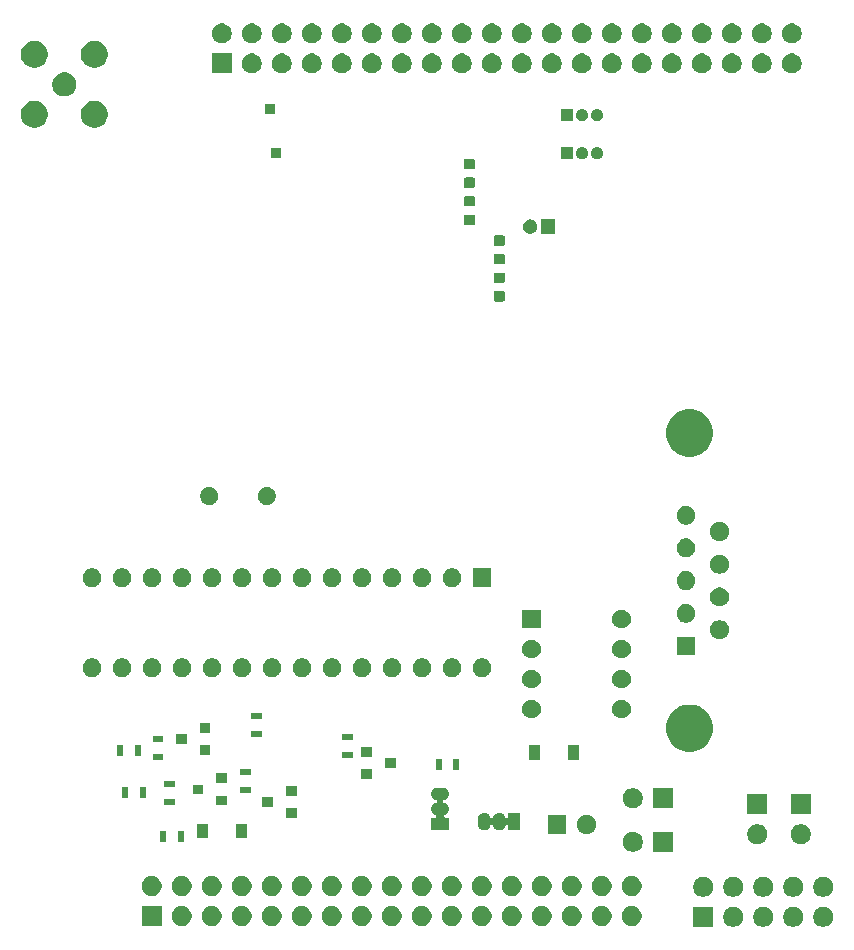
<source format=gbs>
G04 #@! TF.GenerationSoftware,KiCad,Pcbnew,(5.1.5)-3*
G04 #@! TF.CreationDate,2020-04-30T00:21:43-07:00*
G04 #@! TF.ProjectId,DashSight-Mezzanine-Card,44617368-5369-4676-9874-2d4d657a7a61,rev?*
G04 #@! TF.SameCoordinates,Original*
G04 #@! TF.FileFunction,Soldermask,Bot*
G04 #@! TF.FilePolarity,Negative*
%FSLAX46Y46*%
G04 Gerber Fmt 4.6, Leading zero omitted, Abs format (unit mm)*
G04 Created by KiCad (PCBNEW (5.1.5)-3) date 2020-04-30 00:21:43*
%MOMM*%
%LPD*%
G04 APERTURE LIST*
%ADD10C,0.100000*%
G04 APERTURE END LIST*
D10*
G36*
X198113935Y-122245664D02*
G01*
X198268624Y-122309739D01*
X198268626Y-122309740D01*
X198407844Y-122402762D01*
X198526238Y-122521156D01*
X198577166Y-122597376D01*
X198619261Y-122660376D01*
X198683336Y-122815065D01*
X198716000Y-122979281D01*
X198716000Y-123146719D01*
X198683336Y-123310935D01*
X198645356Y-123402626D01*
X198619260Y-123465626D01*
X198526238Y-123604844D01*
X198407844Y-123723238D01*
X198268626Y-123816260D01*
X198268625Y-123816261D01*
X198268624Y-123816261D01*
X198113935Y-123880336D01*
X197949719Y-123913000D01*
X197782281Y-123913000D01*
X197618065Y-123880336D01*
X197463376Y-123816261D01*
X197463375Y-123816261D01*
X197463374Y-123816260D01*
X197324156Y-123723238D01*
X197205762Y-123604844D01*
X197112740Y-123465626D01*
X197086644Y-123402626D01*
X197048664Y-123310935D01*
X197016000Y-123146719D01*
X197016000Y-122979281D01*
X197048664Y-122815065D01*
X197112739Y-122660376D01*
X197154834Y-122597376D01*
X197205762Y-122521156D01*
X197324156Y-122402762D01*
X197463374Y-122309740D01*
X197463376Y-122309739D01*
X197618065Y-122245664D01*
X197782281Y-122213000D01*
X197949719Y-122213000D01*
X198113935Y-122245664D01*
G37*
G36*
X195573935Y-122245664D02*
G01*
X195728624Y-122309739D01*
X195728626Y-122309740D01*
X195867844Y-122402762D01*
X195986238Y-122521156D01*
X196037166Y-122597376D01*
X196079261Y-122660376D01*
X196143336Y-122815065D01*
X196176000Y-122979281D01*
X196176000Y-123146719D01*
X196143336Y-123310935D01*
X196105356Y-123402626D01*
X196079260Y-123465626D01*
X195986238Y-123604844D01*
X195867844Y-123723238D01*
X195728626Y-123816260D01*
X195728625Y-123816261D01*
X195728624Y-123816261D01*
X195573935Y-123880336D01*
X195409719Y-123913000D01*
X195242281Y-123913000D01*
X195078065Y-123880336D01*
X194923376Y-123816261D01*
X194923375Y-123816261D01*
X194923374Y-123816260D01*
X194784156Y-123723238D01*
X194665762Y-123604844D01*
X194572740Y-123465626D01*
X194546644Y-123402626D01*
X194508664Y-123310935D01*
X194476000Y-123146719D01*
X194476000Y-122979281D01*
X194508664Y-122815065D01*
X194572739Y-122660376D01*
X194614834Y-122597376D01*
X194665762Y-122521156D01*
X194784156Y-122402762D01*
X194923374Y-122309740D01*
X194923376Y-122309739D01*
X195078065Y-122245664D01*
X195242281Y-122213000D01*
X195409719Y-122213000D01*
X195573935Y-122245664D01*
G37*
G36*
X188556000Y-123913000D02*
G01*
X186856000Y-123913000D01*
X186856000Y-122213000D01*
X188556000Y-122213000D01*
X188556000Y-123913000D01*
G37*
G36*
X193033935Y-122245664D02*
G01*
X193188624Y-122309739D01*
X193188626Y-122309740D01*
X193327844Y-122402762D01*
X193446238Y-122521156D01*
X193497166Y-122597376D01*
X193539261Y-122660376D01*
X193603336Y-122815065D01*
X193636000Y-122979281D01*
X193636000Y-123146719D01*
X193603336Y-123310935D01*
X193565356Y-123402626D01*
X193539260Y-123465626D01*
X193446238Y-123604844D01*
X193327844Y-123723238D01*
X193188626Y-123816260D01*
X193188625Y-123816261D01*
X193188624Y-123816261D01*
X193033935Y-123880336D01*
X192869719Y-123913000D01*
X192702281Y-123913000D01*
X192538065Y-123880336D01*
X192383376Y-123816261D01*
X192383375Y-123816261D01*
X192383374Y-123816260D01*
X192244156Y-123723238D01*
X192125762Y-123604844D01*
X192032740Y-123465626D01*
X192006644Y-123402626D01*
X191968664Y-123310935D01*
X191936000Y-123146719D01*
X191936000Y-122979281D01*
X191968664Y-122815065D01*
X192032739Y-122660376D01*
X192074834Y-122597376D01*
X192125762Y-122521156D01*
X192244156Y-122402762D01*
X192383374Y-122309740D01*
X192383376Y-122309739D01*
X192538065Y-122245664D01*
X192702281Y-122213000D01*
X192869719Y-122213000D01*
X193033935Y-122245664D01*
G37*
G36*
X190493935Y-122245664D02*
G01*
X190648624Y-122309739D01*
X190648626Y-122309740D01*
X190787844Y-122402762D01*
X190906238Y-122521156D01*
X190957166Y-122597376D01*
X190999261Y-122660376D01*
X191063336Y-122815065D01*
X191096000Y-122979281D01*
X191096000Y-123146719D01*
X191063336Y-123310935D01*
X191025356Y-123402626D01*
X190999260Y-123465626D01*
X190906238Y-123604844D01*
X190787844Y-123723238D01*
X190648626Y-123816260D01*
X190648625Y-123816261D01*
X190648624Y-123816261D01*
X190493935Y-123880336D01*
X190329719Y-123913000D01*
X190162281Y-123913000D01*
X189998065Y-123880336D01*
X189843376Y-123816261D01*
X189843375Y-123816261D01*
X189843374Y-123816260D01*
X189704156Y-123723238D01*
X189585762Y-123604844D01*
X189492740Y-123465626D01*
X189466644Y-123402626D01*
X189428664Y-123310935D01*
X189396000Y-123146719D01*
X189396000Y-122979281D01*
X189428664Y-122815065D01*
X189492739Y-122660376D01*
X189534834Y-122597376D01*
X189585762Y-122521156D01*
X189704156Y-122402762D01*
X189843374Y-122309740D01*
X189843376Y-122309739D01*
X189998065Y-122245664D01*
X190162281Y-122213000D01*
X190329719Y-122213000D01*
X190493935Y-122245664D01*
G37*
G36*
X146327935Y-122182664D02*
G01*
X146480031Y-122245665D01*
X146482626Y-122246740D01*
X146621844Y-122339762D01*
X146740238Y-122458156D01*
X146833260Y-122597374D01*
X146833261Y-122597376D01*
X146897336Y-122752065D01*
X146930000Y-122916281D01*
X146930000Y-123083719D01*
X146897336Y-123247935D01*
X146833261Y-123402624D01*
X146833260Y-123402626D01*
X146740238Y-123541844D01*
X146621844Y-123660238D01*
X146482626Y-123753260D01*
X146482625Y-123753261D01*
X146482624Y-123753261D01*
X146327935Y-123817336D01*
X146163719Y-123850000D01*
X145996281Y-123850000D01*
X145832065Y-123817336D01*
X145677376Y-123753261D01*
X145677375Y-123753261D01*
X145677374Y-123753260D01*
X145538156Y-123660238D01*
X145419762Y-123541844D01*
X145326740Y-123402626D01*
X145326739Y-123402624D01*
X145262664Y-123247935D01*
X145230000Y-123083719D01*
X145230000Y-122916281D01*
X145262664Y-122752065D01*
X145326739Y-122597376D01*
X145326740Y-122597374D01*
X145419762Y-122458156D01*
X145538156Y-122339762D01*
X145677374Y-122246740D01*
X145679969Y-122245665D01*
X145832065Y-122182664D01*
X145996281Y-122150000D01*
X146163719Y-122150000D01*
X146327935Y-122182664D01*
G37*
G36*
X141850000Y-123850000D02*
G01*
X140150000Y-123850000D01*
X140150000Y-122150000D01*
X141850000Y-122150000D01*
X141850000Y-123850000D01*
G37*
G36*
X143787935Y-122182664D02*
G01*
X143940031Y-122245665D01*
X143942626Y-122246740D01*
X144081844Y-122339762D01*
X144200238Y-122458156D01*
X144293260Y-122597374D01*
X144293261Y-122597376D01*
X144357336Y-122752065D01*
X144390000Y-122916281D01*
X144390000Y-123083719D01*
X144357336Y-123247935D01*
X144293261Y-123402624D01*
X144293260Y-123402626D01*
X144200238Y-123541844D01*
X144081844Y-123660238D01*
X143942626Y-123753260D01*
X143942625Y-123753261D01*
X143942624Y-123753261D01*
X143787935Y-123817336D01*
X143623719Y-123850000D01*
X143456281Y-123850000D01*
X143292065Y-123817336D01*
X143137376Y-123753261D01*
X143137375Y-123753261D01*
X143137374Y-123753260D01*
X142998156Y-123660238D01*
X142879762Y-123541844D01*
X142786740Y-123402626D01*
X142786739Y-123402624D01*
X142722664Y-123247935D01*
X142690000Y-123083719D01*
X142690000Y-122916281D01*
X142722664Y-122752065D01*
X142786739Y-122597376D01*
X142786740Y-122597374D01*
X142879762Y-122458156D01*
X142998156Y-122339762D01*
X143137374Y-122246740D01*
X143139969Y-122245665D01*
X143292065Y-122182664D01*
X143456281Y-122150000D01*
X143623719Y-122150000D01*
X143787935Y-122182664D01*
G37*
G36*
X148867935Y-122182664D02*
G01*
X149020031Y-122245665D01*
X149022626Y-122246740D01*
X149161844Y-122339762D01*
X149280238Y-122458156D01*
X149373260Y-122597374D01*
X149373261Y-122597376D01*
X149437336Y-122752065D01*
X149470000Y-122916281D01*
X149470000Y-123083719D01*
X149437336Y-123247935D01*
X149373261Y-123402624D01*
X149373260Y-123402626D01*
X149280238Y-123541844D01*
X149161844Y-123660238D01*
X149022626Y-123753260D01*
X149022625Y-123753261D01*
X149022624Y-123753261D01*
X148867935Y-123817336D01*
X148703719Y-123850000D01*
X148536281Y-123850000D01*
X148372065Y-123817336D01*
X148217376Y-123753261D01*
X148217375Y-123753261D01*
X148217374Y-123753260D01*
X148078156Y-123660238D01*
X147959762Y-123541844D01*
X147866740Y-123402626D01*
X147866739Y-123402624D01*
X147802664Y-123247935D01*
X147770000Y-123083719D01*
X147770000Y-122916281D01*
X147802664Y-122752065D01*
X147866739Y-122597376D01*
X147866740Y-122597374D01*
X147959762Y-122458156D01*
X148078156Y-122339762D01*
X148217374Y-122246740D01*
X148219969Y-122245665D01*
X148372065Y-122182664D01*
X148536281Y-122150000D01*
X148703719Y-122150000D01*
X148867935Y-122182664D01*
G37*
G36*
X151407935Y-122182664D02*
G01*
X151560031Y-122245665D01*
X151562626Y-122246740D01*
X151701844Y-122339762D01*
X151820238Y-122458156D01*
X151913260Y-122597374D01*
X151913261Y-122597376D01*
X151977336Y-122752065D01*
X152010000Y-122916281D01*
X152010000Y-123083719D01*
X151977336Y-123247935D01*
X151913261Y-123402624D01*
X151913260Y-123402626D01*
X151820238Y-123541844D01*
X151701844Y-123660238D01*
X151562626Y-123753260D01*
X151562625Y-123753261D01*
X151562624Y-123753261D01*
X151407935Y-123817336D01*
X151243719Y-123850000D01*
X151076281Y-123850000D01*
X150912065Y-123817336D01*
X150757376Y-123753261D01*
X150757375Y-123753261D01*
X150757374Y-123753260D01*
X150618156Y-123660238D01*
X150499762Y-123541844D01*
X150406740Y-123402626D01*
X150406739Y-123402624D01*
X150342664Y-123247935D01*
X150310000Y-123083719D01*
X150310000Y-122916281D01*
X150342664Y-122752065D01*
X150406739Y-122597376D01*
X150406740Y-122597374D01*
X150499762Y-122458156D01*
X150618156Y-122339762D01*
X150757374Y-122246740D01*
X150759969Y-122245665D01*
X150912065Y-122182664D01*
X151076281Y-122150000D01*
X151243719Y-122150000D01*
X151407935Y-122182664D01*
G37*
G36*
X153947935Y-122182664D02*
G01*
X154100031Y-122245665D01*
X154102626Y-122246740D01*
X154241844Y-122339762D01*
X154360238Y-122458156D01*
X154453260Y-122597374D01*
X154453261Y-122597376D01*
X154517336Y-122752065D01*
X154550000Y-122916281D01*
X154550000Y-123083719D01*
X154517336Y-123247935D01*
X154453261Y-123402624D01*
X154453260Y-123402626D01*
X154360238Y-123541844D01*
X154241844Y-123660238D01*
X154102626Y-123753260D01*
X154102625Y-123753261D01*
X154102624Y-123753261D01*
X153947935Y-123817336D01*
X153783719Y-123850000D01*
X153616281Y-123850000D01*
X153452065Y-123817336D01*
X153297376Y-123753261D01*
X153297375Y-123753261D01*
X153297374Y-123753260D01*
X153158156Y-123660238D01*
X153039762Y-123541844D01*
X152946740Y-123402626D01*
X152946739Y-123402624D01*
X152882664Y-123247935D01*
X152850000Y-123083719D01*
X152850000Y-122916281D01*
X152882664Y-122752065D01*
X152946739Y-122597376D01*
X152946740Y-122597374D01*
X153039762Y-122458156D01*
X153158156Y-122339762D01*
X153297374Y-122246740D01*
X153299969Y-122245665D01*
X153452065Y-122182664D01*
X153616281Y-122150000D01*
X153783719Y-122150000D01*
X153947935Y-122182664D01*
G37*
G36*
X156487935Y-122182664D02*
G01*
X156640031Y-122245665D01*
X156642626Y-122246740D01*
X156781844Y-122339762D01*
X156900238Y-122458156D01*
X156993260Y-122597374D01*
X156993261Y-122597376D01*
X157057336Y-122752065D01*
X157090000Y-122916281D01*
X157090000Y-123083719D01*
X157057336Y-123247935D01*
X156993261Y-123402624D01*
X156993260Y-123402626D01*
X156900238Y-123541844D01*
X156781844Y-123660238D01*
X156642626Y-123753260D01*
X156642625Y-123753261D01*
X156642624Y-123753261D01*
X156487935Y-123817336D01*
X156323719Y-123850000D01*
X156156281Y-123850000D01*
X155992065Y-123817336D01*
X155837376Y-123753261D01*
X155837375Y-123753261D01*
X155837374Y-123753260D01*
X155698156Y-123660238D01*
X155579762Y-123541844D01*
X155486740Y-123402626D01*
X155486739Y-123402624D01*
X155422664Y-123247935D01*
X155390000Y-123083719D01*
X155390000Y-122916281D01*
X155422664Y-122752065D01*
X155486739Y-122597376D01*
X155486740Y-122597374D01*
X155579762Y-122458156D01*
X155698156Y-122339762D01*
X155837374Y-122246740D01*
X155839969Y-122245665D01*
X155992065Y-122182664D01*
X156156281Y-122150000D01*
X156323719Y-122150000D01*
X156487935Y-122182664D01*
G37*
G36*
X159027935Y-122182664D02*
G01*
X159180031Y-122245665D01*
X159182626Y-122246740D01*
X159321844Y-122339762D01*
X159440238Y-122458156D01*
X159533260Y-122597374D01*
X159533261Y-122597376D01*
X159597336Y-122752065D01*
X159630000Y-122916281D01*
X159630000Y-123083719D01*
X159597336Y-123247935D01*
X159533261Y-123402624D01*
X159533260Y-123402626D01*
X159440238Y-123541844D01*
X159321844Y-123660238D01*
X159182626Y-123753260D01*
X159182625Y-123753261D01*
X159182624Y-123753261D01*
X159027935Y-123817336D01*
X158863719Y-123850000D01*
X158696281Y-123850000D01*
X158532065Y-123817336D01*
X158377376Y-123753261D01*
X158377375Y-123753261D01*
X158377374Y-123753260D01*
X158238156Y-123660238D01*
X158119762Y-123541844D01*
X158026740Y-123402626D01*
X158026739Y-123402624D01*
X157962664Y-123247935D01*
X157930000Y-123083719D01*
X157930000Y-122916281D01*
X157962664Y-122752065D01*
X158026739Y-122597376D01*
X158026740Y-122597374D01*
X158119762Y-122458156D01*
X158238156Y-122339762D01*
X158377374Y-122246740D01*
X158379969Y-122245665D01*
X158532065Y-122182664D01*
X158696281Y-122150000D01*
X158863719Y-122150000D01*
X159027935Y-122182664D01*
G37*
G36*
X166647935Y-122182664D02*
G01*
X166800031Y-122245665D01*
X166802626Y-122246740D01*
X166941844Y-122339762D01*
X167060238Y-122458156D01*
X167153260Y-122597374D01*
X167153261Y-122597376D01*
X167217336Y-122752065D01*
X167250000Y-122916281D01*
X167250000Y-123083719D01*
X167217336Y-123247935D01*
X167153261Y-123402624D01*
X167153260Y-123402626D01*
X167060238Y-123541844D01*
X166941844Y-123660238D01*
X166802626Y-123753260D01*
X166802625Y-123753261D01*
X166802624Y-123753261D01*
X166647935Y-123817336D01*
X166483719Y-123850000D01*
X166316281Y-123850000D01*
X166152065Y-123817336D01*
X165997376Y-123753261D01*
X165997375Y-123753261D01*
X165997374Y-123753260D01*
X165858156Y-123660238D01*
X165739762Y-123541844D01*
X165646740Y-123402626D01*
X165646739Y-123402624D01*
X165582664Y-123247935D01*
X165550000Y-123083719D01*
X165550000Y-122916281D01*
X165582664Y-122752065D01*
X165646739Y-122597376D01*
X165646740Y-122597374D01*
X165739762Y-122458156D01*
X165858156Y-122339762D01*
X165997374Y-122246740D01*
X165999969Y-122245665D01*
X166152065Y-122182664D01*
X166316281Y-122150000D01*
X166483719Y-122150000D01*
X166647935Y-122182664D01*
G37*
G36*
X169187935Y-122182664D02*
G01*
X169340031Y-122245665D01*
X169342626Y-122246740D01*
X169481844Y-122339762D01*
X169600238Y-122458156D01*
X169693260Y-122597374D01*
X169693261Y-122597376D01*
X169757336Y-122752065D01*
X169790000Y-122916281D01*
X169790000Y-123083719D01*
X169757336Y-123247935D01*
X169693261Y-123402624D01*
X169693260Y-123402626D01*
X169600238Y-123541844D01*
X169481844Y-123660238D01*
X169342626Y-123753260D01*
X169342625Y-123753261D01*
X169342624Y-123753261D01*
X169187935Y-123817336D01*
X169023719Y-123850000D01*
X168856281Y-123850000D01*
X168692065Y-123817336D01*
X168537376Y-123753261D01*
X168537375Y-123753261D01*
X168537374Y-123753260D01*
X168398156Y-123660238D01*
X168279762Y-123541844D01*
X168186740Y-123402626D01*
X168186739Y-123402624D01*
X168122664Y-123247935D01*
X168090000Y-123083719D01*
X168090000Y-122916281D01*
X168122664Y-122752065D01*
X168186739Y-122597376D01*
X168186740Y-122597374D01*
X168279762Y-122458156D01*
X168398156Y-122339762D01*
X168537374Y-122246740D01*
X168539969Y-122245665D01*
X168692065Y-122182664D01*
X168856281Y-122150000D01*
X169023719Y-122150000D01*
X169187935Y-122182664D01*
G37*
G36*
X171727935Y-122182664D02*
G01*
X171880031Y-122245665D01*
X171882626Y-122246740D01*
X172021844Y-122339762D01*
X172140238Y-122458156D01*
X172233260Y-122597374D01*
X172233261Y-122597376D01*
X172297336Y-122752065D01*
X172330000Y-122916281D01*
X172330000Y-123083719D01*
X172297336Y-123247935D01*
X172233261Y-123402624D01*
X172233260Y-123402626D01*
X172140238Y-123541844D01*
X172021844Y-123660238D01*
X171882626Y-123753260D01*
X171882625Y-123753261D01*
X171882624Y-123753261D01*
X171727935Y-123817336D01*
X171563719Y-123850000D01*
X171396281Y-123850000D01*
X171232065Y-123817336D01*
X171077376Y-123753261D01*
X171077375Y-123753261D01*
X171077374Y-123753260D01*
X170938156Y-123660238D01*
X170819762Y-123541844D01*
X170726740Y-123402626D01*
X170726739Y-123402624D01*
X170662664Y-123247935D01*
X170630000Y-123083719D01*
X170630000Y-122916281D01*
X170662664Y-122752065D01*
X170726739Y-122597376D01*
X170726740Y-122597374D01*
X170819762Y-122458156D01*
X170938156Y-122339762D01*
X171077374Y-122246740D01*
X171079969Y-122245665D01*
X171232065Y-122182664D01*
X171396281Y-122150000D01*
X171563719Y-122150000D01*
X171727935Y-122182664D01*
G37*
G36*
X174267935Y-122182664D02*
G01*
X174420031Y-122245665D01*
X174422626Y-122246740D01*
X174561844Y-122339762D01*
X174680238Y-122458156D01*
X174773260Y-122597374D01*
X174773261Y-122597376D01*
X174837336Y-122752065D01*
X174870000Y-122916281D01*
X174870000Y-123083719D01*
X174837336Y-123247935D01*
X174773261Y-123402624D01*
X174773260Y-123402626D01*
X174680238Y-123541844D01*
X174561844Y-123660238D01*
X174422626Y-123753260D01*
X174422625Y-123753261D01*
X174422624Y-123753261D01*
X174267935Y-123817336D01*
X174103719Y-123850000D01*
X173936281Y-123850000D01*
X173772065Y-123817336D01*
X173617376Y-123753261D01*
X173617375Y-123753261D01*
X173617374Y-123753260D01*
X173478156Y-123660238D01*
X173359762Y-123541844D01*
X173266740Y-123402626D01*
X173266739Y-123402624D01*
X173202664Y-123247935D01*
X173170000Y-123083719D01*
X173170000Y-122916281D01*
X173202664Y-122752065D01*
X173266739Y-122597376D01*
X173266740Y-122597374D01*
X173359762Y-122458156D01*
X173478156Y-122339762D01*
X173617374Y-122246740D01*
X173619969Y-122245665D01*
X173772065Y-122182664D01*
X173936281Y-122150000D01*
X174103719Y-122150000D01*
X174267935Y-122182664D01*
G37*
G36*
X176807935Y-122182664D02*
G01*
X176960031Y-122245665D01*
X176962626Y-122246740D01*
X177101844Y-122339762D01*
X177220238Y-122458156D01*
X177313260Y-122597374D01*
X177313261Y-122597376D01*
X177377336Y-122752065D01*
X177410000Y-122916281D01*
X177410000Y-123083719D01*
X177377336Y-123247935D01*
X177313261Y-123402624D01*
X177313260Y-123402626D01*
X177220238Y-123541844D01*
X177101844Y-123660238D01*
X176962626Y-123753260D01*
X176962625Y-123753261D01*
X176962624Y-123753261D01*
X176807935Y-123817336D01*
X176643719Y-123850000D01*
X176476281Y-123850000D01*
X176312065Y-123817336D01*
X176157376Y-123753261D01*
X176157375Y-123753261D01*
X176157374Y-123753260D01*
X176018156Y-123660238D01*
X175899762Y-123541844D01*
X175806740Y-123402626D01*
X175806739Y-123402624D01*
X175742664Y-123247935D01*
X175710000Y-123083719D01*
X175710000Y-122916281D01*
X175742664Y-122752065D01*
X175806739Y-122597376D01*
X175806740Y-122597374D01*
X175899762Y-122458156D01*
X176018156Y-122339762D01*
X176157374Y-122246740D01*
X176159969Y-122245665D01*
X176312065Y-122182664D01*
X176476281Y-122150000D01*
X176643719Y-122150000D01*
X176807935Y-122182664D01*
G37*
G36*
X164107935Y-122182664D02*
G01*
X164260031Y-122245665D01*
X164262626Y-122246740D01*
X164401844Y-122339762D01*
X164520238Y-122458156D01*
X164613260Y-122597374D01*
X164613261Y-122597376D01*
X164677336Y-122752065D01*
X164710000Y-122916281D01*
X164710000Y-123083719D01*
X164677336Y-123247935D01*
X164613261Y-123402624D01*
X164613260Y-123402626D01*
X164520238Y-123541844D01*
X164401844Y-123660238D01*
X164262626Y-123753260D01*
X164262625Y-123753261D01*
X164262624Y-123753261D01*
X164107935Y-123817336D01*
X163943719Y-123850000D01*
X163776281Y-123850000D01*
X163612065Y-123817336D01*
X163457376Y-123753261D01*
X163457375Y-123753261D01*
X163457374Y-123753260D01*
X163318156Y-123660238D01*
X163199762Y-123541844D01*
X163106740Y-123402626D01*
X163106739Y-123402624D01*
X163042664Y-123247935D01*
X163010000Y-123083719D01*
X163010000Y-122916281D01*
X163042664Y-122752065D01*
X163106739Y-122597376D01*
X163106740Y-122597374D01*
X163199762Y-122458156D01*
X163318156Y-122339762D01*
X163457374Y-122246740D01*
X163459969Y-122245665D01*
X163612065Y-122182664D01*
X163776281Y-122150000D01*
X163943719Y-122150000D01*
X164107935Y-122182664D01*
G37*
G36*
X179347935Y-122182664D02*
G01*
X179500031Y-122245665D01*
X179502626Y-122246740D01*
X179641844Y-122339762D01*
X179760238Y-122458156D01*
X179853260Y-122597374D01*
X179853261Y-122597376D01*
X179917336Y-122752065D01*
X179950000Y-122916281D01*
X179950000Y-123083719D01*
X179917336Y-123247935D01*
X179853261Y-123402624D01*
X179853260Y-123402626D01*
X179760238Y-123541844D01*
X179641844Y-123660238D01*
X179502626Y-123753260D01*
X179502625Y-123753261D01*
X179502624Y-123753261D01*
X179347935Y-123817336D01*
X179183719Y-123850000D01*
X179016281Y-123850000D01*
X178852065Y-123817336D01*
X178697376Y-123753261D01*
X178697375Y-123753261D01*
X178697374Y-123753260D01*
X178558156Y-123660238D01*
X178439762Y-123541844D01*
X178346740Y-123402626D01*
X178346739Y-123402624D01*
X178282664Y-123247935D01*
X178250000Y-123083719D01*
X178250000Y-122916281D01*
X178282664Y-122752065D01*
X178346739Y-122597376D01*
X178346740Y-122597374D01*
X178439762Y-122458156D01*
X178558156Y-122339762D01*
X178697374Y-122246740D01*
X178699969Y-122245665D01*
X178852065Y-122182664D01*
X179016281Y-122150000D01*
X179183719Y-122150000D01*
X179347935Y-122182664D01*
G37*
G36*
X181887935Y-122182664D02*
G01*
X182040031Y-122245665D01*
X182042626Y-122246740D01*
X182181844Y-122339762D01*
X182300238Y-122458156D01*
X182393260Y-122597374D01*
X182393261Y-122597376D01*
X182457336Y-122752065D01*
X182490000Y-122916281D01*
X182490000Y-123083719D01*
X182457336Y-123247935D01*
X182393261Y-123402624D01*
X182393260Y-123402626D01*
X182300238Y-123541844D01*
X182181844Y-123660238D01*
X182042626Y-123753260D01*
X182042625Y-123753261D01*
X182042624Y-123753261D01*
X181887935Y-123817336D01*
X181723719Y-123850000D01*
X181556281Y-123850000D01*
X181392065Y-123817336D01*
X181237376Y-123753261D01*
X181237375Y-123753261D01*
X181237374Y-123753260D01*
X181098156Y-123660238D01*
X180979762Y-123541844D01*
X180886740Y-123402626D01*
X180886739Y-123402624D01*
X180822664Y-123247935D01*
X180790000Y-123083719D01*
X180790000Y-122916281D01*
X180822664Y-122752065D01*
X180886739Y-122597376D01*
X180886740Y-122597374D01*
X180979762Y-122458156D01*
X181098156Y-122339762D01*
X181237374Y-122246740D01*
X181239969Y-122245665D01*
X181392065Y-122182664D01*
X181556281Y-122150000D01*
X181723719Y-122150000D01*
X181887935Y-122182664D01*
G37*
G36*
X161567935Y-122182664D02*
G01*
X161720031Y-122245665D01*
X161722626Y-122246740D01*
X161861844Y-122339762D01*
X161980238Y-122458156D01*
X162073260Y-122597374D01*
X162073261Y-122597376D01*
X162137336Y-122752065D01*
X162170000Y-122916281D01*
X162170000Y-123083719D01*
X162137336Y-123247935D01*
X162073261Y-123402624D01*
X162073260Y-123402626D01*
X161980238Y-123541844D01*
X161861844Y-123660238D01*
X161722626Y-123753260D01*
X161722625Y-123753261D01*
X161722624Y-123753261D01*
X161567935Y-123817336D01*
X161403719Y-123850000D01*
X161236281Y-123850000D01*
X161072065Y-123817336D01*
X160917376Y-123753261D01*
X160917375Y-123753261D01*
X160917374Y-123753260D01*
X160778156Y-123660238D01*
X160659762Y-123541844D01*
X160566740Y-123402626D01*
X160566739Y-123402624D01*
X160502664Y-123247935D01*
X160470000Y-123083719D01*
X160470000Y-122916281D01*
X160502664Y-122752065D01*
X160566739Y-122597376D01*
X160566740Y-122597374D01*
X160659762Y-122458156D01*
X160778156Y-122339762D01*
X160917374Y-122246740D01*
X160919969Y-122245665D01*
X161072065Y-122182664D01*
X161236281Y-122150000D01*
X161403719Y-122150000D01*
X161567935Y-122182664D01*
G37*
G36*
X195573935Y-119705664D02*
G01*
X195728624Y-119769739D01*
X195728626Y-119769740D01*
X195867844Y-119862762D01*
X195986238Y-119981156D01*
X196037166Y-120057376D01*
X196079261Y-120120376D01*
X196143336Y-120275065D01*
X196176000Y-120439281D01*
X196176000Y-120606719D01*
X196143336Y-120770935D01*
X196105356Y-120862626D01*
X196079260Y-120925626D01*
X195986238Y-121064844D01*
X195867844Y-121183238D01*
X195728626Y-121276260D01*
X195728625Y-121276261D01*
X195728624Y-121276261D01*
X195573935Y-121340336D01*
X195409719Y-121373000D01*
X195242281Y-121373000D01*
X195078065Y-121340336D01*
X194923376Y-121276261D01*
X194923375Y-121276261D01*
X194923374Y-121276260D01*
X194784156Y-121183238D01*
X194665762Y-121064844D01*
X194572740Y-120925626D01*
X194546644Y-120862626D01*
X194508664Y-120770935D01*
X194476000Y-120606719D01*
X194476000Y-120439281D01*
X194508664Y-120275065D01*
X194572739Y-120120376D01*
X194614834Y-120057376D01*
X194665762Y-119981156D01*
X194784156Y-119862762D01*
X194923374Y-119769740D01*
X194923376Y-119769739D01*
X195078065Y-119705664D01*
X195242281Y-119673000D01*
X195409719Y-119673000D01*
X195573935Y-119705664D01*
G37*
G36*
X187953935Y-119705664D02*
G01*
X188108624Y-119769739D01*
X188108626Y-119769740D01*
X188247844Y-119862762D01*
X188366238Y-119981156D01*
X188417166Y-120057376D01*
X188459261Y-120120376D01*
X188523336Y-120275065D01*
X188556000Y-120439281D01*
X188556000Y-120606719D01*
X188523336Y-120770935D01*
X188485356Y-120862626D01*
X188459260Y-120925626D01*
X188366238Y-121064844D01*
X188247844Y-121183238D01*
X188108626Y-121276260D01*
X188108625Y-121276261D01*
X188108624Y-121276261D01*
X187953935Y-121340336D01*
X187789719Y-121373000D01*
X187622281Y-121373000D01*
X187458065Y-121340336D01*
X187303376Y-121276261D01*
X187303375Y-121276261D01*
X187303374Y-121276260D01*
X187164156Y-121183238D01*
X187045762Y-121064844D01*
X186952740Y-120925626D01*
X186926644Y-120862626D01*
X186888664Y-120770935D01*
X186856000Y-120606719D01*
X186856000Y-120439281D01*
X186888664Y-120275065D01*
X186952739Y-120120376D01*
X186994834Y-120057376D01*
X187045762Y-119981156D01*
X187164156Y-119862762D01*
X187303374Y-119769740D01*
X187303376Y-119769739D01*
X187458065Y-119705664D01*
X187622281Y-119673000D01*
X187789719Y-119673000D01*
X187953935Y-119705664D01*
G37*
G36*
X190493935Y-119705664D02*
G01*
X190648624Y-119769739D01*
X190648626Y-119769740D01*
X190787844Y-119862762D01*
X190906238Y-119981156D01*
X190957166Y-120057376D01*
X190999261Y-120120376D01*
X191063336Y-120275065D01*
X191096000Y-120439281D01*
X191096000Y-120606719D01*
X191063336Y-120770935D01*
X191025356Y-120862626D01*
X190999260Y-120925626D01*
X190906238Y-121064844D01*
X190787844Y-121183238D01*
X190648626Y-121276260D01*
X190648625Y-121276261D01*
X190648624Y-121276261D01*
X190493935Y-121340336D01*
X190329719Y-121373000D01*
X190162281Y-121373000D01*
X189998065Y-121340336D01*
X189843376Y-121276261D01*
X189843375Y-121276261D01*
X189843374Y-121276260D01*
X189704156Y-121183238D01*
X189585762Y-121064844D01*
X189492740Y-120925626D01*
X189466644Y-120862626D01*
X189428664Y-120770935D01*
X189396000Y-120606719D01*
X189396000Y-120439281D01*
X189428664Y-120275065D01*
X189492739Y-120120376D01*
X189534834Y-120057376D01*
X189585762Y-119981156D01*
X189704156Y-119862762D01*
X189843374Y-119769740D01*
X189843376Y-119769739D01*
X189998065Y-119705664D01*
X190162281Y-119673000D01*
X190329719Y-119673000D01*
X190493935Y-119705664D01*
G37*
G36*
X198113935Y-119705664D02*
G01*
X198268624Y-119769739D01*
X198268626Y-119769740D01*
X198407844Y-119862762D01*
X198526238Y-119981156D01*
X198577166Y-120057376D01*
X198619261Y-120120376D01*
X198683336Y-120275065D01*
X198716000Y-120439281D01*
X198716000Y-120606719D01*
X198683336Y-120770935D01*
X198645356Y-120862626D01*
X198619260Y-120925626D01*
X198526238Y-121064844D01*
X198407844Y-121183238D01*
X198268626Y-121276260D01*
X198268625Y-121276261D01*
X198268624Y-121276261D01*
X198113935Y-121340336D01*
X197949719Y-121373000D01*
X197782281Y-121373000D01*
X197618065Y-121340336D01*
X197463376Y-121276261D01*
X197463375Y-121276261D01*
X197463374Y-121276260D01*
X197324156Y-121183238D01*
X197205762Y-121064844D01*
X197112740Y-120925626D01*
X197086644Y-120862626D01*
X197048664Y-120770935D01*
X197016000Y-120606719D01*
X197016000Y-120439281D01*
X197048664Y-120275065D01*
X197112739Y-120120376D01*
X197154834Y-120057376D01*
X197205762Y-119981156D01*
X197324156Y-119862762D01*
X197463374Y-119769740D01*
X197463376Y-119769739D01*
X197618065Y-119705664D01*
X197782281Y-119673000D01*
X197949719Y-119673000D01*
X198113935Y-119705664D01*
G37*
G36*
X193033935Y-119705664D02*
G01*
X193188624Y-119769739D01*
X193188626Y-119769740D01*
X193327844Y-119862762D01*
X193446238Y-119981156D01*
X193497166Y-120057376D01*
X193539261Y-120120376D01*
X193603336Y-120275065D01*
X193636000Y-120439281D01*
X193636000Y-120606719D01*
X193603336Y-120770935D01*
X193565356Y-120862626D01*
X193539260Y-120925626D01*
X193446238Y-121064844D01*
X193327844Y-121183238D01*
X193188626Y-121276260D01*
X193188625Y-121276261D01*
X193188624Y-121276261D01*
X193033935Y-121340336D01*
X192869719Y-121373000D01*
X192702281Y-121373000D01*
X192538065Y-121340336D01*
X192383376Y-121276261D01*
X192383375Y-121276261D01*
X192383374Y-121276260D01*
X192244156Y-121183238D01*
X192125762Y-121064844D01*
X192032740Y-120925626D01*
X192006644Y-120862626D01*
X191968664Y-120770935D01*
X191936000Y-120606719D01*
X191936000Y-120439281D01*
X191968664Y-120275065D01*
X192032739Y-120120376D01*
X192074834Y-120057376D01*
X192125762Y-119981156D01*
X192244156Y-119862762D01*
X192383374Y-119769740D01*
X192383376Y-119769739D01*
X192538065Y-119705664D01*
X192702281Y-119673000D01*
X192869719Y-119673000D01*
X193033935Y-119705664D01*
G37*
G36*
X181887935Y-119642664D02*
G01*
X182040031Y-119705665D01*
X182042626Y-119706740D01*
X182181844Y-119799762D01*
X182300238Y-119918156D01*
X182393260Y-120057374D01*
X182393261Y-120057376D01*
X182457336Y-120212065D01*
X182490000Y-120376281D01*
X182490000Y-120543719D01*
X182457336Y-120707935D01*
X182393261Y-120862624D01*
X182393260Y-120862626D01*
X182300238Y-121001844D01*
X182181844Y-121120238D01*
X182042626Y-121213260D01*
X182042625Y-121213261D01*
X182042624Y-121213261D01*
X181887935Y-121277336D01*
X181723719Y-121310000D01*
X181556281Y-121310000D01*
X181392065Y-121277336D01*
X181237376Y-121213261D01*
X181237375Y-121213261D01*
X181237374Y-121213260D01*
X181098156Y-121120238D01*
X180979762Y-121001844D01*
X180886740Y-120862626D01*
X180886739Y-120862624D01*
X180822664Y-120707935D01*
X180790000Y-120543719D01*
X180790000Y-120376281D01*
X180822664Y-120212065D01*
X180886739Y-120057376D01*
X180886740Y-120057374D01*
X180979762Y-119918156D01*
X181098156Y-119799762D01*
X181237374Y-119706740D01*
X181239969Y-119705665D01*
X181392065Y-119642664D01*
X181556281Y-119610000D01*
X181723719Y-119610000D01*
X181887935Y-119642664D01*
G37*
G36*
X164107935Y-119642664D02*
G01*
X164260031Y-119705665D01*
X164262626Y-119706740D01*
X164401844Y-119799762D01*
X164520238Y-119918156D01*
X164613260Y-120057374D01*
X164613261Y-120057376D01*
X164677336Y-120212065D01*
X164710000Y-120376281D01*
X164710000Y-120543719D01*
X164677336Y-120707935D01*
X164613261Y-120862624D01*
X164613260Y-120862626D01*
X164520238Y-121001844D01*
X164401844Y-121120238D01*
X164262626Y-121213260D01*
X164262625Y-121213261D01*
X164262624Y-121213261D01*
X164107935Y-121277336D01*
X163943719Y-121310000D01*
X163776281Y-121310000D01*
X163612065Y-121277336D01*
X163457376Y-121213261D01*
X163457375Y-121213261D01*
X163457374Y-121213260D01*
X163318156Y-121120238D01*
X163199762Y-121001844D01*
X163106740Y-120862626D01*
X163106739Y-120862624D01*
X163042664Y-120707935D01*
X163010000Y-120543719D01*
X163010000Y-120376281D01*
X163042664Y-120212065D01*
X163106739Y-120057376D01*
X163106740Y-120057374D01*
X163199762Y-119918156D01*
X163318156Y-119799762D01*
X163457374Y-119706740D01*
X163459969Y-119705665D01*
X163612065Y-119642664D01*
X163776281Y-119610000D01*
X163943719Y-119610000D01*
X164107935Y-119642664D01*
G37*
G36*
X179347935Y-119642664D02*
G01*
X179500031Y-119705665D01*
X179502626Y-119706740D01*
X179641844Y-119799762D01*
X179760238Y-119918156D01*
X179853260Y-120057374D01*
X179853261Y-120057376D01*
X179917336Y-120212065D01*
X179950000Y-120376281D01*
X179950000Y-120543719D01*
X179917336Y-120707935D01*
X179853261Y-120862624D01*
X179853260Y-120862626D01*
X179760238Y-121001844D01*
X179641844Y-121120238D01*
X179502626Y-121213260D01*
X179502625Y-121213261D01*
X179502624Y-121213261D01*
X179347935Y-121277336D01*
X179183719Y-121310000D01*
X179016281Y-121310000D01*
X178852065Y-121277336D01*
X178697376Y-121213261D01*
X178697375Y-121213261D01*
X178697374Y-121213260D01*
X178558156Y-121120238D01*
X178439762Y-121001844D01*
X178346740Y-120862626D01*
X178346739Y-120862624D01*
X178282664Y-120707935D01*
X178250000Y-120543719D01*
X178250000Y-120376281D01*
X178282664Y-120212065D01*
X178346739Y-120057376D01*
X178346740Y-120057374D01*
X178439762Y-119918156D01*
X178558156Y-119799762D01*
X178697374Y-119706740D01*
X178699969Y-119705665D01*
X178852065Y-119642664D01*
X179016281Y-119610000D01*
X179183719Y-119610000D01*
X179347935Y-119642664D01*
G37*
G36*
X176807935Y-119642664D02*
G01*
X176960031Y-119705665D01*
X176962626Y-119706740D01*
X177101844Y-119799762D01*
X177220238Y-119918156D01*
X177313260Y-120057374D01*
X177313261Y-120057376D01*
X177377336Y-120212065D01*
X177410000Y-120376281D01*
X177410000Y-120543719D01*
X177377336Y-120707935D01*
X177313261Y-120862624D01*
X177313260Y-120862626D01*
X177220238Y-121001844D01*
X177101844Y-121120238D01*
X176962626Y-121213260D01*
X176962625Y-121213261D01*
X176962624Y-121213261D01*
X176807935Y-121277336D01*
X176643719Y-121310000D01*
X176476281Y-121310000D01*
X176312065Y-121277336D01*
X176157376Y-121213261D01*
X176157375Y-121213261D01*
X176157374Y-121213260D01*
X176018156Y-121120238D01*
X175899762Y-121001844D01*
X175806740Y-120862626D01*
X175806739Y-120862624D01*
X175742664Y-120707935D01*
X175710000Y-120543719D01*
X175710000Y-120376281D01*
X175742664Y-120212065D01*
X175806739Y-120057376D01*
X175806740Y-120057374D01*
X175899762Y-119918156D01*
X176018156Y-119799762D01*
X176157374Y-119706740D01*
X176159969Y-119705665D01*
X176312065Y-119642664D01*
X176476281Y-119610000D01*
X176643719Y-119610000D01*
X176807935Y-119642664D01*
G37*
G36*
X174267935Y-119642664D02*
G01*
X174420031Y-119705665D01*
X174422626Y-119706740D01*
X174561844Y-119799762D01*
X174680238Y-119918156D01*
X174773260Y-120057374D01*
X174773261Y-120057376D01*
X174837336Y-120212065D01*
X174870000Y-120376281D01*
X174870000Y-120543719D01*
X174837336Y-120707935D01*
X174773261Y-120862624D01*
X174773260Y-120862626D01*
X174680238Y-121001844D01*
X174561844Y-121120238D01*
X174422626Y-121213260D01*
X174422625Y-121213261D01*
X174422624Y-121213261D01*
X174267935Y-121277336D01*
X174103719Y-121310000D01*
X173936281Y-121310000D01*
X173772065Y-121277336D01*
X173617376Y-121213261D01*
X173617375Y-121213261D01*
X173617374Y-121213260D01*
X173478156Y-121120238D01*
X173359762Y-121001844D01*
X173266740Y-120862626D01*
X173266739Y-120862624D01*
X173202664Y-120707935D01*
X173170000Y-120543719D01*
X173170000Y-120376281D01*
X173202664Y-120212065D01*
X173266739Y-120057376D01*
X173266740Y-120057374D01*
X173359762Y-119918156D01*
X173478156Y-119799762D01*
X173617374Y-119706740D01*
X173619969Y-119705665D01*
X173772065Y-119642664D01*
X173936281Y-119610000D01*
X174103719Y-119610000D01*
X174267935Y-119642664D01*
G37*
G36*
X151407935Y-119642664D02*
G01*
X151560031Y-119705665D01*
X151562626Y-119706740D01*
X151701844Y-119799762D01*
X151820238Y-119918156D01*
X151913260Y-120057374D01*
X151913261Y-120057376D01*
X151977336Y-120212065D01*
X152010000Y-120376281D01*
X152010000Y-120543719D01*
X151977336Y-120707935D01*
X151913261Y-120862624D01*
X151913260Y-120862626D01*
X151820238Y-121001844D01*
X151701844Y-121120238D01*
X151562626Y-121213260D01*
X151562625Y-121213261D01*
X151562624Y-121213261D01*
X151407935Y-121277336D01*
X151243719Y-121310000D01*
X151076281Y-121310000D01*
X150912065Y-121277336D01*
X150757376Y-121213261D01*
X150757375Y-121213261D01*
X150757374Y-121213260D01*
X150618156Y-121120238D01*
X150499762Y-121001844D01*
X150406740Y-120862626D01*
X150406739Y-120862624D01*
X150342664Y-120707935D01*
X150310000Y-120543719D01*
X150310000Y-120376281D01*
X150342664Y-120212065D01*
X150406739Y-120057376D01*
X150406740Y-120057374D01*
X150499762Y-119918156D01*
X150618156Y-119799762D01*
X150757374Y-119706740D01*
X150759969Y-119705665D01*
X150912065Y-119642664D01*
X151076281Y-119610000D01*
X151243719Y-119610000D01*
X151407935Y-119642664D01*
G37*
G36*
X171727935Y-119642664D02*
G01*
X171880031Y-119705665D01*
X171882626Y-119706740D01*
X172021844Y-119799762D01*
X172140238Y-119918156D01*
X172233260Y-120057374D01*
X172233261Y-120057376D01*
X172297336Y-120212065D01*
X172330000Y-120376281D01*
X172330000Y-120543719D01*
X172297336Y-120707935D01*
X172233261Y-120862624D01*
X172233260Y-120862626D01*
X172140238Y-121001844D01*
X172021844Y-121120238D01*
X171882626Y-121213260D01*
X171882625Y-121213261D01*
X171882624Y-121213261D01*
X171727935Y-121277336D01*
X171563719Y-121310000D01*
X171396281Y-121310000D01*
X171232065Y-121277336D01*
X171077376Y-121213261D01*
X171077375Y-121213261D01*
X171077374Y-121213260D01*
X170938156Y-121120238D01*
X170819762Y-121001844D01*
X170726740Y-120862626D01*
X170726739Y-120862624D01*
X170662664Y-120707935D01*
X170630000Y-120543719D01*
X170630000Y-120376281D01*
X170662664Y-120212065D01*
X170726739Y-120057376D01*
X170726740Y-120057374D01*
X170819762Y-119918156D01*
X170938156Y-119799762D01*
X171077374Y-119706740D01*
X171079969Y-119705665D01*
X171232065Y-119642664D01*
X171396281Y-119610000D01*
X171563719Y-119610000D01*
X171727935Y-119642664D01*
G37*
G36*
X153947935Y-119642664D02*
G01*
X154100031Y-119705665D01*
X154102626Y-119706740D01*
X154241844Y-119799762D01*
X154360238Y-119918156D01*
X154453260Y-120057374D01*
X154453261Y-120057376D01*
X154517336Y-120212065D01*
X154550000Y-120376281D01*
X154550000Y-120543719D01*
X154517336Y-120707935D01*
X154453261Y-120862624D01*
X154453260Y-120862626D01*
X154360238Y-121001844D01*
X154241844Y-121120238D01*
X154102626Y-121213260D01*
X154102625Y-121213261D01*
X154102624Y-121213261D01*
X153947935Y-121277336D01*
X153783719Y-121310000D01*
X153616281Y-121310000D01*
X153452065Y-121277336D01*
X153297376Y-121213261D01*
X153297375Y-121213261D01*
X153297374Y-121213260D01*
X153158156Y-121120238D01*
X153039762Y-121001844D01*
X152946740Y-120862626D01*
X152946739Y-120862624D01*
X152882664Y-120707935D01*
X152850000Y-120543719D01*
X152850000Y-120376281D01*
X152882664Y-120212065D01*
X152946739Y-120057376D01*
X152946740Y-120057374D01*
X153039762Y-119918156D01*
X153158156Y-119799762D01*
X153297374Y-119706740D01*
X153299969Y-119705665D01*
X153452065Y-119642664D01*
X153616281Y-119610000D01*
X153783719Y-119610000D01*
X153947935Y-119642664D01*
G37*
G36*
X169187935Y-119642664D02*
G01*
X169340031Y-119705665D01*
X169342626Y-119706740D01*
X169481844Y-119799762D01*
X169600238Y-119918156D01*
X169693260Y-120057374D01*
X169693261Y-120057376D01*
X169757336Y-120212065D01*
X169790000Y-120376281D01*
X169790000Y-120543719D01*
X169757336Y-120707935D01*
X169693261Y-120862624D01*
X169693260Y-120862626D01*
X169600238Y-121001844D01*
X169481844Y-121120238D01*
X169342626Y-121213260D01*
X169342625Y-121213261D01*
X169342624Y-121213261D01*
X169187935Y-121277336D01*
X169023719Y-121310000D01*
X168856281Y-121310000D01*
X168692065Y-121277336D01*
X168537376Y-121213261D01*
X168537375Y-121213261D01*
X168537374Y-121213260D01*
X168398156Y-121120238D01*
X168279762Y-121001844D01*
X168186740Y-120862626D01*
X168186739Y-120862624D01*
X168122664Y-120707935D01*
X168090000Y-120543719D01*
X168090000Y-120376281D01*
X168122664Y-120212065D01*
X168186739Y-120057376D01*
X168186740Y-120057374D01*
X168279762Y-119918156D01*
X168398156Y-119799762D01*
X168537374Y-119706740D01*
X168539969Y-119705665D01*
X168692065Y-119642664D01*
X168856281Y-119610000D01*
X169023719Y-119610000D01*
X169187935Y-119642664D01*
G37*
G36*
X156487935Y-119642664D02*
G01*
X156640031Y-119705665D01*
X156642626Y-119706740D01*
X156781844Y-119799762D01*
X156900238Y-119918156D01*
X156993260Y-120057374D01*
X156993261Y-120057376D01*
X157057336Y-120212065D01*
X157090000Y-120376281D01*
X157090000Y-120543719D01*
X157057336Y-120707935D01*
X156993261Y-120862624D01*
X156993260Y-120862626D01*
X156900238Y-121001844D01*
X156781844Y-121120238D01*
X156642626Y-121213260D01*
X156642625Y-121213261D01*
X156642624Y-121213261D01*
X156487935Y-121277336D01*
X156323719Y-121310000D01*
X156156281Y-121310000D01*
X155992065Y-121277336D01*
X155837376Y-121213261D01*
X155837375Y-121213261D01*
X155837374Y-121213260D01*
X155698156Y-121120238D01*
X155579762Y-121001844D01*
X155486740Y-120862626D01*
X155486739Y-120862624D01*
X155422664Y-120707935D01*
X155390000Y-120543719D01*
X155390000Y-120376281D01*
X155422664Y-120212065D01*
X155486739Y-120057376D01*
X155486740Y-120057374D01*
X155579762Y-119918156D01*
X155698156Y-119799762D01*
X155837374Y-119706740D01*
X155839969Y-119705665D01*
X155992065Y-119642664D01*
X156156281Y-119610000D01*
X156323719Y-119610000D01*
X156487935Y-119642664D01*
G37*
G36*
X159027935Y-119642664D02*
G01*
X159180031Y-119705665D01*
X159182626Y-119706740D01*
X159321844Y-119799762D01*
X159440238Y-119918156D01*
X159533260Y-120057374D01*
X159533261Y-120057376D01*
X159597336Y-120212065D01*
X159630000Y-120376281D01*
X159630000Y-120543719D01*
X159597336Y-120707935D01*
X159533261Y-120862624D01*
X159533260Y-120862626D01*
X159440238Y-121001844D01*
X159321844Y-121120238D01*
X159182626Y-121213260D01*
X159182625Y-121213261D01*
X159182624Y-121213261D01*
X159027935Y-121277336D01*
X158863719Y-121310000D01*
X158696281Y-121310000D01*
X158532065Y-121277336D01*
X158377376Y-121213261D01*
X158377375Y-121213261D01*
X158377374Y-121213260D01*
X158238156Y-121120238D01*
X158119762Y-121001844D01*
X158026740Y-120862626D01*
X158026739Y-120862624D01*
X157962664Y-120707935D01*
X157930000Y-120543719D01*
X157930000Y-120376281D01*
X157962664Y-120212065D01*
X158026739Y-120057376D01*
X158026740Y-120057374D01*
X158119762Y-119918156D01*
X158238156Y-119799762D01*
X158377374Y-119706740D01*
X158379969Y-119705665D01*
X158532065Y-119642664D01*
X158696281Y-119610000D01*
X158863719Y-119610000D01*
X159027935Y-119642664D01*
G37*
G36*
X166647935Y-119642664D02*
G01*
X166800031Y-119705665D01*
X166802626Y-119706740D01*
X166941844Y-119799762D01*
X167060238Y-119918156D01*
X167153260Y-120057374D01*
X167153261Y-120057376D01*
X167217336Y-120212065D01*
X167250000Y-120376281D01*
X167250000Y-120543719D01*
X167217336Y-120707935D01*
X167153261Y-120862624D01*
X167153260Y-120862626D01*
X167060238Y-121001844D01*
X166941844Y-121120238D01*
X166802626Y-121213260D01*
X166802625Y-121213261D01*
X166802624Y-121213261D01*
X166647935Y-121277336D01*
X166483719Y-121310000D01*
X166316281Y-121310000D01*
X166152065Y-121277336D01*
X165997376Y-121213261D01*
X165997375Y-121213261D01*
X165997374Y-121213260D01*
X165858156Y-121120238D01*
X165739762Y-121001844D01*
X165646740Y-120862626D01*
X165646739Y-120862624D01*
X165582664Y-120707935D01*
X165550000Y-120543719D01*
X165550000Y-120376281D01*
X165582664Y-120212065D01*
X165646739Y-120057376D01*
X165646740Y-120057374D01*
X165739762Y-119918156D01*
X165858156Y-119799762D01*
X165997374Y-119706740D01*
X165999969Y-119705665D01*
X166152065Y-119642664D01*
X166316281Y-119610000D01*
X166483719Y-119610000D01*
X166647935Y-119642664D01*
G37*
G36*
X143787935Y-119642664D02*
G01*
X143940031Y-119705665D01*
X143942626Y-119706740D01*
X144081844Y-119799762D01*
X144200238Y-119918156D01*
X144293260Y-120057374D01*
X144293261Y-120057376D01*
X144357336Y-120212065D01*
X144390000Y-120376281D01*
X144390000Y-120543719D01*
X144357336Y-120707935D01*
X144293261Y-120862624D01*
X144293260Y-120862626D01*
X144200238Y-121001844D01*
X144081844Y-121120238D01*
X143942626Y-121213260D01*
X143942625Y-121213261D01*
X143942624Y-121213261D01*
X143787935Y-121277336D01*
X143623719Y-121310000D01*
X143456281Y-121310000D01*
X143292065Y-121277336D01*
X143137376Y-121213261D01*
X143137375Y-121213261D01*
X143137374Y-121213260D01*
X142998156Y-121120238D01*
X142879762Y-121001844D01*
X142786740Y-120862626D01*
X142786739Y-120862624D01*
X142722664Y-120707935D01*
X142690000Y-120543719D01*
X142690000Y-120376281D01*
X142722664Y-120212065D01*
X142786739Y-120057376D01*
X142786740Y-120057374D01*
X142879762Y-119918156D01*
X142998156Y-119799762D01*
X143137374Y-119706740D01*
X143139969Y-119705665D01*
X143292065Y-119642664D01*
X143456281Y-119610000D01*
X143623719Y-119610000D01*
X143787935Y-119642664D01*
G37*
G36*
X161567935Y-119642664D02*
G01*
X161720031Y-119705665D01*
X161722626Y-119706740D01*
X161861844Y-119799762D01*
X161980238Y-119918156D01*
X162073260Y-120057374D01*
X162073261Y-120057376D01*
X162137336Y-120212065D01*
X162170000Y-120376281D01*
X162170000Y-120543719D01*
X162137336Y-120707935D01*
X162073261Y-120862624D01*
X162073260Y-120862626D01*
X161980238Y-121001844D01*
X161861844Y-121120238D01*
X161722626Y-121213260D01*
X161722625Y-121213261D01*
X161722624Y-121213261D01*
X161567935Y-121277336D01*
X161403719Y-121310000D01*
X161236281Y-121310000D01*
X161072065Y-121277336D01*
X160917376Y-121213261D01*
X160917375Y-121213261D01*
X160917374Y-121213260D01*
X160778156Y-121120238D01*
X160659762Y-121001844D01*
X160566740Y-120862626D01*
X160566739Y-120862624D01*
X160502664Y-120707935D01*
X160470000Y-120543719D01*
X160470000Y-120376281D01*
X160502664Y-120212065D01*
X160566739Y-120057376D01*
X160566740Y-120057374D01*
X160659762Y-119918156D01*
X160778156Y-119799762D01*
X160917374Y-119706740D01*
X160919969Y-119705665D01*
X161072065Y-119642664D01*
X161236281Y-119610000D01*
X161403719Y-119610000D01*
X161567935Y-119642664D01*
G37*
G36*
X141247935Y-119642664D02*
G01*
X141400031Y-119705665D01*
X141402626Y-119706740D01*
X141541844Y-119799762D01*
X141660238Y-119918156D01*
X141753260Y-120057374D01*
X141753261Y-120057376D01*
X141817336Y-120212065D01*
X141850000Y-120376281D01*
X141850000Y-120543719D01*
X141817336Y-120707935D01*
X141753261Y-120862624D01*
X141753260Y-120862626D01*
X141660238Y-121001844D01*
X141541844Y-121120238D01*
X141402626Y-121213260D01*
X141402625Y-121213261D01*
X141402624Y-121213261D01*
X141247935Y-121277336D01*
X141083719Y-121310000D01*
X140916281Y-121310000D01*
X140752065Y-121277336D01*
X140597376Y-121213261D01*
X140597375Y-121213261D01*
X140597374Y-121213260D01*
X140458156Y-121120238D01*
X140339762Y-121001844D01*
X140246740Y-120862626D01*
X140246739Y-120862624D01*
X140182664Y-120707935D01*
X140150000Y-120543719D01*
X140150000Y-120376281D01*
X140182664Y-120212065D01*
X140246739Y-120057376D01*
X140246740Y-120057374D01*
X140339762Y-119918156D01*
X140458156Y-119799762D01*
X140597374Y-119706740D01*
X140599969Y-119705665D01*
X140752065Y-119642664D01*
X140916281Y-119610000D01*
X141083719Y-119610000D01*
X141247935Y-119642664D01*
G37*
G36*
X148867935Y-119642664D02*
G01*
X149020031Y-119705665D01*
X149022626Y-119706740D01*
X149161844Y-119799762D01*
X149280238Y-119918156D01*
X149373260Y-120057374D01*
X149373261Y-120057376D01*
X149437336Y-120212065D01*
X149470000Y-120376281D01*
X149470000Y-120543719D01*
X149437336Y-120707935D01*
X149373261Y-120862624D01*
X149373260Y-120862626D01*
X149280238Y-121001844D01*
X149161844Y-121120238D01*
X149022626Y-121213260D01*
X149022625Y-121213261D01*
X149022624Y-121213261D01*
X148867935Y-121277336D01*
X148703719Y-121310000D01*
X148536281Y-121310000D01*
X148372065Y-121277336D01*
X148217376Y-121213261D01*
X148217375Y-121213261D01*
X148217374Y-121213260D01*
X148078156Y-121120238D01*
X147959762Y-121001844D01*
X147866740Y-120862626D01*
X147866739Y-120862624D01*
X147802664Y-120707935D01*
X147770000Y-120543719D01*
X147770000Y-120376281D01*
X147802664Y-120212065D01*
X147866739Y-120057376D01*
X147866740Y-120057374D01*
X147959762Y-119918156D01*
X148078156Y-119799762D01*
X148217374Y-119706740D01*
X148219969Y-119705665D01*
X148372065Y-119642664D01*
X148536281Y-119610000D01*
X148703719Y-119610000D01*
X148867935Y-119642664D01*
G37*
G36*
X146327935Y-119642664D02*
G01*
X146480031Y-119705665D01*
X146482626Y-119706740D01*
X146621844Y-119799762D01*
X146740238Y-119918156D01*
X146833260Y-120057374D01*
X146833261Y-120057376D01*
X146897336Y-120212065D01*
X146930000Y-120376281D01*
X146930000Y-120543719D01*
X146897336Y-120707935D01*
X146833261Y-120862624D01*
X146833260Y-120862626D01*
X146740238Y-121001844D01*
X146621844Y-121120238D01*
X146482626Y-121213260D01*
X146482625Y-121213261D01*
X146482624Y-121213261D01*
X146327935Y-121277336D01*
X146163719Y-121310000D01*
X145996281Y-121310000D01*
X145832065Y-121277336D01*
X145677376Y-121213261D01*
X145677375Y-121213261D01*
X145677374Y-121213260D01*
X145538156Y-121120238D01*
X145419762Y-121001844D01*
X145326740Y-120862626D01*
X145326739Y-120862624D01*
X145262664Y-120707935D01*
X145230000Y-120543719D01*
X145230000Y-120376281D01*
X145262664Y-120212065D01*
X145326739Y-120057376D01*
X145326740Y-120057374D01*
X145419762Y-119918156D01*
X145538156Y-119799762D01*
X145677374Y-119706740D01*
X145679969Y-119705665D01*
X145832065Y-119642664D01*
X145996281Y-119610000D01*
X146163719Y-119610000D01*
X146327935Y-119642664D01*
G37*
G36*
X181984935Y-115895664D02*
G01*
X182139624Y-115959739D01*
X182139626Y-115959740D01*
X182278844Y-116052762D01*
X182397238Y-116171156D01*
X182490260Y-116310374D01*
X182490261Y-116310376D01*
X182554336Y-116465065D01*
X182587000Y-116629281D01*
X182587000Y-116796719D01*
X182554336Y-116960935D01*
X182490261Y-117115624D01*
X182490260Y-117115626D01*
X182397238Y-117254844D01*
X182278844Y-117373238D01*
X182139626Y-117466260D01*
X182139625Y-117466261D01*
X182139624Y-117466261D01*
X181984935Y-117530336D01*
X181820719Y-117563000D01*
X181653281Y-117563000D01*
X181489065Y-117530336D01*
X181334376Y-117466261D01*
X181334375Y-117466261D01*
X181334374Y-117466260D01*
X181195156Y-117373238D01*
X181076762Y-117254844D01*
X180983740Y-117115626D01*
X180983739Y-117115624D01*
X180919664Y-116960935D01*
X180887000Y-116796719D01*
X180887000Y-116629281D01*
X180919664Y-116465065D01*
X180983739Y-116310376D01*
X180983740Y-116310374D01*
X181076762Y-116171156D01*
X181195156Y-116052762D01*
X181334374Y-115959740D01*
X181334376Y-115959739D01*
X181489065Y-115895664D01*
X181653281Y-115863000D01*
X181820719Y-115863000D01*
X181984935Y-115895664D01*
G37*
G36*
X185127000Y-117563000D02*
G01*
X183427000Y-117563000D01*
X183427000Y-115863000D01*
X185127000Y-115863000D01*
X185127000Y-117563000D01*
G37*
G36*
X192525935Y-115260664D02*
G01*
X192680624Y-115324739D01*
X192680626Y-115324740D01*
X192819844Y-115417762D01*
X192938238Y-115536156D01*
X193022413Y-115662134D01*
X193031261Y-115675376D01*
X193095336Y-115830065D01*
X193128000Y-115994281D01*
X193128000Y-116161719D01*
X193095336Y-116325935D01*
X193037706Y-116465064D01*
X193031260Y-116480626D01*
X192938238Y-116619844D01*
X192819844Y-116738238D01*
X192680626Y-116831260D01*
X192680625Y-116831261D01*
X192680624Y-116831261D01*
X192525935Y-116895336D01*
X192361719Y-116928000D01*
X192194281Y-116928000D01*
X192030065Y-116895336D01*
X191875376Y-116831261D01*
X191875375Y-116831261D01*
X191875374Y-116831260D01*
X191736156Y-116738238D01*
X191617762Y-116619844D01*
X191524740Y-116480626D01*
X191518294Y-116465064D01*
X191460664Y-116325935D01*
X191428000Y-116161719D01*
X191428000Y-115994281D01*
X191460664Y-115830065D01*
X191524739Y-115675376D01*
X191533587Y-115662134D01*
X191617762Y-115536156D01*
X191736156Y-115417762D01*
X191875374Y-115324740D01*
X191875376Y-115324739D01*
X192030065Y-115260664D01*
X192194281Y-115228000D01*
X192361719Y-115228000D01*
X192525935Y-115260664D01*
G37*
G36*
X196208935Y-115260664D02*
G01*
X196363624Y-115324739D01*
X196363626Y-115324740D01*
X196502844Y-115417762D01*
X196621238Y-115536156D01*
X196705413Y-115662134D01*
X196714261Y-115675376D01*
X196778336Y-115830065D01*
X196811000Y-115994281D01*
X196811000Y-116161719D01*
X196778336Y-116325935D01*
X196720706Y-116465064D01*
X196714260Y-116480626D01*
X196621238Y-116619844D01*
X196502844Y-116738238D01*
X196363626Y-116831260D01*
X196363625Y-116831261D01*
X196363624Y-116831261D01*
X196208935Y-116895336D01*
X196044719Y-116928000D01*
X195877281Y-116928000D01*
X195713065Y-116895336D01*
X195558376Y-116831261D01*
X195558375Y-116831261D01*
X195558374Y-116831260D01*
X195419156Y-116738238D01*
X195300762Y-116619844D01*
X195207740Y-116480626D01*
X195201294Y-116465064D01*
X195143664Y-116325935D01*
X195111000Y-116161719D01*
X195111000Y-115994281D01*
X195143664Y-115830065D01*
X195207739Y-115675376D01*
X195216587Y-115662134D01*
X195300762Y-115536156D01*
X195419156Y-115417762D01*
X195558374Y-115324740D01*
X195558376Y-115324739D01*
X195713065Y-115260664D01*
X195877281Y-115228000D01*
X196044719Y-115228000D01*
X196208935Y-115260664D01*
G37*
G36*
X142248000Y-116718500D02*
G01*
X141748000Y-116718500D01*
X141748000Y-115818500D01*
X142248000Y-115818500D01*
X142248000Y-116718500D01*
G37*
G36*
X143748000Y-116718500D02*
G01*
X143248000Y-116718500D01*
X143248000Y-115818500D01*
X143748000Y-115818500D01*
X143748000Y-116718500D01*
G37*
G36*
X145739000Y-116424000D02*
G01*
X144839000Y-116424000D01*
X144839000Y-115224000D01*
X145739000Y-115224000D01*
X145739000Y-116424000D01*
G37*
G36*
X149039000Y-116424000D02*
G01*
X148139000Y-116424000D01*
X148139000Y-115224000D01*
X149039000Y-115224000D01*
X149039000Y-116424000D01*
G37*
G36*
X178056851Y-114483243D02*
G01*
X178202441Y-114543548D01*
X178333470Y-114631099D01*
X178444901Y-114742530D01*
X178532452Y-114873559D01*
X178592757Y-115019149D01*
X178623500Y-115173706D01*
X178623500Y-115331294D01*
X178592757Y-115485851D01*
X178532452Y-115631441D01*
X178444901Y-115762470D01*
X178333470Y-115873901D01*
X178202441Y-115961452D01*
X178056851Y-116021757D01*
X177902294Y-116052500D01*
X177744706Y-116052500D01*
X177590149Y-116021757D01*
X177444559Y-115961452D01*
X177313530Y-115873901D01*
X177202099Y-115762470D01*
X177114548Y-115631441D01*
X177054243Y-115485851D01*
X177023500Y-115331294D01*
X177023500Y-115173706D01*
X177054243Y-115019149D01*
X177114548Y-114873559D01*
X177202099Y-114742530D01*
X177313530Y-114631099D01*
X177444559Y-114543548D01*
X177590149Y-114483243D01*
X177744706Y-114452500D01*
X177902294Y-114452500D01*
X178056851Y-114483243D01*
G37*
G36*
X176123500Y-116052500D02*
G01*
X174523500Y-116052500D01*
X174523500Y-114452500D01*
X176123500Y-114452500D01*
X176123500Y-116052500D01*
G37*
G36*
X170536919Y-114256096D02*
G01*
X170635880Y-114286116D01*
X170646940Y-114292028D01*
X170727086Y-114334867D01*
X170747909Y-114351956D01*
X170807028Y-114400472D01*
X170841416Y-114442376D01*
X170872633Y-114480414D01*
X170921383Y-114571619D01*
X170934384Y-114614478D01*
X170934384Y-114614479D01*
X170943762Y-114637117D01*
X170957376Y-114657492D01*
X170974703Y-114674819D01*
X170995077Y-114688432D01*
X171017716Y-114697810D01*
X171041749Y-114702590D01*
X171066253Y-114702590D01*
X171090287Y-114697810D01*
X171112925Y-114688432D01*
X171133300Y-114674818D01*
X171150627Y-114657491D01*
X171164240Y-114637117D01*
X171173618Y-114614478D01*
X171179000Y-114578193D01*
X171179000Y-114248500D01*
X172229000Y-114248500D01*
X172229000Y-115748500D01*
X171179000Y-115748500D01*
X171179000Y-115418807D01*
X171176598Y-115394421D01*
X171169485Y-115370972D01*
X171157934Y-115349361D01*
X171142389Y-115330419D01*
X171123447Y-115314874D01*
X171101836Y-115303323D01*
X171078387Y-115296210D01*
X171054001Y-115293808D01*
X171029615Y-115296210D01*
X171006166Y-115303323D01*
X170984555Y-115314874D01*
X170965613Y-115330419D01*
X170950068Y-115349361D01*
X170934385Y-115382519D01*
X170921383Y-115425381D01*
X170872633Y-115516586D01*
X170856572Y-115536156D01*
X170807028Y-115596527D01*
X170778286Y-115620114D01*
X170727086Y-115662133D01*
X170675593Y-115689656D01*
X170635879Y-115710884D01*
X170536918Y-115740904D01*
X170434000Y-115751040D01*
X170331081Y-115740904D01*
X170232120Y-115710884D01*
X170140916Y-115662134D01*
X170140914Y-115662133D01*
X170103516Y-115631441D01*
X170060973Y-115596528D01*
X170011429Y-115536157D01*
X169995367Y-115516586D01*
X169967844Y-115465093D01*
X169946616Y-115425379D01*
X169918616Y-115333076D01*
X169909239Y-115310437D01*
X169895625Y-115290063D01*
X169878298Y-115272736D01*
X169857924Y-115259122D01*
X169835285Y-115249745D01*
X169811252Y-115244965D01*
X169786747Y-115244965D01*
X169762714Y-115249746D01*
X169740075Y-115259123D01*
X169719701Y-115272737D01*
X169702374Y-115290064D01*
X169688760Y-115310438D01*
X169679383Y-115333076D01*
X169651383Y-115425381D01*
X169602633Y-115516586D01*
X169586572Y-115536156D01*
X169537028Y-115596527D01*
X169508286Y-115620114D01*
X169457086Y-115662133D01*
X169405593Y-115689656D01*
X169365879Y-115710884D01*
X169266918Y-115740904D01*
X169164000Y-115751040D01*
X169061081Y-115740904D01*
X168962120Y-115710884D01*
X168870916Y-115662134D01*
X168870914Y-115662133D01*
X168833516Y-115631441D01*
X168790973Y-115596528D01*
X168741429Y-115536157D01*
X168725367Y-115516586D01*
X168697844Y-115465093D01*
X168676616Y-115425379D01*
X168646596Y-115326418D01*
X168639000Y-115249291D01*
X168639000Y-114747708D01*
X168646596Y-114670581D01*
X168676616Y-114571620D01*
X168725366Y-114480416D01*
X168790973Y-114400473D01*
X168835848Y-114363646D01*
X168870915Y-114334867D01*
X168951061Y-114292028D01*
X168962121Y-114286116D01*
X169061082Y-114256096D01*
X169164000Y-114245960D01*
X169266919Y-114256096D01*
X169365880Y-114286116D01*
X169376940Y-114292028D01*
X169457086Y-114334867D01*
X169477909Y-114351956D01*
X169537028Y-114400472D01*
X169571416Y-114442376D01*
X169602633Y-114480414D01*
X169602634Y-114480416D01*
X169651384Y-114571620D01*
X169679384Y-114663923D01*
X169688761Y-114686562D01*
X169702375Y-114706936D01*
X169719702Y-114724263D01*
X169740076Y-114737877D01*
X169762715Y-114747254D01*
X169786748Y-114752034D01*
X169811253Y-114752034D01*
X169835286Y-114747253D01*
X169857925Y-114737876D01*
X169878299Y-114724262D01*
X169895626Y-114706935D01*
X169909240Y-114686561D01*
X169918616Y-114663923D01*
X169946616Y-114571620D01*
X169995366Y-114480416D01*
X170060973Y-114400473D01*
X170105848Y-114363646D01*
X170140915Y-114334867D01*
X170221061Y-114292028D01*
X170232121Y-114286116D01*
X170331082Y-114256096D01*
X170434000Y-114245960D01*
X170536919Y-114256096D01*
G37*
G36*
X165745419Y-112131596D02*
G01*
X165844380Y-112161616D01*
X165923807Y-112204071D01*
X165935586Y-112210367D01*
X165956409Y-112227456D01*
X166015528Y-112275972D01*
X166064044Y-112335091D01*
X166081133Y-112355914D01*
X166081134Y-112355916D01*
X166129884Y-112447120D01*
X166159904Y-112546081D01*
X166170040Y-112649000D01*
X166159904Y-112751919D01*
X166129884Y-112850880D01*
X166129883Y-112850881D01*
X166081133Y-112942086D01*
X166064044Y-112962909D01*
X166015528Y-113022028D01*
X165956409Y-113070544D01*
X165935586Y-113087633D01*
X165935584Y-113087634D01*
X165844380Y-113136384D01*
X165752077Y-113164384D01*
X165729438Y-113173761D01*
X165709064Y-113187375D01*
X165691737Y-113204702D01*
X165678123Y-113225076D01*
X165668746Y-113247715D01*
X165663966Y-113271748D01*
X165663966Y-113296253D01*
X165668747Y-113320286D01*
X165678124Y-113342925D01*
X165691738Y-113363299D01*
X165709065Y-113380626D01*
X165729439Y-113394240D01*
X165752077Y-113403616D01*
X165844380Y-113431616D01*
X165923807Y-113474071D01*
X165935586Y-113480367D01*
X165956409Y-113497456D01*
X166015528Y-113545972D01*
X166064044Y-113605091D01*
X166081133Y-113625914D01*
X166081134Y-113625916D01*
X166129884Y-113717120D01*
X166159904Y-113816081D01*
X166170040Y-113919000D01*
X166159904Y-114021919D01*
X166129884Y-114120880D01*
X166129883Y-114120881D01*
X166081133Y-114212086D01*
X166064044Y-114232909D01*
X166015528Y-114292028D01*
X165956409Y-114340544D01*
X165935586Y-114357633D01*
X165844381Y-114406383D01*
X165801517Y-114419385D01*
X165778883Y-114428762D01*
X165758508Y-114442376D01*
X165741181Y-114459703D01*
X165727568Y-114480077D01*
X165718190Y-114502716D01*
X165713410Y-114526749D01*
X165713410Y-114551253D01*
X165718190Y-114575287D01*
X165727568Y-114597925D01*
X165741182Y-114618300D01*
X165758509Y-114635627D01*
X165778883Y-114649240D01*
X165801522Y-114658618D01*
X165837807Y-114664000D01*
X166167500Y-114664000D01*
X166167500Y-115714000D01*
X164667500Y-115714000D01*
X164667500Y-114664000D01*
X164997193Y-114664000D01*
X165021579Y-114661598D01*
X165045028Y-114654485D01*
X165066639Y-114642934D01*
X165085581Y-114627389D01*
X165101126Y-114608447D01*
X165112677Y-114586836D01*
X165119790Y-114563387D01*
X165122192Y-114539001D01*
X165119790Y-114514615D01*
X165112677Y-114491166D01*
X165101126Y-114469555D01*
X165085581Y-114450613D01*
X165066639Y-114435068D01*
X165033481Y-114419385D01*
X164990619Y-114406383D01*
X164899414Y-114357633D01*
X164878591Y-114340544D01*
X164819472Y-114292028D01*
X164770956Y-114232909D01*
X164753867Y-114212086D01*
X164705117Y-114120881D01*
X164705116Y-114120880D01*
X164675096Y-114021919D01*
X164664960Y-113919000D01*
X164675096Y-113816081D01*
X164705116Y-113717120D01*
X164753866Y-113625916D01*
X164753867Y-113625914D01*
X164770956Y-113605091D01*
X164819472Y-113545972D01*
X164878591Y-113497456D01*
X164899414Y-113480367D01*
X164911193Y-113474071D01*
X164990620Y-113431616D01*
X165082923Y-113403616D01*
X165105562Y-113394239D01*
X165125936Y-113380625D01*
X165143263Y-113363298D01*
X165156877Y-113342924D01*
X165166254Y-113320285D01*
X165171034Y-113296252D01*
X165171034Y-113271747D01*
X165166253Y-113247714D01*
X165156876Y-113225075D01*
X165143262Y-113204701D01*
X165125935Y-113187374D01*
X165105561Y-113173760D01*
X165082923Y-113164384D01*
X164990620Y-113136384D01*
X164899416Y-113087634D01*
X164899414Y-113087633D01*
X164878591Y-113070544D01*
X164819472Y-113022028D01*
X164770956Y-112962909D01*
X164753867Y-112942086D01*
X164705117Y-112850881D01*
X164705116Y-112850880D01*
X164675096Y-112751919D01*
X164664960Y-112649000D01*
X164675096Y-112546081D01*
X164705116Y-112447120D01*
X164753866Y-112355916D01*
X164753867Y-112355914D01*
X164770956Y-112335091D01*
X164819472Y-112275972D01*
X164878591Y-112227456D01*
X164899414Y-112210367D01*
X164911193Y-112204071D01*
X164990620Y-112161616D01*
X165089581Y-112131596D01*
X165166708Y-112124000D01*
X165668292Y-112124000D01*
X165745419Y-112131596D01*
G37*
G36*
X153278500Y-114697500D02*
G01*
X152378500Y-114697500D01*
X152378500Y-113897500D01*
X153278500Y-113897500D01*
X153278500Y-114697500D01*
G37*
G36*
X193128000Y-114388000D02*
G01*
X191428000Y-114388000D01*
X191428000Y-112688000D01*
X193128000Y-112688000D01*
X193128000Y-114388000D01*
G37*
G36*
X196811000Y-114388000D02*
G01*
X195111000Y-114388000D01*
X195111000Y-112688000D01*
X196811000Y-112688000D01*
X196811000Y-114388000D01*
G37*
G36*
X185127000Y-113880000D02*
G01*
X183427000Y-113880000D01*
X183427000Y-112180000D01*
X185127000Y-112180000D01*
X185127000Y-113880000D01*
G37*
G36*
X181984935Y-112212664D02*
G01*
X182139624Y-112276739D01*
X182139626Y-112276740D01*
X182278844Y-112369762D01*
X182397238Y-112488156D01*
X182451590Y-112569500D01*
X182490261Y-112627376D01*
X182554336Y-112782065D01*
X182587000Y-112946281D01*
X182587000Y-113113719D01*
X182554336Y-113277935D01*
X182490678Y-113431617D01*
X182490260Y-113432626D01*
X182397238Y-113571844D01*
X182278844Y-113690238D01*
X182139626Y-113783260D01*
X182139625Y-113783261D01*
X182139624Y-113783261D01*
X181984935Y-113847336D01*
X181820719Y-113880000D01*
X181653281Y-113880000D01*
X181489065Y-113847336D01*
X181334376Y-113783261D01*
X181334375Y-113783261D01*
X181334374Y-113783260D01*
X181195156Y-113690238D01*
X181076762Y-113571844D01*
X180983740Y-113432626D01*
X180983322Y-113431617D01*
X180919664Y-113277935D01*
X180887000Y-113113719D01*
X180887000Y-112946281D01*
X180919664Y-112782065D01*
X180983739Y-112627376D01*
X181022410Y-112569500D01*
X181076762Y-112488156D01*
X181195156Y-112369762D01*
X181334374Y-112276740D01*
X181334376Y-112276739D01*
X181489065Y-112212664D01*
X181653281Y-112180000D01*
X181820719Y-112180000D01*
X181984935Y-112212664D01*
G37*
G36*
X151278500Y-113747500D02*
G01*
X150378500Y-113747500D01*
X150378500Y-112947500D01*
X151278500Y-112947500D01*
X151278500Y-113747500D01*
G37*
G36*
X147373000Y-113618000D02*
G01*
X146473000Y-113618000D01*
X146473000Y-112818000D01*
X147373000Y-112818000D01*
X147373000Y-113618000D01*
G37*
G36*
X142944000Y-113585500D02*
G01*
X142044000Y-113585500D01*
X142044000Y-113085500D01*
X142944000Y-113085500D01*
X142944000Y-113585500D01*
G37*
G36*
X140509500Y-112972000D02*
G01*
X140009500Y-112972000D01*
X140009500Y-112072000D01*
X140509500Y-112072000D01*
X140509500Y-112972000D01*
G37*
G36*
X139009500Y-112972000D02*
G01*
X138509500Y-112972000D01*
X138509500Y-112072000D01*
X139009500Y-112072000D01*
X139009500Y-112972000D01*
G37*
G36*
X153278500Y-112797500D02*
G01*
X152378500Y-112797500D01*
X152378500Y-111997500D01*
X153278500Y-111997500D01*
X153278500Y-112797500D01*
G37*
G36*
X145373000Y-112668000D02*
G01*
X144473000Y-112668000D01*
X144473000Y-111868000D01*
X145373000Y-111868000D01*
X145373000Y-112668000D01*
G37*
G36*
X149421000Y-112569500D02*
G01*
X148521000Y-112569500D01*
X148521000Y-112069500D01*
X149421000Y-112069500D01*
X149421000Y-112569500D01*
G37*
G36*
X142944000Y-112085500D02*
G01*
X142044000Y-112085500D01*
X142044000Y-111585500D01*
X142944000Y-111585500D01*
X142944000Y-112085500D01*
G37*
G36*
X147373000Y-111718000D02*
G01*
X146473000Y-111718000D01*
X146473000Y-110918000D01*
X147373000Y-110918000D01*
X147373000Y-111718000D01*
G37*
G36*
X159660500Y-111395500D02*
G01*
X158760500Y-111395500D01*
X158760500Y-110595500D01*
X159660500Y-110595500D01*
X159660500Y-111395500D01*
G37*
G36*
X149421000Y-111069500D02*
G01*
X148521000Y-111069500D01*
X148521000Y-110569500D01*
X149421000Y-110569500D01*
X149421000Y-111069500D01*
G37*
G36*
X165552500Y-110622500D02*
G01*
X165052500Y-110622500D01*
X165052500Y-109722500D01*
X165552500Y-109722500D01*
X165552500Y-110622500D01*
G37*
G36*
X167052500Y-110622500D02*
G01*
X166552500Y-110622500D01*
X166552500Y-109722500D01*
X167052500Y-109722500D01*
X167052500Y-110622500D01*
G37*
G36*
X161660500Y-110445500D02*
G01*
X160760500Y-110445500D01*
X160760500Y-109645500D01*
X161660500Y-109645500D01*
X161660500Y-110445500D01*
G37*
G36*
X141991500Y-109775500D02*
G01*
X141091500Y-109775500D01*
X141091500Y-109275500D01*
X141991500Y-109275500D01*
X141991500Y-109775500D01*
G37*
G36*
X177169500Y-109756500D02*
G01*
X176269500Y-109756500D01*
X176269500Y-108556500D01*
X177169500Y-108556500D01*
X177169500Y-109756500D01*
G37*
G36*
X173869500Y-109756500D02*
G01*
X172969500Y-109756500D01*
X172969500Y-108556500D01*
X173869500Y-108556500D01*
X173869500Y-109756500D01*
G37*
G36*
X158057000Y-109585000D02*
G01*
X157157000Y-109585000D01*
X157157000Y-109085000D01*
X158057000Y-109085000D01*
X158057000Y-109585000D01*
G37*
G36*
X159660500Y-109495500D02*
G01*
X158760500Y-109495500D01*
X158760500Y-108695500D01*
X159660500Y-108695500D01*
X159660500Y-109495500D01*
G37*
G36*
X140065000Y-109416000D02*
G01*
X139565000Y-109416000D01*
X139565000Y-108516000D01*
X140065000Y-108516000D01*
X140065000Y-109416000D01*
G37*
G36*
X138565000Y-109416000D02*
G01*
X138065000Y-109416000D01*
X138065000Y-108516000D01*
X138565000Y-108516000D01*
X138565000Y-109416000D01*
G37*
G36*
X145976000Y-109363500D02*
G01*
X145076000Y-109363500D01*
X145076000Y-108563500D01*
X145976000Y-108563500D01*
X145976000Y-109363500D01*
G37*
G36*
X187128877Y-105176358D02*
G01*
X187492853Y-105327122D01*
X187492855Y-105327123D01*
X187657751Y-105437303D01*
X187820425Y-105545998D01*
X188099002Y-105824575D01*
X188317878Y-106152147D01*
X188468642Y-106516123D01*
X188545500Y-106902516D01*
X188545500Y-107296484D01*
X188468642Y-107682877D01*
X188317878Y-108046853D01*
X188317877Y-108046855D01*
X188099001Y-108374426D01*
X187820426Y-108653001D01*
X187492855Y-108871877D01*
X187492854Y-108871878D01*
X187492853Y-108871878D01*
X187128877Y-109022642D01*
X186742484Y-109099500D01*
X186348516Y-109099500D01*
X185962123Y-109022642D01*
X185598147Y-108871878D01*
X185598146Y-108871878D01*
X185598145Y-108871877D01*
X185270574Y-108653001D01*
X184991999Y-108374426D01*
X184773123Y-108046855D01*
X184773122Y-108046853D01*
X184622358Y-107682877D01*
X184545500Y-107296484D01*
X184545500Y-106902516D01*
X184622358Y-106516123D01*
X184773122Y-106152147D01*
X184991998Y-105824575D01*
X185270575Y-105545998D01*
X185433249Y-105437303D01*
X185598145Y-105327123D01*
X185598147Y-105327122D01*
X185962123Y-105176358D01*
X186348516Y-105099500D01*
X186742484Y-105099500D01*
X187128877Y-105176358D01*
G37*
G36*
X143976000Y-108413500D02*
G01*
X143076000Y-108413500D01*
X143076000Y-107613500D01*
X143976000Y-107613500D01*
X143976000Y-108413500D01*
G37*
G36*
X141991500Y-108275500D02*
G01*
X141091500Y-108275500D01*
X141091500Y-107775500D01*
X141991500Y-107775500D01*
X141991500Y-108275500D01*
G37*
G36*
X158057000Y-108085000D02*
G01*
X157157000Y-108085000D01*
X157157000Y-107585000D01*
X158057000Y-107585000D01*
X158057000Y-108085000D01*
G37*
G36*
X150310000Y-107807000D02*
G01*
X149410000Y-107807000D01*
X149410000Y-107307000D01*
X150310000Y-107307000D01*
X150310000Y-107807000D01*
G37*
G36*
X145976000Y-107463500D02*
G01*
X145076000Y-107463500D01*
X145076000Y-106663500D01*
X145976000Y-106663500D01*
X145976000Y-107463500D01*
G37*
G36*
X150310000Y-106307000D02*
G01*
X149410000Y-106307000D01*
X149410000Y-105807000D01*
X150310000Y-105807000D01*
X150310000Y-106307000D01*
G37*
G36*
X181017851Y-104704243D02*
G01*
X181163441Y-104764548D01*
X181294470Y-104852099D01*
X181405901Y-104963530D01*
X181493452Y-105094559D01*
X181553757Y-105240149D01*
X181584500Y-105394706D01*
X181584500Y-105552294D01*
X181553757Y-105706851D01*
X181493452Y-105852441D01*
X181405901Y-105983470D01*
X181294470Y-106094901D01*
X181163441Y-106182452D01*
X181017851Y-106242757D01*
X180863294Y-106273500D01*
X180705706Y-106273500D01*
X180551149Y-106242757D01*
X180405559Y-106182452D01*
X180274530Y-106094901D01*
X180163099Y-105983470D01*
X180075548Y-105852441D01*
X180015243Y-105706851D01*
X179984500Y-105552294D01*
X179984500Y-105394706D01*
X180015243Y-105240149D01*
X180075548Y-105094559D01*
X180163099Y-104963530D01*
X180274530Y-104852099D01*
X180405559Y-104764548D01*
X180551149Y-104704243D01*
X180705706Y-104673500D01*
X180863294Y-104673500D01*
X181017851Y-104704243D01*
G37*
G36*
X173397851Y-104704243D02*
G01*
X173543441Y-104764548D01*
X173674470Y-104852099D01*
X173785901Y-104963530D01*
X173873452Y-105094559D01*
X173933757Y-105240149D01*
X173964500Y-105394706D01*
X173964500Y-105552294D01*
X173933757Y-105706851D01*
X173873452Y-105852441D01*
X173785901Y-105983470D01*
X173674470Y-106094901D01*
X173543441Y-106182452D01*
X173397851Y-106242757D01*
X173243294Y-106273500D01*
X173085706Y-106273500D01*
X172931149Y-106242757D01*
X172785559Y-106182452D01*
X172654530Y-106094901D01*
X172543099Y-105983470D01*
X172455548Y-105852441D01*
X172395243Y-105706851D01*
X172364500Y-105552294D01*
X172364500Y-105394706D01*
X172395243Y-105240149D01*
X172455548Y-105094559D01*
X172543099Y-104963530D01*
X172654530Y-104852099D01*
X172785559Y-104764548D01*
X172931149Y-104704243D01*
X173085706Y-104673500D01*
X173243294Y-104673500D01*
X173397851Y-104704243D01*
G37*
G36*
X181017851Y-102164243D02*
G01*
X181163441Y-102224548D01*
X181294470Y-102312099D01*
X181405901Y-102423530D01*
X181493452Y-102554559D01*
X181553757Y-102700149D01*
X181584500Y-102854706D01*
X181584500Y-103012294D01*
X181553757Y-103166851D01*
X181493452Y-103312441D01*
X181405901Y-103443470D01*
X181294470Y-103554901D01*
X181163441Y-103642452D01*
X181017851Y-103702757D01*
X180863294Y-103733500D01*
X180705706Y-103733500D01*
X180551149Y-103702757D01*
X180405559Y-103642452D01*
X180274530Y-103554901D01*
X180163099Y-103443470D01*
X180075548Y-103312441D01*
X180015243Y-103166851D01*
X179984500Y-103012294D01*
X179984500Y-102854706D01*
X180015243Y-102700149D01*
X180075548Y-102554559D01*
X180163099Y-102423530D01*
X180274530Y-102312099D01*
X180405559Y-102224548D01*
X180551149Y-102164243D01*
X180705706Y-102133500D01*
X180863294Y-102133500D01*
X181017851Y-102164243D01*
G37*
G36*
X173397851Y-102164243D02*
G01*
X173543441Y-102224548D01*
X173674470Y-102312099D01*
X173785901Y-102423530D01*
X173873452Y-102554559D01*
X173933757Y-102700149D01*
X173964500Y-102854706D01*
X173964500Y-103012294D01*
X173933757Y-103166851D01*
X173873452Y-103312441D01*
X173785901Y-103443470D01*
X173674470Y-103554901D01*
X173543441Y-103642452D01*
X173397851Y-103702757D01*
X173243294Y-103733500D01*
X173085706Y-103733500D01*
X172931149Y-103702757D01*
X172785559Y-103642452D01*
X172654530Y-103554901D01*
X172543099Y-103443470D01*
X172455548Y-103312441D01*
X172395243Y-103166851D01*
X172364500Y-103012294D01*
X172364500Y-102854706D01*
X172395243Y-102700149D01*
X172455548Y-102554559D01*
X172543099Y-102423530D01*
X172654530Y-102312099D01*
X172785559Y-102224548D01*
X172931149Y-102164243D01*
X173085706Y-102133500D01*
X173243294Y-102133500D01*
X173397851Y-102164243D01*
G37*
G36*
X166666851Y-101211743D02*
G01*
X166812441Y-101272048D01*
X166943470Y-101359599D01*
X167054901Y-101471030D01*
X167142452Y-101602059D01*
X167202757Y-101747649D01*
X167233500Y-101902206D01*
X167233500Y-102059794D01*
X167202757Y-102214351D01*
X167142452Y-102359941D01*
X167054901Y-102490970D01*
X166943470Y-102602401D01*
X166812441Y-102689952D01*
X166666851Y-102750257D01*
X166512294Y-102781000D01*
X166354706Y-102781000D01*
X166200149Y-102750257D01*
X166054559Y-102689952D01*
X165923530Y-102602401D01*
X165812099Y-102490970D01*
X165724548Y-102359941D01*
X165664243Y-102214351D01*
X165633500Y-102059794D01*
X165633500Y-101902206D01*
X165664243Y-101747649D01*
X165724548Y-101602059D01*
X165812099Y-101471030D01*
X165923530Y-101359599D01*
X166054559Y-101272048D01*
X166200149Y-101211743D01*
X166354706Y-101181000D01*
X166512294Y-101181000D01*
X166666851Y-101211743D01*
G37*
G36*
X169206851Y-101211743D02*
G01*
X169352441Y-101272048D01*
X169483470Y-101359599D01*
X169594901Y-101471030D01*
X169682452Y-101602059D01*
X169742757Y-101747649D01*
X169773500Y-101902206D01*
X169773500Y-102059794D01*
X169742757Y-102214351D01*
X169682452Y-102359941D01*
X169594901Y-102490970D01*
X169483470Y-102602401D01*
X169352441Y-102689952D01*
X169206851Y-102750257D01*
X169052294Y-102781000D01*
X168894706Y-102781000D01*
X168740149Y-102750257D01*
X168594559Y-102689952D01*
X168463530Y-102602401D01*
X168352099Y-102490970D01*
X168264548Y-102359941D01*
X168204243Y-102214351D01*
X168173500Y-102059794D01*
X168173500Y-101902206D01*
X168204243Y-101747649D01*
X168264548Y-101602059D01*
X168352099Y-101471030D01*
X168463530Y-101359599D01*
X168594559Y-101272048D01*
X168740149Y-101211743D01*
X168894706Y-101181000D01*
X169052294Y-101181000D01*
X169206851Y-101211743D01*
G37*
G36*
X161586851Y-101211743D02*
G01*
X161732441Y-101272048D01*
X161863470Y-101359599D01*
X161974901Y-101471030D01*
X162062452Y-101602059D01*
X162122757Y-101747649D01*
X162153500Y-101902206D01*
X162153500Y-102059794D01*
X162122757Y-102214351D01*
X162062452Y-102359941D01*
X161974901Y-102490970D01*
X161863470Y-102602401D01*
X161732441Y-102689952D01*
X161586851Y-102750257D01*
X161432294Y-102781000D01*
X161274706Y-102781000D01*
X161120149Y-102750257D01*
X160974559Y-102689952D01*
X160843530Y-102602401D01*
X160732099Y-102490970D01*
X160644548Y-102359941D01*
X160584243Y-102214351D01*
X160553500Y-102059794D01*
X160553500Y-101902206D01*
X160584243Y-101747649D01*
X160644548Y-101602059D01*
X160732099Y-101471030D01*
X160843530Y-101359599D01*
X160974559Y-101272048D01*
X161120149Y-101211743D01*
X161274706Y-101181000D01*
X161432294Y-101181000D01*
X161586851Y-101211743D01*
G37*
G36*
X138726851Y-101211743D02*
G01*
X138872441Y-101272048D01*
X139003470Y-101359599D01*
X139114901Y-101471030D01*
X139202452Y-101602059D01*
X139262757Y-101747649D01*
X139293500Y-101902206D01*
X139293500Y-102059794D01*
X139262757Y-102214351D01*
X139202452Y-102359941D01*
X139114901Y-102490970D01*
X139003470Y-102602401D01*
X138872441Y-102689952D01*
X138726851Y-102750257D01*
X138572294Y-102781000D01*
X138414706Y-102781000D01*
X138260149Y-102750257D01*
X138114559Y-102689952D01*
X137983530Y-102602401D01*
X137872099Y-102490970D01*
X137784548Y-102359941D01*
X137724243Y-102214351D01*
X137693500Y-102059794D01*
X137693500Y-101902206D01*
X137724243Y-101747649D01*
X137784548Y-101602059D01*
X137872099Y-101471030D01*
X137983530Y-101359599D01*
X138114559Y-101272048D01*
X138260149Y-101211743D01*
X138414706Y-101181000D01*
X138572294Y-101181000D01*
X138726851Y-101211743D01*
G37*
G36*
X148886851Y-101211743D02*
G01*
X149032441Y-101272048D01*
X149163470Y-101359599D01*
X149274901Y-101471030D01*
X149362452Y-101602059D01*
X149422757Y-101747649D01*
X149453500Y-101902206D01*
X149453500Y-102059794D01*
X149422757Y-102214351D01*
X149362452Y-102359941D01*
X149274901Y-102490970D01*
X149163470Y-102602401D01*
X149032441Y-102689952D01*
X148886851Y-102750257D01*
X148732294Y-102781000D01*
X148574706Y-102781000D01*
X148420149Y-102750257D01*
X148274559Y-102689952D01*
X148143530Y-102602401D01*
X148032099Y-102490970D01*
X147944548Y-102359941D01*
X147884243Y-102214351D01*
X147853500Y-102059794D01*
X147853500Y-101902206D01*
X147884243Y-101747649D01*
X147944548Y-101602059D01*
X148032099Y-101471030D01*
X148143530Y-101359599D01*
X148274559Y-101272048D01*
X148420149Y-101211743D01*
X148574706Y-101181000D01*
X148732294Y-101181000D01*
X148886851Y-101211743D01*
G37*
G36*
X136186851Y-101211743D02*
G01*
X136332441Y-101272048D01*
X136463470Y-101359599D01*
X136574901Y-101471030D01*
X136662452Y-101602059D01*
X136722757Y-101747649D01*
X136753500Y-101902206D01*
X136753500Y-102059794D01*
X136722757Y-102214351D01*
X136662452Y-102359941D01*
X136574901Y-102490970D01*
X136463470Y-102602401D01*
X136332441Y-102689952D01*
X136186851Y-102750257D01*
X136032294Y-102781000D01*
X135874706Y-102781000D01*
X135720149Y-102750257D01*
X135574559Y-102689952D01*
X135443530Y-102602401D01*
X135332099Y-102490970D01*
X135244548Y-102359941D01*
X135184243Y-102214351D01*
X135153500Y-102059794D01*
X135153500Y-101902206D01*
X135184243Y-101747649D01*
X135244548Y-101602059D01*
X135332099Y-101471030D01*
X135443530Y-101359599D01*
X135574559Y-101272048D01*
X135720149Y-101211743D01*
X135874706Y-101181000D01*
X136032294Y-101181000D01*
X136186851Y-101211743D01*
G37*
G36*
X159046851Y-101211743D02*
G01*
X159192441Y-101272048D01*
X159323470Y-101359599D01*
X159434901Y-101471030D01*
X159522452Y-101602059D01*
X159582757Y-101747649D01*
X159613500Y-101902206D01*
X159613500Y-102059794D01*
X159582757Y-102214351D01*
X159522452Y-102359941D01*
X159434901Y-102490970D01*
X159323470Y-102602401D01*
X159192441Y-102689952D01*
X159046851Y-102750257D01*
X158892294Y-102781000D01*
X158734706Y-102781000D01*
X158580149Y-102750257D01*
X158434559Y-102689952D01*
X158303530Y-102602401D01*
X158192099Y-102490970D01*
X158104548Y-102359941D01*
X158044243Y-102214351D01*
X158013500Y-102059794D01*
X158013500Y-101902206D01*
X158044243Y-101747649D01*
X158104548Y-101602059D01*
X158192099Y-101471030D01*
X158303530Y-101359599D01*
X158434559Y-101272048D01*
X158580149Y-101211743D01*
X158734706Y-101181000D01*
X158892294Y-101181000D01*
X159046851Y-101211743D01*
G37*
G36*
X153966851Y-101211743D02*
G01*
X154112441Y-101272048D01*
X154243470Y-101359599D01*
X154354901Y-101471030D01*
X154442452Y-101602059D01*
X154502757Y-101747649D01*
X154533500Y-101902206D01*
X154533500Y-102059794D01*
X154502757Y-102214351D01*
X154442452Y-102359941D01*
X154354901Y-102490970D01*
X154243470Y-102602401D01*
X154112441Y-102689952D01*
X153966851Y-102750257D01*
X153812294Y-102781000D01*
X153654706Y-102781000D01*
X153500149Y-102750257D01*
X153354559Y-102689952D01*
X153223530Y-102602401D01*
X153112099Y-102490970D01*
X153024548Y-102359941D01*
X152964243Y-102214351D01*
X152933500Y-102059794D01*
X152933500Y-101902206D01*
X152964243Y-101747649D01*
X153024548Y-101602059D01*
X153112099Y-101471030D01*
X153223530Y-101359599D01*
X153354559Y-101272048D01*
X153500149Y-101211743D01*
X153654706Y-101181000D01*
X153812294Y-101181000D01*
X153966851Y-101211743D01*
G37*
G36*
X156506851Y-101211743D02*
G01*
X156652441Y-101272048D01*
X156783470Y-101359599D01*
X156894901Y-101471030D01*
X156982452Y-101602059D01*
X157042757Y-101747649D01*
X157073500Y-101902206D01*
X157073500Y-102059794D01*
X157042757Y-102214351D01*
X156982452Y-102359941D01*
X156894901Y-102490970D01*
X156783470Y-102602401D01*
X156652441Y-102689952D01*
X156506851Y-102750257D01*
X156352294Y-102781000D01*
X156194706Y-102781000D01*
X156040149Y-102750257D01*
X155894559Y-102689952D01*
X155763530Y-102602401D01*
X155652099Y-102490970D01*
X155564548Y-102359941D01*
X155504243Y-102214351D01*
X155473500Y-102059794D01*
X155473500Y-101902206D01*
X155504243Y-101747649D01*
X155564548Y-101602059D01*
X155652099Y-101471030D01*
X155763530Y-101359599D01*
X155894559Y-101272048D01*
X156040149Y-101211743D01*
X156194706Y-101181000D01*
X156352294Y-101181000D01*
X156506851Y-101211743D01*
G37*
G36*
X164126851Y-101211743D02*
G01*
X164272441Y-101272048D01*
X164403470Y-101359599D01*
X164514901Y-101471030D01*
X164602452Y-101602059D01*
X164662757Y-101747649D01*
X164693500Y-101902206D01*
X164693500Y-102059794D01*
X164662757Y-102214351D01*
X164602452Y-102359941D01*
X164514901Y-102490970D01*
X164403470Y-102602401D01*
X164272441Y-102689952D01*
X164126851Y-102750257D01*
X163972294Y-102781000D01*
X163814706Y-102781000D01*
X163660149Y-102750257D01*
X163514559Y-102689952D01*
X163383530Y-102602401D01*
X163272099Y-102490970D01*
X163184548Y-102359941D01*
X163124243Y-102214351D01*
X163093500Y-102059794D01*
X163093500Y-101902206D01*
X163124243Y-101747649D01*
X163184548Y-101602059D01*
X163272099Y-101471030D01*
X163383530Y-101359599D01*
X163514559Y-101272048D01*
X163660149Y-101211743D01*
X163814706Y-101181000D01*
X163972294Y-101181000D01*
X164126851Y-101211743D01*
G37*
G36*
X141266851Y-101211743D02*
G01*
X141412441Y-101272048D01*
X141543470Y-101359599D01*
X141654901Y-101471030D01*
X141742452Y-101602059D01*
X141802757Y-101747649D01*
X141833500Y-101902206D01*
X141833500Y-102059794D01*
X141802757Y-102214351D01*
X141742452Y-102359941D01*
X141654901Y-102490970D01*
X141543470Y-102602401D01*
X141412441Y-102689952D01*
X141266851Y-102750257D01*
X141112294Y-102781000D01*
X140954706Y-102781000D01*
X140800149Y-102750257D01*
X140654559Y-102689952D01*
X140523530Y-102602401D01*
X140412099Y-102490970D01*
X140324548Y-102359941D01*
X140264243Y-102214351D01*
X140233500Y-102059794D01*
X140233500Y-101902206D01*
X140264243Y-101747649D01*
X140324548Y-101602059D01*
X140412099Y-101471030D01*
X140523530Y-101359599D01*
X140654559Y-101272048D01*
X140800149Y-101211743D01*
X140954706Y-101181000D01*
X141112294Y-101181000D01*
X141266851Y-101211743D01*
G37*
G36*
X146346851Y-101211743D02*
G01*
X146492441Y-101272048D01*
X146623470Y-101359599D01*
X146734901Y-101471030D01*
X146822452Y-101602059D01*
X146882757Y-101747649D01*
X146913500Y-101902206D01*
X146913500Y-102059794D01*
X146882757Y-102214351D01*
X146822452Y-102359941D01*
X146734901Y-102490970D01*
X146623470Y-102602401D01*
X146492441Y-102689952D01*
X146346851Y-102750257D01*
X146192294Y-102781000D01*
X146034706Y-102781000D01*
X145880149Y-102750257D01*
X145734559Y-102689952D01*
X145603530Y-102602401D01*
X145492099Y-102490970D01*
X145404548Y-102359941D01*
X145344243Y-102214351D01*
X145313500Y-102059794D01*
X145313500Y-101902206D01*
X145344243Y-101747649D01*
X145404548Y-101602059D01*
X145492099Y-101471030D01*
X145603530Y-101359599D01*
X145734559Y-101272048D01*
X145880149Y-101211743D01*
X146034706Y-101181000D01*
X146192294Y-101181000D01*
X146346851Y-101211743D01*
G37*
G36*
X151426851Y-101211743D02*
G01*
X151572441Y-101272048D01*
X151703470Y-101359599D01*
X151814901Y-101471030D01*
X151902452Y-101602059D01*
X151962757Y-101747649D01*
X151993500Y-101902206D01*
X151993500Y-102059794D01*
X151962757Y-102214351D01*
X151902452Y-102359941D01*
X151814901Y-102490970D01*
X151703470Y-102602401D01*
X151572441Y-102689952D01*
X151426851Y-102750257D01*
X151272294Y-102781000D01*
X151114706Y-102781000D01*
X150960149Y-102750257D01*
X150814559Y-102689952D01*
X150683530Y-102602401D01*
X150572099Y-102490970D01*
X150484548Y-102359941D01*
X150424243Y-102214351D01*
X150393500Y-102059794D01*
X150393500Y-101902206D01*
X150424243Y-101747649D01*
X150484548Y-101602059D01*
X150572099Y-101471030D01*
X150683530Y-101359599D01*
X150814559Y-101272048D01*
X150960149Y-101211743D01*
X151114706Y-101181000D01*
X151272294Y-101181000D01*
X151426851Y-101211743D01*
G37*
G36*
X143806851Y-101211743D02*
G01*
X143952441Y-101272048D01*
X144083470Y-101359599D01*
X144194901Y-101471030D01*
X144282452Y-101602059D01*
X144342757Y-101747649D01*
X144373500Y-101902206D01*
X144373500Y-102059794D01*
X144342757Y-102214351D01*
X144282452Y-102359941D01*
X144194901Y-102490970D01*
X144083470Y-102602401D01*
X143952441Y-102689952D01*
X143806851Y-102750257D01*
X143652294Y-102781000D01*
X143494706Y-102781000D01*
X143340149Y-102750257D01*
X143194559Y-102689952D01*
X143063530Y-102602401D01*
X142952099Y-102490970D01*
X142864548Y-102359941D01*
X142804243Y-102214351D01*
X142773500Y-102059794D01*
X142773500Y-101902206D01*
X142804243Y-101747649D01*
X142864548Y-101602059D01*
X142952099Y-101471030D01*
X143063530Y-101359599D01*
X143194559Y-101272048D01*
X143340149Y-101211743D01*
X143494706Y-101181000D01*
X143652294Y-101181000D01*
X143806851Y-101211743D01*
G37*
G36*
X181017851Y-99624243D02*
G01*
X181163441Y-99684548D01*
X181294470Y-99772099D01*
X181405901Y-99883530D01*
X181493452Y-100014559D01*
X181553757Y-100160149D01*
X181584500Y-100314706D01*
X181584500Y-100472294D01*
X181553757Y-100626851D01*
X181493452Y-100772441D01*
X181405901Y-100903470D01*
X181294470Y-101014901D01*
X181163441Y-101102452D01*
X181017851Y-101162757D01*
X180863294Y-101193500D01*
X180705706Y-101193500D01*
X180551149Y-101162757D01*
X180405559Y-101102452D01*
X180274530Y-101014901D01*
X180163099Y-100903470D01*
X180075548Y-100772441D01*
X180015243Y-100626851D01*
X179984500Y-100472294D01*
X179984500Y-100314706D01*
X180015243Y-100160149D01*
X180075548Y-100014559D01*
X180163099Y-99883530D01*
X180274530Y-99772099D01*
X180405559Y-99684548D01*
X180551149Y-99624243D01*
X180705706Y-99593500D01*
X180863294Y-99593500D01*
X181017851Y-99624243D01*
G37*
G36*
X173397851Y-99624243D02*
G01*
X173543441Y-99684548D01*
X173674470Y-99772099D01*
X173785901Y-99883530D01*
X173873452Y-100014559D01*
X173933757Y-100160149D01*
X173964500Y-100314706D01*
X173964500Y-100472294D01*
X173933757Y-100626851D01*
X173873452Y-100772441D01*
X173785901Y-100903470D01*
X173674470Y-101014901D01*
X173543441Y-101102452D01*
X173397851Y-101162757D01*
X173243294Y-101193500D01*
X173085706Y-101193500D01*
X172931149Y-101162757D01*
X172785559Y-101102452D01*
X172654530Y-101014901D01*
X172543099Y-100903470D01*
X172455548Y-100772441D01*
X172395243Y-100626851D01*
X172364500Y-100472294D01*
X172364500Y-100314706D01*
X172395243Y-100160149D01*
X172455548Y-100014559D01*
X172543099Y-99883530D01*
X172654530Y-99772099D01*
X172785559Y-99684548D01*
X172931149Y-99624243D01*
X173085706Y-99593500D01*
X173243294Y-99593500D01*
X173397851Y-99624243D01*
G37*
G36*
X187045500Y-100939500D02*
G01*
X185445500Y-100939500D01*
X185445500Y-99339500D01*
X187045500Y-99339500D01*
X187045500Y-100939500D01*
G37*
G36*
X189318851Y-97985243D02*
G01*
X189464441Y-98045548D01*
X189595470Y-98133099D01*
X189706901Y-98244530D01*
X189794452Y-98375559D01*
X189854757Y-98521149D01*
X189885500Y-98675706D01*
X189885500Y-98833294D01*
X189854757Y-98987851D01*
X189794452Y-99133441D01*
X189706901Y-99264470D01*
X189595470Y-99375901D01*
X189464441Y-99463452D01*
X189318851Y-99523757D01*
X189164294Y-99554500D01*
X189006706Y-99554500D01*
X188852149Y-99523757D01*
X188706559Y-99463452D01*
X188575530Y-99375901D01*
X188464099Y-99264470D01*
X188376548Y-99133441D01*
X188316243Y-98987851D01*
X188285500Y-98833294D01*
X188285500Y-98675706D01*
X188316243Y-98521149D01*
X188376548Y-98375559D01*
X188464099Y-98244530D01*
X188575530Y-98133099D01*
X188706559Y-98045548D01*
X188852149Y-97985243D01*
X189006706Y-97954500D01*
X189164294Y-97954500D01*
X189318851Y-97985243D01*
G37*
G36*
X181017851Y-97084243D02*
G01*
X181163441Y-97144548D01*
X181294470Y-97232099D01*
X181405901Y-97343530D01*
X181493452Y-97474559D01*
X181553757Y-97620149D01*
X181584500Y-97774706D01*
X181584500Y-97932294D01*
X181553757Y-98086851D01*
X181493452Y-98232441D01*
X181405901Y-98363470D01*
X181294470Y-98474901D01*
X181163441Y-98562452D01*
X181017851Y-98622757D01*
X180863294Y-98653500D01*
X180705706Y-98653500D01*
X180551149Y-98622757D01*
X180405559Y-98562452D01*
X180274530Y-98474901D01*
X180163099Y-98363470D01*
X180075548Y-98232441D01*
X180015243Y-98086851D01*
X179984500Y-97932294D01*
X179984500Y-97774706D01*
X180015243Y-97620149D01*
X180075548Y-97474559D01*
X180163099Y-97343530D01*
X180274530Y-97232099D01*
X180405559Y-97144548D01*
X180551149Y-97084243D01*
X180705706Y-97053500D01*
X180863294Y-97053500D01*
X181017851Y-97084243D01*
G37*
G36*
X173964500Y-98653500D02*
G01*
X172364500Y-98653500D01*
X172364500Y-97053500D01*
X173964500Y-97053500D01*
X173964500Y-98653500D01*
G37*
G36*
X186478851Y-96600243D02*
G01*
X186624441Y-96660548D01*
X186755470Y-96748099D01*
X186866901Y-96859530D01*
X186954452Y-96990559D01*
X187014757Y-97136149D01*
X187045500Y-97290706D01*
X187045500Y-97448294D01*
X187014757Y-97602851D01*
X186954452Y-97748441D01*
X186866901Y-97879470D01*
X186755470Y-97990901D01*
X186624441Y-98078452D01*
X186478851Y-98138757D01*
X186324294Y-98169500D01*
X186166706Y-98169500D01*
X186012149Y-98138757D01*
X185866559Y-98078452D01*
X185735530Y-97990901D01*
X185624099Y-97879470D01*
X185536548Y-97748441D01*
X185476243Y-97602851D01*
X185445500Y-97448294D01*
X185445500Y-97290706D01*
X185476243Y-97136149D01*
X185536548Y-96990559D01*
X185624099Y-96859530D01*
X185735530Y-96748099D01*
X185866559Y-96660548D01*
X186012149Y-96600243D01*
X186166706Y-96569500D01*
X186324294Y-96569500D01*
X186478851Y-96600243D01*
G37*
G36*
X189318851Y-95215243D02*
G01*
X189464441Y-95275548D01*
X189595470Y-95363099D01*
X189706901Y-95474530D01*
X189794452Y-95605559D01*
X189854757Y-95751149D01*
X189885500Y-95905706D01*
X189885500Y-96063294D01*
X189854757Y-96217851D01*
X189794452Y-96363441D01*
X189706901Y-96494470D01*
X189595470Y-96605901D01*
X189464441Y-96693452D01*
X189318851Y-96753757D01*
X189164294Y-96784500D01*
X189006706Y-96784500D01*
X188852149Y-96753757D01*
X188706559Y-96693452D01*
X188575530Y-96605901D01*
X188464099Y-96494470D01*
X188376548Y-96363441D01*
X188316243Y-96217851D01*
X188285500Y-96063294D01*
X188285500Y-95905706D01*
X188316243Y-95751149D01*
X188376548Y-95605559D01*
X188464099Y-95474530D01*
X188575530Y-95363099D01*
X188706559Y-95275548D01*
X188852149Y-95215243D01*
X189006706Y-95184500D01*
X189164294Y-95184500D01*
X189318851Y-95215243D01*
G37*
G36*
X186478851Y-93830243D02*
G01*
X186624441Y-93890548D01*
X186755470Y-93978099D01*
X186866901Y-94089530D01*
X186954452Y-94220559D01*
X187014757Y-94366149D01*
X187045500Y-94520706D01*
X187045500Y-94678294D01*
X187014757Y-94832851D01*
X186954452Y-94978441D01*
X186866901Y-95109470D01*
X186755470Y-95220901D01*
X186624441Y-95308452D01*
X186478851Y-95368757D01*
X186324294Y-95399500D01*
X186166706Y-95399500D01*
X186012149Y-95368757D01*
X185866559Y-95308452D01*
X185735530Y-95220901D01*
X185624099Y-95109470D01*
X185536548Y-94978441D01*
X185476243Y-94832851D01*
X185445500Y-94678294D01*
X185445500Y-94520706D01*
X185476243Y-94366149D01*
X185536548Y-94220559D01*
X185624099Y-94089530D01*
X185735530Y-93978099D01*
X185866559Y-93890548D01*
X186012149Y-93830243D01*
X186166706Y-93799500D01*
X186324294Y-93799500D01*
X186478851Y-93830243D01*
G37*
G36*
X136186851Y-93591743D02*
G01*
X136332441Y-93652048D01*
X136463470Y-93739599D01*
X136574901Y-93851030D01*
X136662452Y-93982059D01*
X136722757Y-94127649D01*
X136753500Y-94282206D01*
X136753500Y-94439794D01*
X136722757Y-94594351D01*
X136662452Y-94739941D01*
X136574901Y-94870970D01*
X136463470Y-94982401D01*
X136332441Y-95069952D01*
X136186851Y-95130257D01*
X136032294Y-95161000D01*
X135874706Y-95161000D01*
X135720149Y-95130257D01*
X135574559Y-95069952D01*
X135443530Y-94982401D01*
X135332099Y-94870970D01*
X135244548Y-94739941D01*
X135184243Y-94594351D01*
X135153500Y-94439794D01*
X135153500Y-94282206D01*
X135184243Y-94127649D01*
X135244548Y-93982059D01*
X135332099Y-93851030D01*
X135443530Y-93739599D01*
X135574559Y-93652048D01*
X135720149Y-93591743D01*
X135874706Y-93561000D01*
X136032294Y-93561000D01*
X136186851Y-93591743D01*
G37*
G36*
X161586851Y-93591743D02*
G01*
X161732441Y-93652048D01*
X161863470Y-93739599D01*
X161974901Y-93851030D01*
X162062452Y-93982059D01*
X162122757Y-94127649D01*
X162153500Y-94282206D01*
X162153500Y-94439794D01*
X162122757Y-94594351D01*
X162062452Y-94739941D01*
X161974901Y-94870970D01*
X161863470Y-94982401D01*
X161732441Y-95069952D01*
X161586851Y-95130257D01*
X161432294Y-95161000D01*
X161274706Y-95161000D01*
X161120149Y-95130257D01*
X160974559Y-95069952D01*
X160843530Y-94982401D01*
X160732099Y-94870970D01*
X160644548Y-94739941D01*
X160584243Y-94594351D01*
X160553500Y-94439794D01*
X160553500Y-94282206D01*
X160584243Y-94127649D01*
X160644548Y-93982059D01*
X160732099Y-93851030D01*
X160843530Y-93739599D01*
X160974559Y-93652048D01*
X161120149Y-93591743D01*
X161274706Y-93561000D01*
X161432294Y-93561000D01*
X161586851Y-93591743D01*
G37*
G36*
X159046851Y-93591743D02*
G01*
X159192441Y-93652048D01*
X159323470Y-93739599D01*
X159434901Y-93851030D01*
X159522452Y-93982059D01*
X159582757Y-94127649D01*
X159613500Y-94282206D01*
X159613500Y-94439794D01*
X159582757Y-94594351D01*
X159522452Y-94739941D01*
X159434901Y-94870970D01*
X159323470Y-94982401D01*
X159192441Y-95069952D01*
X159046851Y-95130257D01*
X158892294Y-95161000D01*
X158734706Y-95161000D01*
X158580149Y-95130257D01*
X158434559Y-95069952D01*
X158303530Y-94982401D01*
X158192099Y-94870970D01*
X158104548Y-94739941D01*
X158044243Y-94594351D01*
X158013500Y-94439794D01*
X158013500Y-94282206D01*
X158044243Y-94127649D01*
X158104548Y-93982059D01*
X158192099Y-93851030D01*
X158303530Y-93739599D01*
X158434559Y-93652048D01*
X158580149Y-93591743D01*
X158734706Y-93561000D01*
X158892294Y-93561000D01*
X159046851Y-93591743D01*
G37*
G36*
X153966851Y-93591743D02*
G01*
X154112441Y-93652048D01*
X154243470Y-93739599D01*
X154354901Y-93851030D01*
X154442452Y-93982059D01*
X154502757Y-94127649D01*
X154533500Y-94282206D01*
X154533500Y-94439794D01*
X154502757Y-94594351D01*
X154442452Y-94739941D01*
X154354901Y-94870970D01*
X154243470Y-94982401D01*
X154112441Y-95069952D01*
X153966851Y-95130257D01*
X153812294Y-95161000D01*
X153654706Y-95161000D01*
X153500149Y-95130257D01*
X153354559Y-95069952D01*
X153223530Y-94982401D01*
X153112099Y-94870970D01*
X153024548Y-94739941D01*
X152964243Y-94594351D01*
X152933500Y-94439794D01*
X152933500Y-94282206D01*
X152964243Y-94127649D01*
X153024548Y-93982059D01*
X153112099Y-93851030D01*
X153223530Y-93739599D01*
X153354559Y-93652048D01*
X153500149Y-93591743D01*
X153654706Y-93561000D01*
X153812294Y-93561000D01*
X153966851Y-93591743D01*
G37*
G36*
X151426851Y-93591743D02*
G01*
X151572441Y-93652048D01*
X151703470Y-93739599D01*
X151814901Y-93851030D01*
X151902452Y-93982059D01*
X151962757Y-94127649D01*
X151993500Y-94282206D01*
X151993500Y-94439794D01*
X151962757Y-94594351D01*
X151902452Y-94739941D01*
X151814901Y-94870970D01*
X151703470Y-94982401D01*
X151572441Y-95069952D01*
X151426851Y-95130257D01*
X151272294Y-95161000D01*
X151114706Y-95161000D01*
X150960149Y-95130257D01*
X150814559Y-95069952D01*
X150683530Y-94982401D01*
X150572099Y-94870970D01*
X150484548Y-94739941D01*
X150424243Y-94594351D01*
X150393500Y-94439794D01*
X150393500Y-94282206D01*
X150424243Y-94127649D01*
X150484548Y-93982059D01*
X150572099Y-93851030D01*
X150683530Y-93739599D01*
X150814559Y-93652048D01*
X150960149Y-93591743D01*
X151114706Y-93561000D01*
X151272294Y-93561000D01*
X151426851Y-93591743D01*
G37*
G36*
X148886851Y-93591743D02*
G01*
X149032441Y-93652048D01*
X149163470Y-93739599D01*
X149274901Y-93851030D01*
X149362452Y-93982059D01*
X149422757Y-94127649D01*
X149453500Y-94282206D01*
X149453500Y-94439794D01*
X149422757Y-94594351D01*
X149362452Y-94739941D01*
X149274901Y-94870970D01*
X149163470Y-94982401D01*
X149032441Y-95069952D01*
X148886851Y-95130257D01*
X148732294Y-95161000D01*
X148574706Y-95161000D01*
X148420149Y-95130257D01*
X148274559Y-95069952D01*
X148143530Y-94982401D01*
X148032099Y-94870970D01*
X147944548Y-94739941D01*
X147884243Y-94594351D01*
X147853500Y-94439794D01*
X147853500Y-94282206D01*
X147884243Y-94127649D01*
X147944548Y-93982059D01*
X148032099Y-93851030D01*
X148143530Y-93739599D01*
X148274559Y-93652048D01*
X148420149Y-93591743D01*
X148574706Y-93561000D01*
X148732294Y-93561000D01*
X148886851Y-93591743D01*
G37*
G36*
X164126851Y-93591743D02*
G01*
X164272441Y-93652048D01*
X164403470Y-93739599D01*
X164514901Y-93851030D01*
X164602452Y-93982059D01*
X164662757Y-94127649D01*
X164693500Y-94282206D01*
X164693500Y-94439794D01*
X164662757Y-94594351D01*
X164602452Y-94739941D01*
X164514901Y-94870970D01*
X164403470Y-94982401D01*
X164272441Y-95069952D01*
X164126851Y-95130257D01*
X163972294Y-95161000D01*
X163814706Y-95161000D01*
X163660149Y-95130257D01*
X163514559Y-95069952D01*
X163383530Y-94982401D01*
X163272099Y-94870970D01*
X163184548Y-94739941D01*
X163124243Y-94594351D01*
X163093500Y-94439794D01*
X163093500Y-94282206D01*
X163124243Y-94127649D01*
X163184548Y-93982059D01*
X163272099Y-93851030D01*
X163383530Y-93739599D01*
X163514559Y-93652048D01*
X163660149Y-93591743D01*
X163814706Y-93561000D01*
X163972294Y-93561000D01*
X164126851Y-93591743D01*
G37*
G36*
X143806851Y-93591743D02*
G01*
X143952441Y-93652048D01*
X144083470Y-93739599D01*
X144194901Y-93851030D01*
X144282452Y-93982059D01*
X144342757Y-94127649D01*
X144373500Y-94282206D01*
X144373500Y-94439794D01*
X144342757Y-94594351D01*
X144282452Y-94739941D01*
X144194901Y-94870970D01*
X144083470Y-94982401D01*
X143952441Y-95069952D01*
X143806851Y-95130257D01*
X143652294Y-95161000D01*
X143494706Y-95161000D01*
X143340149Y-95130257D01*
X143194559Y-95069952D01*
X143063530Y-94982401D01*
X142952099Y-94870970D01*
X142864548Y-94739941D01*
X142804243Y-94594351D01*
X142773500Y-94439794D01*
X142773500Y-94282206D01*
X142804243Y-94127649D01*
X142864548Y-93982059D01*
X142952099Y-93851030D01*
X143063530Y-93739599D01*
X143194559Y-93652048D01*
X143340149Y-93591743D01*
X143494706Y-93561000D01*
X143652294Y-93561000D01*
X143806851Y-93591743D01*
G37*
G36*
X169773500Y-95161000D02*
G01*
X168173500Y-95161000D01*
X168173500Y-93561000D01*
X169773500Y-93561000D01*
X169773500Y-95161000D01*
G37*
G36*
X141266851Y-93591743D02*
G01*
X141412441Y-93652048D01*
X141543470Y-93739599D01*
X141654901Y-93851030D01*
X141742452Y-93982059D01*
X141802757Y-94127649D01*
X141833500Y-94282206D01*
X141833500Y-94439794D01*
X141802757Y-94594351D01*
X141742452Y-94739941D01*
X141654901Y-94870970D01*
X141543470Y-94982401D01*
X141412441Y-95069952D01*
X141266851Y-95130257D01*
X141112294Y-95161000D01*
X140954706Y-95161000D01*
X140800149Y-95130257D01*
X140654559Y-95069952D01*
X140523530Y-94982401D01*
X140412099Y-94870970D01*
X140324548Y-94739941D01*
X140264243Y-94594351D01*
X140233500Y-94439794D01*
X140233500Y-94282206D01*
X140264243Y-94127649D01*
X140324548Y-93982059D01*
X140412099Y-93851030D01*
X140523530Y-93739599D01*
X140654559Y-93652048D01*
X140800149Y-93591743D01*
X140954706Y-93561000D01*
X141112294Y-93561000D01*
X141266851Y-93591743D01*
G37*
G36*
X166666851Y-93591743D02*
G01*
X166812441Y-93652048D01*
X166943470Y-93739599D01*
X167054901Y-93851030D01*
X167142452Y-93982059D01*
X167202757Y-94127649D01*
X167233500Y-94282206D01*
X167233500Y-94439794D01*
X167202757Y-94594351D01*
X167142452Y-94739941D01*
X167054901Y-94870970D01*
X166943470Y-94982401D01*
X166812441Y-95069952D01*
X166666851Y-95130257D01*
X166512294Y-95161000D01*
X166354706Y-95161000D01*
X166200149Y-95130257D01*
X166054559Y-95069952D01*
X165923530Y-94982401D01*
X165812099Y-94870970D01*
X165724548Y-94739941D01*
X165664243Y-94594351D01*
X165633500Y-94439794D01*
X165633500Y-94282206D01*
X165664243Y-94127649D01*
X165724548Y-93982059D01*
X165812099Y-93851030D01*
X165923530Y-93739599D01*
X166054559Y-93652048D01*
X166200149Y-93591743D01*
X166354706Y-93561000D01*
X166512294Y-93561000D01*
X166666851Y-93591743D01*
G37*
G36*
X138726851Y-93591743D02*
G01*
X138872441Y-93652048D01*
X139003470Y-93739599D01*
X139114901Y-93851030D01*
X139202452Y-93982059D01*
X139262757Y-94127649D01*
X139293500Y-94282206D01*
X139293500Y-94439794D01*
X139262757Y-94594351D01*
X139202452Y-94739941D01*
X139114901Y-94870970D01*
X139003470Y-94982401D01*
X138872441Y-95069952D01*
X138726851Y-95130257D01*
X138572294Y-95161000D01*
X138414706Y-95161000D01*
X138260149Y-95130257D01*
X138114559Y-95069952D01*
X137983530Y-94982401D01*
X137872099Y-94870970D01*
X137784548Y-94739941D01*
X137724243Y-94594351D01*
X137693500Y-94439794D01*
X137693500Y-94282206D01*
X137724243Y-94127649D01*
X137784548Y-93982059D01*
X137872099Y-93851030D01*
X137983530Y-93739599D01*
X138114559Y-93652048D01*
X138260149Y-93591743D01*
X138414706Y-93561000D01*
X138572294Y-93561000D01*
X138726851Y-93591743D01*
G37*
G36*
X156506851Y-93591743D02*
G01*
X156652441Y-93652048D01*
X156783470Y-93739599D01*
X156894901Y-93851030D01*
X156982452Y-93982059D01*
X157042757Y-94127649D01*
X157073500Y-94282206D01*
X157073500Y-94439794D01*
X157042757Y-94594351D01*
X156982452Y-94739941D01*
X156894901Y-94870970D01*
X156783470Y-94982401D01*
X156652441Y-95069952D01*
X156506851Y-95130257D01*
X156352294Y-95161000D01*
X156194706Y-95161000D01*
X156040149Y-95130257D01*
X155894559Y-95069952D01*
X155763530Y-94982401D01*
X155652099Y-94870970D01*
X155564548Y-94739941D01*
X155504243Y-94594351D01*
X155473500Y-94439794D01*
X155473500Y-94282206D01*
X155504243Y-94127649D01*
X155564548Y-93982059D01*
X155652099Y-93851030D01*
X155763530Y-93739599D01*
X155894559Y-93652048D01*
X156040149Y-93591743D01*
X156194706Y-93561000D01*
X156352294Y-93561000D01*
X156506851Y-93591743D01*
G37*
G36*
X146346851Y-93591743D02*
G01*
X146492441Y-93652048D01*
X146623470Y-93739599D01*
X146734901Y-93851030D01*
X146822452Y-93982059D01*
X146882757Y-94127649D01*
X146913500Y-94282206D01*
X146913500Y-94439794D01*
X146882757Y-94594351D01*
X146822452Y-94739941D01*
X146734901Y-94870970D01*
X146623470Y-94982401D01*
X146492441Y-95069952D01*
X146346851Y-95130257D01*
X146192294Y-95161000D01*
X146034706Y-95161000D01*
X145880149Y-95130257D01*
X145734559Y-95069952D01*
X145603530Y-94982401D01*
X145492099Y-94870970D01*
X145404548Y-94739941D01*
X145344243Y-94594351D01*
X145313500Y-94439794D01*
X145313500Y-94282206D01*
X145344243Y-94127649D01*
X145404548Y-93982059D01*
X145492099Y-93851030D01*
X145603530Y-93739599D01*
X145734559Y-93652048D01*
X145880149Y-93591743D01*
X146034706Y-93561000D01*
X146192294Y-93561000D01*
X146346851Y-93591743D01*
G37*
G36*
X189318851Y-92445243D02*
G01*
X189464441Y-92505548D01*
X189595470Y-92593099D01*
X189706901Y-92704530D01*
X189794452Y-92835559D01*
X189854757Y-92981149D01*
X189885500Y-93135706D01*
X189885500Y-93293294D01*
X189854757Y-93447851D01*
X189794452Y-93593441D01*
X189706901Y-93724470D01*
X189595470Y-93835901D01*
X189464441Y-93923452D01*
X189318851Y-93983757D01*
X189164294Y-94014500D01*
X189006706Y-94014500D01*
X188852149Y-93983757D01*
X188706559Y-93923452D01*
X188575530Y-93835901D01*
X188464099Y-93724470D01*
X188376548Y-93593441D01*
X188316243Y-93447851D01*
X188285500Y-93293294D01*
X188285500Y-93135706D01*
X188316243Y-92981149D01*
X188376548Y-92835559D01*
X188464099Y-92704530D01*
X188575530Y-92593099D01*
X188706559Y-92505548D01*
X188852149Y-92445243D01*
X189006706Y-92414500D01*
X189164294Y-92414500D01*
X189318851Y-92445243D01*
G37*
G36*
X186478851Y-91060243D02*
G01*
X186624441Y-91120548D01*
X186755470Y-91208099D01*
X186866901Y-91319530D01*
X186954452Y-91450559D01*
X187014757Y-91596149D01*
X187045500Y-91750706D01*
X187045500Y-91908294D01*
X187014757Y-92062851D01*
X186954452Y-92208441D01*
X186866901Y-92339470D01*
X186755470Y-92450901D01*
X186624441Y-92538452D01*
X186478851Y-92598757D01*
X186324294Y-92629500D01*
X186166706Y-92629500D01*
X186012149Y-92598757D01*
X185866559Y-92538452D01*
X185735530Y-92450901D01*
X185624099Y-92339470D01*
X185536548Y-92208441D01*
X185476243Y-92062851D01*
X185445500Y-91908294D01*
X185445500Y-91750706D01*
X185476243Y-91596149D01*
X185536548Y-91450559D01*
X185624099Y-91319530D01*
X185735530Y-91208099D01*
X185866559Y-91120548D01*
X186012149Y-91060243D01*
X186166706Y-91029500D01*
X186324294Y-91029500D01*
X186478851Y-91060243D01*
G37*
G36*
X189318851Y-89675243D02*
G01*
X189464441Y-89735548D01*
X189595470Y-89823099D01*
X189706901Y-89934530D01*
X189794452Y-90065559D01*
X189854757Y-90211149D01*
X189885500Y-90365706D01*
X189885500Y-90523294D01*
X189854757Y-90677851D01*
X189794452Y-90823441D01*
X189706901Y-90954470D01*
X189595470Y-91065901D01*
X189464441Y-91153452D01*
X189318851Y-91213757D01*
X189164294Y-91244500D01*
X189006706Y-91244500D01*
X188852149Y-91213757D01*
X188706559Y-91153452D01*
X188575530Y-91065901D01*
X188464099Y-90954470D01*
X188376548Y-90823441D01*
X188316243Y-90677851D01*
X188285500Y-90523294D01*
X188285500Y-90365706D01*
X188316243Y-90211149D01*
X188376548Y-90065559D01*
X188464099Y-89934530D01*
X188575530Y-89823099D01*
X188706559Y-89735548D01*
X188852149Y-89675243D01*
X189006706Y-89644500D01*
X189164294Y-89644500D01*
X189318851Y-89675243D01*
G37*
G36*
X186478851Y-88290243D02*
G01*
X186624441Y-88350548D01*
X186755470Y-88438099D01*
X186866901Y-88549530D01*
X186954452Y-88680559D01*
X187014757Y-88826149D01*
X187045500Y-88980706D01*
X187045500Y-89138294D01*
X187014757Y-89292851D01*
X186954452Y-89438441D01*
X186866901Y-89569470D01*
X186755470Y-89680901D01*
X186624441Y-89768452D01*
X186478851Y-89828757D01*
X186324294Y-89859500D01*
X186166706Y-89859500D01*
X186012149Y-89828757D01*
X185866559Y-89768452D01*
X185735530Y-89680901D01*
X185624099Y-89569470D01*
X185536548Y-89438441D01*
X185476243Y-89292851D01*
X185445500Y-89138294D01*
X185445500Y-88980706D01*
X185476243Y-88826149D01*
X185536548Y-88680559D01*
X185624099Y-88549530D01*
X185735530Y-88438099D01*
X185866559Y-88350548D01*
X186012149Y-88290243D01*
X186166706Y-88259500D01*
X186324294Y-88259500D01*
X186478851Y-88290243D01*
G37*
G36*
X146087766Y-86718321D02*
G01*
X146224257Y-86774858D01*
X146347097Y-86856937D01*
X146451563Y-86961403D01*
X146533642Y-87084243D01*
X146590179Y-87220734D01*
X146619000Y-87365630D01*
X146619000Y-87513370D01*
X146590179Y-87658266D01*
X146533642Y-87794757D01*
X146451563Y-87917597D01*
X146347097Y-88022063D01*
X146224257Y-88104142D01*
X146087766Y-88160679D01*
X145942870Y-88189500D01*
X145795130Y-88189500D01*
X145650234Y-88160679D01*
X145513743Y-88104142D01*
X145390903Y-88022063D01*
X145286437Y-87917597D01*
X145204358Y-87794757D01*
X145147821Y-87658266D01*
X145119000Y-87513370D01*
X145119000Y-87365630D01*
X145147821Y-87220734D01*
X145204358Y-87084243D01*
X145286437Y-86961403D01*
X145390903Y-86856937D01*
X145513743Y-86774858D01*
X145650234Y-86718321D01*
X145795130Y-86689500D01*
X145942870Y-86689500D01*
X146087766Y-86718321D01*
G37*
G36*
X150967766Y-86718321D02*
G01*
X151104257Y-86774858D01*
X151227097Y-86856937D01*
X151331563Y-86961403D01*
X151413642Y-87084243D01*
X151470179Y-87220734D01*
X151499000Y-87365630D01*
X151499000Y-87513370D01*
X151470179Y-87658266D01*
X151413642Y-87794757D01*
X151331563Y-87917597D01*
X151227097Y-88022063D01*
X151104257Y-88104142D01*
X150967766Y-88160679D01*
X150822870Y-88189500D01*
X150675130Y-88189500D01*
X150530234Y-88160679D01*
X150393743Y-88104142D01*
X150270903Y-88022063D01*
X150166437Y-87917597D01*
X150084358Y-87794757D01*
X150027821Y-87658266D01*
X149999000Y-87513370D01*
X149999000Y-87365630D01*
X150027821Y-87220734D01*
X150084358Y-87084243D01*
X150166437Y-86961403D01*
X150270903Y-86856937D01*
X150393743Y-86774858D01*
X150530234Y-86718321D01*
X150675130Y-86689500D01*
X150822870Y-86689500D01*
X150967766Y-86718321D01*
G37*
G36*
X187128877Y-80176358D02*
G01*
X187492853Y-80327122D01*
X187492855Y-80327123D01*
X187657751Y-80437303D01*
X187820425Y-80545998D01*
X188099002Y-80824575D01*
X188317878Y-81152147D01*
X188468642Y-81516123D01*
X188545500Y-81902516D01*
X188545500Y-82296484D01*
X188468642Y-82682877D01*
X188317878Y-83046853D01*
X188317877Y-83046855D01*
X188099001Y-83374426D01*
X187820426Y-83653001D01*
X187492855Y-83871877D01*
X187492854Y-83871878D01*
X187492853Y-83871878D01*
X187128877Y-84022642D01*
X186742484Y-84099500D01*
X186348516Y-84099500D01*
X185962123Y-84022642D01*
X185598147Y-83871878D01*
X185598146Y-83871878D01*
X185598145Y-83871877D01*
X185270574Y-83653001D01*
X184991999Y-83374426D01*
X184773123Y-83046855D01*
X184773122Y-83046853D01*
X184622358Y-82682877D01*
X184545500Y-82296484D01*
X184545500Y-81902516D01*
X184622358Y-81516123D01*
X184773122Y-81152147D01*
X184991998Y-80824575D01*
X185270575Y-80545998D01*
X185433249Y-80437303D01*
X185598145Y-80327123D01*
X185598147Y-80327122D01*
X185962123Y-80176358D01*
X186348516Y-80099500D01*
X186742484Y-80099500D01*
X187128877Y-80176358D01*
G37*
G36*
X170783116Y-70101995D02*
G01*
X170812311Y-70110852D01*
X170839223Y-70125237D01*
X170862808Y-70144592D01*
X170882163Y-70168177D01*
X170896548Y-70195089D01*
X170905405Y-70224284D01*
X170909000Y-70260790D01*
X170909000Y-70811010D01*
X170905405Y-70847516D01*
X170896548Y-70876711D01*
X170882163Y-70903623D01*
X170862808Y-70927208D01*
X170839223Y-70946563D01*
X170812311Y-70960948D01*
X170783116Y-70969805D01*
X170746610Y-70973400D01*
X170121390Y-70973400D01*
X170084884Y-70969805D01*
X170055689Y-70960948D01*
X170028777Y-70946563D01*
X170005192Y-70927208D01*
X169985837Y-70903623D01*
X169971452Y-70876711D01*
X169962595Y-70847516D01*
X169959000Y-70811010D01*
X169959000Y-70260790D01*
X169962595Y-70224284D01*
X169971452Y-70195089D01*
X169985837Y-70168177D01*
X170005192Y-70144592D01*
X170028777Y-70125237D01*
X170055689Y-70110852D01*
X170084884Y-70101995D01*
X170121390Y-70098400D01*
X170746610Y-70098400D01*
X170783116Y-70101995D01*
G37*
G36*
X170783116Y-68526995D02*
G01*
X170812311Y-68535852D01*
X170839223Y-68550237D01*
X170862808Y-68569592D01*
X170882163Y-68593177D01*
X170896548Y-68620089D01*
X170905405Y-68649284D01*
X170909000Y-68685790D01*
X170909000Y-69236010D01*
X170905405Y-69272516D01*
X170896548Y-69301711D01*
X170882163Y-69328623D01*
X170862808Y-69352208D01*
X170839223Y-69371563D01*
X170812311Y-69385948D01*
X170783116Y-69394805D01*
X170746610Y-69398400D01*
X170121390Y-69398400D01*
X170084884Y-69394805D01*
X170055689Y-69385948D01*
X170028777Y-69371563D01*
X170005192Y-69352208D01*
X169985837Y-69328623D01*
X169971452Y-69301711D01*
X169962595Y-69272516D01*
X169959000Y-69236010D01*
X169959000Y-68685790D01*
X169962595Y-68649284D01*
X169971452Y-68620089D01*
X169985837Y-68593177D01*
X170005192Y-68569592D01*
X170028777Y-68550237D01*
X170055689Y-68535852D01*
X170084884Y-68526995D01*
X170121390Y-68523400D01*
X170746610Y-68523400D01*
X170783116Y-68526995D01*
G37*
G36*
X170783116Y-66952395D02*
G01*
X170812311Y-66961252D01*
X170839223Y-66975637D01*
X170862808Y-66994992D01*
X170882163Y-67018577D01*
X170896548Y-67045489D01*
X170905405Y-67074684D01*
X170909000Y-67111190D01*
X170909000Y-67661410D01*
X170905405Y-67697916D01*
X170896548Y-67727111D01*
X170882163Y-67754023D01*
X170862808Y-67777608D01*
X170839223Y-67796963D01*
X170812311Y-67811348D01*
X170783116Y-67820205D01*
X170746610Y-67823800D01*
X170121390Y-67823800D01*
X170084884Y-67820205D01*
X170055689Y-67811348D01*
X170028777Y-67796963D01*
X170005192Y-67777608D01*
X169985837Y-67754023D01*
X169971452Y-67727111D01*
X169962595Y-67697916D01*
X169959000Y-67661410D01*
X169959000Y-67111190D01*
X169962595Y-67074684D01*
X169971452Y-67045489D01*
X169985837Y-67018577D01*
X170005192Y-66994992D01*
X170028777Y-66975637D01*
X170055689Y-66961252D01*
X170084884Y-66952395D01*
X170121390Y-66948800D01*
X170746610Y-66948800D01*
X170783116Y-66952395D01*
G37*
G36*
X170783116Y-65377395D02*
G01*
X170812311Y-65386252D01*
X170839223Y-65400637D01*
X170862808Y-65419992D01*
X170882163Y-65443577D01*
X170896548Y-65470489D01*
X170905405Y-65499684D01*
X170909000Y-65536190D01*
X170909000Y-66086410D01*
X170905405Y-66122916D01*
X170896548Y-66152111D01*
X170882163Y-66179023D01*
X170862808Y-66202608D01*
X170839223Y-66221963D01*
X170812311Y-66236348D01*
X170783116Y-66245205D01*
X170746610Y-66248800D01*
X170121390Y-66248800D01*
X170084884Y-66245205D01*
X170055689Y-66236348D01*
X170028777Y-66221963D01*
X170005192Y-66202608D01*
X169985837Y-66179023D01*
X169971452Y-66152111D01*
X169962595Y-66122916D01*
X169959000Y-66086410D01*
X169959000Y-65536190D01*
X169962595Y-65499684D01*
X169971452Y-65470489D01*
X169985837Y-65443577D01*
X170005192Y-65419992D01*
X170028777Y-65400637D01*
X170055689Y-65386252D01*
X170084884Y-65377395D01*
X170121390Y-65373800D01*
X170746610Y-65373800D01*
X170783116Y-65377395D01*
G37*
G36*
X175148800Y-65217600D02*
G01*
X173948800Y-65217600D01*
X173948800Y-64017600D01*
X175148800Y-64017600D01*
X175148800Y-65217600D01*
G37*
G36*
X173223813Y-64040657D02*
G01*
X173333006Y-64085886D01*
X173431277Y-64151549D01*
X173514851Y-64235123D01*
X173580514Y-64333394D01*
X173625743Y-64442587D01*
X173648800Y-64558504D01*
X173648800Y-64676696D01*
X173625743Y-64792613D01*
X173580514Y-64901806D01*
X173514851Y-65000077D01*
X173431277Y-65083651D01*
X173333006Y-65149314D01*
X173223813Y-65194543D01*
X173107896Y-65217600D01*
X172989704Y-65217600D01*
X172873787Y-65194543D01*
X172764594Y-65149314D01*
X172666323Y-65083651D01*
X172582749Y-65000077D01*
X172517086Y-64901806D01*
X172471857Y-64792613D01*
X172448800Y-64676696D01*
X172448800Y-64558504D01*
X172471857Y-64442587D01*
X172517086Y-64333394D01*
X172582749Y-64235123D01*
X172666323Y-64151549D01*
X172764594Y-64085886D01*
X172873787Y-64040657D01*
X172989704Y-64017600D01*
X173107896Y-64017600D01*
X173223813Y-64040657D01*
G37*
G36*
X168268516Y-63624995D02*
G01*
X168297711Y-63633852D01*
X168324623Y-63648237D01*
X168348208Y-63667592D01*
X168367563Y-63691177D01*
X168381948Y-63718089D01*
X168390805Y-63747284D01*
X168394400Y-63783790D01*
X168394400Y-64334010D01*
X168390805Y-64370516D01*
X168381948Y-64399711D01*
X168367563Y-64426623D01*
X168348208Y-64450208D01*
X168324623Y-64469563D01*
X168297711Y-64483948D01*
X168268516Y-64492805D01*
X168232010Y-64496400D01*
X167606790Y-64496400D01*
X167570284Y-64492805D01*
X167541089Y-64483948D01*
X167514177Y-64469563D01*
X167490592Y-64450208D01*
X167471237Y-64426623D01*
X167456852Y-64399711D01*
X167447995Y-64370516D01*
X167444400Y-64334010D01*
X167444400Y-63783790D01*
X167447995Y-63747284D01*
X167456852Y-63718089D01*
X167471237Y-63691177D01*
X167490592Y-63667592D01*
X167514177Y-63648237D01*
X167541089Y-63633852D01*
X167570284Y-63624995D01*
X167606790Y-63621400D01*
X168232010Y-63621400D01*
X168268516Y-63624995D01*
G37*
G36*
X168268516Y-62049995D02*
G01*
X168297711Y-62058852D01*
X168324623Y-62073237D01*
X168348208Y-62092592D01*
X168367563Y-62116177D01*
X168381948Y-62143089D01*
X168390805Y-62172284D01*
X168394400Y-62208790D01*
X168394400Y-62759010D01*
X168390805Y-62795516D01*
X168381948Y-62824711D01*
X168367563Y-62851623D01*
X168348208Y-62875208D01*
X168324623Y-62894563D01*
X168297711Y-62908948D01*
X168268516Y-62917805D01*
X168232010Y-62921400D01*
X167606790Y-62921400D01*
X167570284Y-62917805D01*
X167541089Y-62908948D01*
X167514177Y-62894563D01*
X167490592Y-62875208D01*
X167471237Y-62851623D01*
X167456852Y-62824711D01*
X167447995Y-62795516D01*
X167444400Y-62759010D01*
X167444400Y-62208790D01*
X167447995Y-62172284D01*
X167456852Y-62143089D01*
X167471237Y-62116177D01*
X167490592Y-62092592D01*
X167514177Y-62073237D01*
X167541089Y-62058852D01*
X167570284Y-62049995D01*
X167606790Y-62046400D01*
X168232010Y-62046400D01*
X168268516Y-62049995D01*
G37*
G36*
X168243116Y-60475395D02*
G01*
X168272311Y-60484252D01*
X168299223Y-60498637D01*
X168322808Y-60517992D01*
X168342163Y-60541577D01*
X168356548Y-60568489D01*
X168365405Y-60597684D01*
X168369000Y-60634190D01*
X168369000Y-61184410D01*
X168365405Y-61220916D01*
X168356548Y-61250111D01*
X168342163Y-61277023D01*
X168322808Y-61300608D01*
X168299223Y-61319963D01*
X168272311Y-61334348D01*
X168243116Y-61343205D01*
X168206610Y-61346800D01*
X167581390Y-61346800D01*
X167544884Y-61343205D01*
X167515689Y-61334348D01*
X167488777Y-61319963D01*
X167465192Y-61300608D01*
X167445837Y-61277023D01*
X167431452Y-61250111D01*
X167422595Y-61220916D01*
X167419000Y-61184410D01*
X167419000Y-60634190D01*
X167422595Y-60597684D01*
X167431452Y-60568489D01*
X167445837Y-60541577D01*
X167465192Y-60517992D01*
X167488777Y-60498637D01*
X167515689Y-60484252D01*
X167544884Y-60475395D01*
X167581390Y-60471800D01*
X168206610Y-60471800D01*
X168243116Y-60475395D01*
G37*
G36*
X168243116Y-58900395D02*
G01*
X168272311Y-58909252D01*
X168299223Y-58923637D01*
X168322808Y-58942992D01*
X168342163Y-58966577D01*
X168356548Y-58993489D01*
X168365405Y-59022684D01*
X168369000Y-59059190D01*
X168369000Y-59609410D01*
X168365405Y-59645916D01*
X168356548Y-59675111D01*
X168342163Y-59702023D01*
X168322808Y-59725608D01*
X168299223Y-59744963D01*
X168272311Y-59759348D01*
X168243116Y-59768205D01*
X168206610Y-59771800D01*
X167581390Y-59771800D01*
X167544884Y-59768205D01*
X167515689Y-59759348D01*
X167488777Y-59744963D01*
X167465192Y-59725608D01*
X167445837Y-59702023D01*
X167431452Y-59675111D01*
X167422595Y-59645916D01*
X167419000Y-59609410D01*
X167419000Y-59059190D01*
X167422595Y-59022684D01*
X167431452Y-58993489D01*
X167445837Y-58966577D01*
X167465192Y-58942992D01*
X167488777Y-58923637D01*
X167515689Y-58909252D01*
X167544884Y-58900395D01*
X167581390Y-58896800D01*
X168206610Y-58896800D01*
X168243116Y-58900395D01*
G37*
G36*
X176674400Y-58894600D02*
G01*
X175674400Y-58894600D01*
X175674400Y-57894600D01*
X176674400Y-57894600D01*
X176674400Y-58894600D01*
G37*
G36*
X178860243Y-57913814D02*
G01*
X178860246Y-57913815D01*
X178860245Y-57913815D01*
X178951239Y-57951506D01*
X178992463Y-57979051D01*
X179033130Y-58006224D01*
X179102776Y-58075870D01*
X179157495Y-58157763D01*
X179195186Y-58248757D01*
X179214400Y-58345353D01*
X179214400Y-58443847D01*
X179195186Y-58540443D01*
X179195185Y-58540445D01*
X179157494Y-58631439D01*
X179102775Y-58713331D01*
X179033131Y-58782975D01*
X178951239Y-58837694D01*
X178951238Y-58837695D01*
X178951237Y-58837695D01*
X178860243Y-58875386D01*
X178763647Y-58894600D01*
X178665153Y-58894600D01*
X178568557Y-58875386D01*
X178477563Y-58837695D01*
X178477562Y-58837695D01*
X178477561Y-58837694D01*
X178395669Y-58782975D01*
X178326025Y-58713331D01*
X178271306Y-58631439D01*
X178233615Y-58540445D01*
X178233614Y-58540443D01*
X178214400Y-58443847D01*
X178214400Y-58345353D01*
X178233614Y-58248757D01*
X178271305Y-58157763D01*
X178326024Y-58075870D01*
X178395670Y-58006224D01*
X178436337Y-57979051D01*
X178477561Y-57951506D01*
X178568555Y-57913815D01*
X178568554Y-57913815D01*
X178568557Y-57913814D01*
X178665153Y-57894600D01*
X178763647Y-57894600D01*
X178860243Y-57913814D01*
G37*
G36*
X177590243Y-57913814D02*
G01*
X177590246Y-57913815D01*
X177590245Y-57913815D01*
X177681239Y-57951506D01*
X177722463Y-57979051D01*
X177763130Y-58006224D01*
X177832776Y-58075870D01*
X177887495Y-58157763D01*
X177925186Y-58248757D01*
X177944400Y-58345353D01*
X177944400Y-58443847D01*
X177925186Y-58540443D01*
X177925185Y-58540445D01*
X177887494Y-58631439D01*
X177832775Y-58713331D01*
X177763131Y-58782975D01*
X177681239Y-58837694D01*
X177681238Y-58837695D01*
X177681237Y-58837695D01*
X177590243Y-58875386D01*
X177493647Y-58894600D01*
X177395153Y-58894600D01*
X177298557Y-58875386D01*
X177207563Y-58837695D01*
X177207562Y-58837695D01*
X177207561Y-58837694D01*
X177125669Y-58782975D01*
X177056025Y-58713331D01*
X177001306Y-58631439D01*
X176963615Y-58540445D01*
X176963614Y-58540443D01*
X176944400Y-58443847D01*
X176944400Y-58345353D01*
X176963614Y-58248757D01*
X177001305Y-58157763D01*
X177056024Y-58075870D01*
X177125670Y-58006224D01*
X177166337Y-57979051D01*
X177207561Y-57951506D01*
X177298555Y-57913815D01*
X177298554Y-57913815D01*
X177298557Y-57913814D01*
X177395153Y-57894600D01*
X177493647Y-57894600D01*
X177590243Y-57913814D01*
G37*
G36*
X151961400Y-58845000D02*
G01*
X151111400Y-58845000D01*
X151111400Y-57995000D01*
X151961400Y-57995000D01*
X151961400Y-58845000D01*
G37*
G36*
X136363476Y-54014616D02*
G01*
X136472150Y-54036233D01*
X136676887Y-54121038D01*
X136861145Y-54244156D01*
X137017844Y-54400855D01*
X137140962Y-54585113D01*
X137225767Y-54789850D01*
X137269000Y-55007197D01*
X137269000Y-55228803D01*
X137233826Y-55405637D01*
X137225767Y-55446149D01*
X137157114Y-55611894D01*
X137140962Y-55650887D01*
X137017844Y-55835145D01*
X136861145Y-55991844D01*
X136676887Y-56114962D01*
X136472150Y-56199767D01*
X136363477Y-56221383D01*
X136254804Y-56243000D01*
X136033196Y-56243000D01*
X135924523Y-56221383D01*
X135815850Y-56199767D01*
X135611113Y-56114962D01*
X135426855Y-55991844D01*
X135270156Y-55835145D01*
X135147038Y-55650887D01*
X135130887Y-55611894D01*
X135062233Y-55446149D01*
X135054175Y-55405637D01*
X135019000Y-55228803D01*
X135019000Y-55007197D01*
X135062233Y-54789850D01*
X135147038Y-54585113D01*
X135270156Y-54400855D01*
X135426855Y-54244156D01*
X135611113Y-54121038D01*
X135815850Y-54036233D01*
X135924524Y-54014616D01*
X136033196Y-53993000D01*
X136254804Y-53993000D01*
X136363476Y-54014616D01*
G37*
G36*
X131283476Y-54014616D02*
G01*
X131392150Y-54036233D01*
X131596887Y-54121038D01*
X131781145Y-54244156D01*
X131937844Y-54400855D01*
X132060962Y-54585113D01*
X132145767Y-54789850D01*
X132189000Y-55007197D01*
X132189000Y-55228803D01*
X132153826Y-55405637D01*
X132145767Y-55446149D01*
X132077114Y-55611894D01*
X132060962Y-55650887D01*
X131937844Y-55835145D01*
X131781145Y-55991844D01*
X131596887Y-56114962D01*
X131392150Y-56199767D01*
X131283477Y-56221383D01*
X131174804Y-56243000D01*
X130953196Y-56243000D01*
X130844523Y-56221383D01*
X130735850Y-56199767D01*
X130531113Y-56114962D01*
X130346855Y-55991844D01*
X130190156Y-55835145D01*
X130067038Y-55650887D01*
X130050887Y-55611894D01*
X129982233Y-55446149D01*
X129974175Y-55405637D01*
X129939000Y-55228803D01*
X129939000Y-55007197D01*
X129982233Y-54789850D01*
X130067038Y-54585113D01*
X130190156Y-54400855D01*
X130346855Y-54244156D01*
X130531113Y-54121038D01*
X130735850Y-54036233D01*
X130844524Y-54014616D01*
X130953196Y-53993000D01*
X131174804Y-53993000D01*
X131283476Y-54014616D01*
G37*
G36*
X177590243Y-54688014D02*
G01*
X177590246Y-54688015D01*
X177590245Y-54688015D01*
X177681239Y-54725706D01*
X177722463Y-54753251D01*
X177763130Y-54780424D01*
X177832776Y-54850070D01*
X177887495Y-54931963D01*
X177925186Y-55022957D01*
X177944400Y-55119553D01*
X177944400Y-55218047D01*
X177925186Y-55314643D01*
X177925185Y-55314645D01*
X177887494Y-55405639D01*
X177832775Y-55487531D01*
X177763131Y-55557175D01*
X177681239Y-55611894D01*
X177681238Y-55611895D01*
X177681237Y-55611895D01*
X177590243Y-55649586D01*
X177493647Y-55668800D01*
X177395153Y-55668800D01*
X177298557Y-55649586D01*
X177207563Y-55611895D01*
X177207562Y-55611895D01*
X177207561Y-55611894D01*
X177125669Y-55557175D01*
X177056025Y-55487531D01*
X177001306Y-55405639D01*
X176963615Y-55314645D01*
X176963614Y-55314643D01*
X176944400Y-55218047D01*
X176944400Y-55119553D01*
X176963614Y-55022957D01*
X177001305Y-54931963D01*
X177056024Y-54850070D01*
X177125670Y-54780424D01*
X177166337Y-54753251D01*
X177207561Y-54725706D01*
X177298555Y-54688015D01*
X177298554Y-54688015D01*
X177298557Y-54688014D01*
X177395153Y-54668800D01*
X177493647Y-54668800D01*
X177590243Y-54688014D01*
G37*
G36*
X176674400Y-55668800D02*
G01*
X175674400Y-55668800D01*
X175674400Y-54668800D01*
X176674400Y-54668800D01*
X176674400Y-55668800D01*
G37*
G36*
X178860243Y-54688014D02*
G01*
X178860246Y-54688015D01*
X178860245Y-54688015D01*
X178951239Y-54725706D01*
X178992463Y-54753251D01*
X179033130Y-54780424D01*
X179102776Y-54850070D01*
X179157495Y-54931963D01*
X179195186Y-55022957D01*
X179214400Y-55119553D01*
X179214400Y-55218047D01*
X179195186Y-55314643D01*
X179195185Y-55314645D01*
X179157494Y-55405639D01*
X179102775Y-55487531D01*
X179033131Y-55557175D01*
X178951239Y-55611894D01*
X178951238Y-55611895D01*
X178951237Y-55611895D01*
X178860243Y-55649586D01*
X178763647Y-55668800D01*
X178665153Y-55668800D01*
X178568557Y-55649586D01*
X178477563Y-55611895D01*
X178477562Y-55611895D01*
X178477561Y-55611894D01*
X178395669Y-55557175D01*
X178326025Y-55487531D01*
X178271306Y-55405639D01*
X178233615Y-55314645D01*
X178233614Y-55314643D01*
X178214400Y-55218047D01*
X178214400Y-55119553D01*
X178233614Y-55022957D01*
X178271305Y-54931963D01*
X178326024Y-54850070D01*
X178395670Y-54780424D01*
X178436337Y-54753251D01*
X178477561Y-54725706D01*
X178568555Y-54688015D01*
X178568554Y-54688015D01*
X178568557Y-54688014D01*
X178665153Y-54668800D01*
X178763647Y-54668800D01*
X178860243Y-54688014D01*
G37*
G36*
X151453400Y-55136600D02*
G01*
X150603400Y-55136600D01*
X150603400Y-54286600D01*
X151453400Y-54286600D01*
X151453400Y-55136600D01*
G37*
G36*
X133770963Y-51566130D02*
G01*
X133902982Y-51592390D01*
X134089520Y-51669656D01*
X134257400Y-51781830D01*
X134400170Y-51924600D01*
X134512344Y-52092480D01*
X134589610Y-52279018D01*
X134629000Y-52477046D01*
X134629000Y-52678954D01*
X134589610Y-52876982D01*
X134512344Y-53063520D01*
X134400170Y-53231400D01*
X134257400Y-53374170D01*
X134089520Y-53486344D01*
X133902982Y-53563610D01*
X133770963Y-53589870D01*
X133704955Y-53603000D01*
X133503045Y-53603000D01*
X133437037Y-53589870D01*
X133305018Y-53563610D01*
X133118480Y-53486344D01*
X132950600Y-53374170D01*
X132807830Y-53231400D01*
X132695656Y-53063520D01*
X132618390Y-52876982D01*
X132579000Y-52678954D01*
X132579000Y-52477046D01*
X132618390Y-52279018D01*
X132695656Y-52092480D01*
X132807830Y-51924600D01*
X132950600Y-51781830D01*
X133118480Y-51669656D01*
X133305018Y-51592390D01*
X133437037Y-51566130D01*
X133503045Y-51553000D01*
X133704955Y-51553000D01*
X133770963Y-51566130D01*
G37*
G36*
X185286935Y-49998664D02*
G01*
X185441624Y-50062739D01*
X185441626Y-50062740D01*
X185580844Y-50155762D01*
X185699238Y-50274156D01*
X185760705Y-50366149D01*
X185792261Y-50413376D01*
X185856336Y-50568065D01*
X185889000Y-50732281D01*
X185889000Y-50899719D01*
X185856336Y-51063935D01*
X185833209Y-51119767D01*
X185792260Y-51218626D01*
X185699238Y-51357844D01*
X185580844Y-51476238D01*
X185441626Y-51569260D01*
X185441625Y-51569261D01*
X185441624Y-51569261D01*
X185286935Y-51633336D01*
X185122719Y-51666000D01*
X184955281Y-51666000D01*
X184791065Y-51633336D01*
X184636376Y-51569261D01*
X184636375Y-51569261D01*
X184636374Y-51569260D01*
X184497156Y-51476238D01*
X184378762Y-51357844D01*
X184285740Y-51218626D01*
X184244791Y-51119767D01*
X184221664Y-51063935D01*
X184189000Y-50899719D01*
X184189000Y-50732281D01*
X184221664Y-50568065D01*
X184285739Y-50413376D01*
X184317295Y-50366149D01*
X184378762Y-50274156D01*
X184497156Y-50155762D01*
X184636374Y-50062740D01*
X184636376Y-50062739D01*
X184791065Y-49998664D01*
X184955281Y-49966000D01*
X185122719Y-49966000D01*
X185286935Y-49998664D01*
G37*
G36*
X147789000Y-51666000D02*
G01*
X146089000Y-51666000D01*
X146089000Y-49966000D01*
X147789000Y-49966000D01*
X147789000Y-51666000D01*
G37*
G36*
X187826935Y-49998664D02*
G01*
X187981624Y-50062739D01*
X187981626Y-50062740D01*
X188120844Y-50155762D01*
X188239238Y-50274156D01*
X188300705Y-50366149D01*
X188332261Y-50413376D01*
X188396336Y-50568065D01*
X188429000Y-50732281D01*
X188429000Y-50899719D01*
X188396336Y-51063935D01*
X188373209Y-51119767D01*
X188332260Y-51218626D01*
X188239238Y-51357844D01*
X188120844Y-51476238D01*
X187981626Y-51569260D01*
X187981625Y-51569261D01*
X187981624Y-51569261D01*
X187826935Y-51633336D01*
X187662719Y-51666000D01*
X187495281Y-51666000D01*
X187331065Y-51633336D01*
X187176376Y-51569261D01*
X187176375Y-51569261D01*
X187176374Y-51569260D01*
X187037156Y-51476238D01*
X186918762Y-51357844D01*
X186825740Y-51218626D01*
X186784791Y-51119767D01*
X186761664Y-51063935D01*
X186729000Y-50899719D01*
X186729000Y-50732281D01*
X186761664Y-50568065D01*
X186825739Y-50413376D01*
X186857295Y-50366149D01*
X186918762Y-50274156D01*
X187037156Y-50155762D01*
X187176374Y-50062740D01*
X187176376Y-50062739D01*
X187331065Y-49998664D01*
X187495281Y-49966000D01*
X187662719Y-49966000D01*
X187826935Y-49998664D01*
G37*
G36*
X164966935Y-49998664D02*
G01*
X165121624Y-50062739D01*
X165121626Y-50062740D01*
X165260844Y-50155762D01*
X165379238Y-50274156D01*
X165440705Y-50366149D01*
X165472261Y-50413376D01*
X165536336Y-50568065D01*
X165569000Y-50732281D01*
X165569000Y-50899719D01*
X165536336Y-51063935D01*
X165513209Y-51119767D01*
X165472260Y-51218626D01*
X165379238Y-51357844D01*
X165260844Y-51476238D01*
X165121626Y-51569260D01*
X165121625Y-51569261D01*
X165121624Y-51569261D01*
X164966935Y-51633336D01*
X164802719Y-51666000D01*
X164635281Y-51666000D01*
X164471065Y-51633336D01*
X164316376Y-51569261D01*
X164316375Y-51569261D01*
X164316374Y-51569260D01*
X164177156Y-51476238D01*
X164058762Y-51357844D01*
X163965740Y-51218626D01*
X163924791Y-51119767D01*
X163901664Y-51063935D01*
X163869000Y-50899719D01*
X163869000Y-50732281D01*
X163901664Y-50568065D01*
X163965739Y-50413376D01*
X163997295Y-50366149D01*
X164058762Y-50274156D01*
X164177156Y-50155762D01*
X164316374Y-50062740D01*
X164316376Y-50062739D01*
X164471065Y-49998664D01*
X164635281Y-49966000D01*
X164802719Y-49966000D01*
X164966935Y-49998664D01*
G37*
G36*
X162426935Y-49998664D02*
G01*
X162581624Y-50062739D01*
X162581626Y-50062740D01*
X162720844Y-50155762D01*
X162839238Y-50274156D01*
X162900705Y-50366149D01*
X162932261Y-50413376D01*
X162996336Y-50568065D01*
X163029000Y-50732281D01*
X163029000Y-50899719D01*
X162996336Y-51063935D01*
X162973209Y-51119767D01*
X162932260Y-51218626D01*
X162839238Y-51357844D01*
X162720844Y-51476238D01*
X162581626Y-51569260D01*
X162581625Y-51569261D01*
X162581624Y-51569261D01*
X162426935Y-51633336D01*
X162262719Y-51666000D01*
X162095281Y-51666000D01*
X161931065Y-51633336D01*
X161776376Y-51569261D01*
X161776375Y-51569261D01*
X161776374Y-51569260D01*
X161637156Y-51476238D01*
X161518762Y-51357844D01*
X161425740Y-51218626D01*
X161384791Y-51119767D01*
X161361664Y-51063935D01*
X161329000Y-50899719D01*
X161329000Y-50732281D01*
X161361664Y-50568065D01*
X161425739Y-50413376D01*
X161457295Y-50366149D01*
X161518762Y-50274156D01*
X161637156Y-50155762D01*
X161776374Y-50062740D01*
X161776376Y-50062739D01*
X161931065Y-49998664D01*
X162095281Y-49966000D01*
X162262719Y-49966000D01*
X162426935Y-49998664D01*
G37*
G36*
X159886935Y-49998664D02*
G01*
X160041624Y-50062739D01*
X160041626Y-50062740D01*
X160180844Y-50155762D01*
X160299238Y-50274156D01*
X160360705Y-50366149D01*
X160392261Y-50413376D01*
X160456336Y-50568065D01*
X160489000Y-50732281D01*
X160489000Y-50899719D01*
X160456336Y-51063935D01*
X160433209Y-51119767D01*
X160392260Y-51218626D01*
X160299238Y-51357844D01*
X160180844Y-51476238D01*
X160041626Y-51569260D01*
X160041625Y-51569261D01*
X160041624Y-51569261D01*
X159886935Y-51633336D01*
X159722719Y-51666000D01*
X159555281Y-51666000D01*
X159391065Y-51633336D01*
X159236376Y-51569261D01*
X159236375Y-51569261D01*
X159236374Y-51569260D01*
X159097156Y-51476238D01*
X158978762Y-51357844D01*
X158885740Y-51218626D01*
X158844791Y-51119767D01*
X158821664Y-51063935D01*
X158789000Y-50899719D01*
X158789000Y-50732281D01*
X158821664Y-50568065D01*
X158885739Y-50413376D01*
X158917295Y-50366149D01*
X158978762Y-50274156D01*
X159097156Y-50155762D01*
X159236374Y-50062740D01*
X159236376Y-50062739D01*
X159391065Y-49998664D01*
X159555281Y-49966000D01*
X159722719Y-49966000D01*
X159886935Y-49998664D01*
G37*
G36*
X157346935Y-49998664D02*
G01*
X157501624Y-50062739D01*
X157501626Y-50062740D01*
X157640844Y-50155762D01*
X157759238Y-50274156D01*
X157820705Y-50366149D01*
X157852261Y-50413376D01*
X157916336Y-50568065D01*
X157949000Y-50732281D01*
X157949000Y-50899719D01*
X157916336Y-51063935D01*
X157893209Y-51119767D01*
X157852260Y-51218626D01*
X157759238Y-51357844D01*
X157640844Y-51476238D01*
X157501626Y-51569260D01*
X157501625Y-51569261D01*
X157501624Y-51569261D01*
X157346935Y-51633336D01*
X157182719Y-51666000D01*
X157015281Y-51666000D01*
X156851065Y-51633336D01*
X156696376Y-51569261D01*
X156696375Y-51569261D01*
X156696374Y-51569260D01*
X156557156Y-51476238D01*
X156438762Y-51357844D01*
X156345740Y-51218626D01*
X156304791Y-51119767D01*
X156281664Y-51063935D01*
X156249000Y-50899719D01*
X156249000Y-50732281D01*
X156281664Y-50568065D01*
X156345739Y-50413376D01*
X156377295Y-50366149D01*
X156438762Y-50274156D01*
X156557156Y-50155762D01*
X156696374Y-50062740D01*
X156696376Y-50062739D01*
X156851065Y-49998664D01*
X157015281Y-49966000D01*
X157182719Y-49966000D01*
X157346935Y-49998664D01*
G37*
G36*
X154806935Y-49998664D02*
G01*
X154961624Y-50062739D01*
X154961626Y-50062740D01*
X155100844Y-50155762D01*
X155219238Y-50274156D01*
X155280705Y-50366149D01*
X155312261Y-50413376D01*
X155376336Y-50568065D01*
X155409000Y-50732281D01*
X155409000Y-50899719D01*
X155376336Y-51063935D01*
X155353209Y-51119767D01*
X155312260Y-51218626D01*
X155219238Y-51357844D01*
X155100844Y-51476238D01*
X154961626Y-51569260D01*
X154961625Y-51569261D01*
X154961624Y-51569261D01*
X154806935Y-51633336D01*
X154642719Y-51666000D01*
X154475281Y-51666000D01*
X154311065Y-51633336D01*
X154156376Y-51569261D01*
X154156375Y-51569261D01*
X154156374Y-51569260D01*
X154017156Y-51476238D01*
X153898762Y-51357844D01*
X153805740Y-51218626D01*
X153764791Y-51119767D01*
X153741664Y-51063935D01*
X153709000Y-50899719D01*
X153709000Y-50732281D01*
X153741664Y-50568065D01*
X153805739Y-50413376D01*
X153837295Y-50366149D01*
X153898762Y-50274156D01*
X154017156Y-50155762D01*
X154156374Y-50062740D01*
X154156376Y-50062739D01*
X154311065Y-49998664D01*
X154475281Y-49966000D01*
X154642719Y-49966000D01*
X154806935Y-49998664D01*
G37*
G36*
X152266935Y-49998664D02*
G01*
X152421624Y-50062739D01*
X152421626Y-50062740D01*
X152560844Y-50155762D01*
X152679238Y-50274156D01*
X152740705Y-50366149D01*
X152772261Y-50413376D01*
X152836336Y-50568065D01*
X152869000Y-50732281D01*
X152869000Y-50899719D01*
X152836336Y-51063935D01*
X152813209Y-51119767D01*
X152772260Y-51218626D01*
X152679238Y-51357844D01*
X152560844Y-51476238D01*
X152421626Y-51569260D01*
X152421625Y-51569261D01*
X152421624Y-51569261D01*
X152266935Y-51633336D01*
X152102719Y-51666000D01*
X151935281Y-51666000D01*
X151771065Y-51633336D01*
X151616376Y-51569261D01*
X151616375Y-51569261D01*
X151616374Y-51569260D01*
X151477156Y-51476238D01*
X151358762Y-51357844D01*
X151265740Y-51218626D01*
X151224791Y-51119767D01*
X151201664Y-51063935D01*
X151169000Y-50899719D01*
X151169000Y-50732281D01*
X151201664Y-50568065D01*
X151265739Y-50413376D01*
X151297295Y-50366149D01*
X151358762Y-50274156D01*
X151477156Y-50155762D01*
X151616374Y-50062740D01*
X151616376Y-50062739D01*
X151771065Y-49998664D01*
X151935281Y-49966000D01*
X152102719Y-49966000D01*
X152266935Y-49998664D01*
G37*
G36*
X190366935Y-49998664D02*
G01*
X190521624Y-50062739D01*
X190521626Y-50062740D01*
X190660844Y-50155762D01*
X190779238Y-50274156D01*
X190840705Y-50366149D01*
X190872261Y-50413376D01*
X190936336Y-50568065D01*
X190969000Y-50732281D01*
X190969000Y-50899719D01*
X190936336Y-51063935D01*
X190913209Y-51119767D01*
X190872260Y-51218626D01*
X190779238Y-51357844D01*
X190660844Y-51476238D01*
X190521626Y-51569260D01*
X190521625Y-51569261D01*
X190521624Y-51569261D01*
X190366935Y-51633336D01*
X190202719Y-51666000D01*
X190035281Y-51666000D01*
X189871065Y-51633336D01*
X189716376Y-51569261D01*
X189716375Y-51569261D01*
X189716374Y-51569260D01*
X189577156Y-51476238D01*
X189458762Y-51357844D01*
X189365740Y-51218626D01*
X189324791Y-51119767D01*
X189301664Y-51063935D01*
X189269000Y-50899719D01*
X189269000Y-50732281D01*
X189301664Y-50568065D01*
X189365739Y-50413376D01*
X189397295Y-50366149D01*
X189458762Y-50274156D01*
X189577156Y-50155762D01*
X189716374Y-50062740D01*
X189716376Y-50062739D01*
X189871065Y-49998664D01*
X190035281Y-49966000D01*
X190202719Y-49966000D01*
X190366935Y-49998664D01*
G37*
G36*
X170046935Y-49998664D02*
G01*
X170201624Y-50062739D01*
X170201626Y-50062740D01*
X170340844Y-50155762D01*
X170459238Y-50274156D01*
X170520705Y-50366149D01*
X170552261Y-50413376D01*
X170616336Y-50568065D01*
X170649000Y-50732281D01*
X170649000Y-50899719D01*
X170616336Y-51063935D01*
X170593209Y-51119767D01*
X170552260Y-51218626D01*
X170459238Y-51357844D01*
X170340844Y-51476238D01*
X170201626Y-51569260D01*
X170201625Y-51569261D01*
X170201624Y-51569261D01*
X170046935Y-51633336D01*
X169882719Y-51666000D01*
X169715281Y-51666000D01*
X169551065Y-51633336D01*
X169396376Y-51569261D01*
X169396375Y-51569261D01*
X169396374Y-51569260D01*
X169257156Y-51476238D01*
X169138762Y-51357844D01*
X169045740Y-51218626D01*
X169004791Y-51119767D01*
X168981664Y-51063935D01*
X168949000Y-50899719D01*
X168949000Y-50732281D01*
X168981664Y-50568065D01*
X169045739Y-50413376D01*
X169077295Y-50366149D01*
X169138762Y-50274156D01*
X169257156Y-50155762D01*
X169396374Y-50062740D01*
X169396376Y-50062739D01*
X169551065Y-49998664D01*
X169715281Y-49966000D01*
X169882719Y-49966000D01*
X170046935Y-49998664D01*
G37*
G36*
X182746935Y-49998664D02*
G01*
X182901624Y-50062739D01*
X182901626Y-50062740D01*
X183040844Y-50155762D01*
X183159238Y-50274156D01*
X183220705Y-50366149D01*
X183252261Y-50413376D01*
X183316336Y-50568065D01*
X183349000Y-50732281D01*
X183349000Y-50899719D01*
X183316336Y-51063935D01*
X183293209Y-51119767D01*
X183252260Y-51218626D01*
X183159238Y-51357844D01*
X183040844Y-51476238D01*
X182901626Y-51569260D01*
X182901625Y-51569261D01*
X182901624Y-51569261D01*
X182746935Y-51633336D01*
X182582719Y-51666000D01*
X182415281Y-51666000D01*
X182251065Y-51633336D01*
X182096376Y-51569261D01*
X182096375Y-51569261D01*
X182096374Y-51569260D01*
X181957156Y-51476238D01*
X181838762Y-51357844D01*
X181745740Y-51218626D01*
X181704791Y-51119767D01*
X181681664Y-51063935D01*
X181649000Y-50899719D01*
X181649000Y-50732281D01*
X181681664Y-50568065D01*
X181745739Y-50413376D01*
X181777295Y-50366149D01*
X181838762Y-50274156D01*
X181957156Y-50155762D01*
X182096374Y-50062740D01*
X182096376Y-50062739D01*
X182251065Y-49998664D01*
X182415281Y-49966000D01*
X182582719Y-49966000D01*
X182746935Y-49998664D01*
G37*
G36*
X180206935Y-49998664D02*
G01*
X180361624Y-50062739D01*
X180361626Y-50062740D01*
X180500844Y-50155762D01*
X180619238Y-50274156D01*
X180680705Y-50366149D01*
X180712261Y-50413376D01*
X180776336Y-50568065D01*
X180809000Y-50732281D01*
X180809000Y-50899719D01*
X180776336Y-51063935D01*
X180753209Y-51119767D01*
X180712260Y-51218626D01*
X180619238Y-51357844D01*
X180500844Y-51476238D01*
X180361626Y-51569260D01*
X180361625Y-51569261D01*
X180361624Y-51569261D01*
X180206935Y-51633336D01*
X180042719Y-51666000D01*
X179875281Y-51666000D01*
X179711065Y-51633336D01*
X179556376Y-51569261D01*
X179556375Y-51569261D01*
X179556374Y-51569260D01*
X179417156Y-51476238D01*
X179298762Y-51357844D01*
X179205740Y-51218626D01*
X179164791Y-51119767D01*
X179141664Y-51063935D01*
X179109000Y-50899719D01*
X179109000Y-50732281D01*
X179141664Y-50568065D01*
X179205739Y-50413376D01*
X179237295Y-50366149D01*
X179298762Y-50274156D01*
X179417156Y-50155762D01*
X179556374Y-50062740D01*
X179556376Y-50062739D01*
X179711065Y-49998664D01*
X179875281Y-49966000D01*
X180042719Y-49966000D01*
X180206935Y-49998664D01*
G37*
G36*
X172586935Y-49998664D02*
G01*
X172741624Y-50062739D01*
X172741626Y-50062740D01*
X172880844Y-50155762D01*
X172999238Y-50274156D01*
X173060705Y-50366149D01*
X173092261Y-50413376D01*
X173156336Y-50568065D01*
X173189000Y-50732281D01*
X173189000Y-50899719D01*
X173156336Y-51063935D01*
X173133209Y-51119767D01*
X173092260Y-51218626D01*
X172999238Y-51357844D01*
X172880844Y-51476238D01*
X172741626Y-51569260D01*
X172741625Y-51569261D01*
X172741624Y-51569261D01*
X172586935Y-51633336D01*
X172422719Y-51666000D01*
X172255281Y-51666000D01*
X172091065Y-51633336D01*
X171936376Y-51569261D01*
X171936375Y-51569261D01*
X171936374Y-51569260D01*
X171797156Y-51476238D01*
X171678762Y-51357844D01*
X171585740Y-51218626D01*
X171544791Y-51119767D01*
X171521664Y-51063935D01*
X171489000Y-50899719D01*
X171489000Y-50732281D01*
X171521664Y-50568065D01*
X171585739Y-50413376D01*
X171617295Y-50366149D01*
X171678762Y-50274156D01*
X171797156Y-50155762D01*
X171936374Y-50062740D01*
X171936376Y-50062739D01*
X172091065Y-49998664D01*
X172255281Y-49966000D01*
X172422719Y-49966000D01*
X172586935Y-49998664D01*
G37*
G36*
X177666935Y-49998664D02*
G01*
X177821624Y-50062739D01*
X177821626Y-50062740D01*
X177960844Y-50155762D01*
X178079238Y-50274156D01*
X178140705Y-50366149D01*
X178172261Y-50413376D01*
X178236336Y-50568065D01*
X178269000Y-50732281D01*
X178269000Y-50899719D01*
X178236336Y-51063935D01*
X178213209Y-51119767D01*
X178172260Y-51218626D01*
X178079238Y-51357844D01*
X177960844Y-51476238D01*
X177821626Y-51569260D01*
X177821625Y-51569261D01*
X177821624Y-51569261D01*
X177666935Y-51633336D01*
X177502719Y-51666000D01*
X177335281Y-51666000D01*
X177171065Y-51633336D01*
X177016376Y-51569261D01*
X177016375Y-51569261D01*
X177016374Y-51569260D01*
X176877156Y-51476238D01*
X176758762Y-51357844D01*
X176665740Y-51218626D01*
X176624791Y-51119767D01*
X176601664Y-51063935D01*
X176569000Y-50899719D01*
X176569000Y-50732281D01*
X176601664Y-50568065D01*
X176665739Y-50413376D01*
X176697295Y-50366149D01*
X176758762Y-50274156D01*
X176877156Y-50155762D01*
X177016374Y-50062740D01*
X177016376Y-50062739D01*
X177171065Y-49998664D01*
X177335281Y-49966000D01*
X177502719Y-49966000D01*
X177666935Y-49998664D01*
G37*
G36*
X195446935Y-49998664D02*
G01*
X195601624Y-50062739D01*
X195601626Y-50062740D01*
X195740844Y-50155762D01*
X195859238Y-50274156D01*
X195920705Y-50366149D01*
X195952261Y-50413376D01*
X196016336Y-50568065D01*
X196049000Y-50732281D01*
X196049000Y-50899719D01*
X196016336Y-51063935D01*
X195993209Y-51119767D01*
X195952260Y-51218626D01*
X195859238Y-51357844D01*
X195740844Y-51476238D01*
X195601626Y-51569260D01*
X195601625Y-51569261D01*
X195601624Y-51569261D01*
X195446935Y-51633336D01*
X195282719Y-51666000D01*
X195115281Y-51666000D01*
X194951065Y-51633336D01*
X194796376Y-51569261D01*
X194796375Y-51569261D01*
X194796374Y-51569260D01*
X194657156Y-51476238D01*
X194538762Y-51357844D01*
X194445740Y-51218626D01*
X194404791Y-51119767D01*
X194381664Y-51063935D01*
X194349000Y-50899719D01*
X194349000Y-50732281D01*
X194381664Y-50568065D01*
X194445739Y-50413376D01*
X194477295Y-50366149D01*
X194538762Y-50274156D01*
X194657156Y-50155762D01*
X194796374Y-50062740D01*
X194796376Y-50062739D01*
X194951065Y-49998664D01*
X195115281Y-49966000D01*
X195282719Y-49966000D01*
X195446935Y-49998664D01*
G37*
G36*
X175126935Y-49998664D02*
G01*
X175281624Y-50062739D01*
X175281626Y-50062740D01*
X175420844Y-50155762D01*
X175539238Y-50274156D01*
X175600705Y-50366149D01*
X175632261Y-50413376D01*
X175696336Y-50568065D01*
X175729000Y-50732281D01*
X175729000Y-50899719D01*
X175696336Y-51063935D01*
X175673209Y-51119767D01*
X175632260Y-51218626D01*
X175539238Y-51357844D01*
X175420844Y-51476238D01*
X175281626Y-51569260D01*
X175281625Y-51569261D01*
X175281624Y-51569261D01*
X175126935Y-51633336D01*
X174962719Y-51666000D01*
X174795281Y-51666000D01*
X174631065Y-51633336D01*
X174476376Y-51569261D01*
X174476375Y-51569261D01*
X174476374Y-51569260D01*
X174337156Y-51476238D01*
X174218762Y-51357844D01*
X174125740Y-51218626D01*
X174084791Y-51119767D01*
X174061664Y-51063935D01*
X174029000Y-50899719D01*
X174029000Y-50732281D01*
X174061664Y-50568065D01*
X174125739Y-50413376D01*
X174157295Y-50366149D01*
X174218762Y-50274156D01*
X174337156Y-50155762D01*
X174476374Y-50062740D01*
X174476376Y-50062739D01*
X174631065Y-49998664D01*
X174795281Y-49966000D01*
X174962719Y-49966000D01*
X175126935Y-49998664D01*
G37*
G36*
X149726935Y-49998664D02*
G01*
X149881624Y-50062739D01*
X149881626Y-50062740D01*
X150020844Y-50155762D01*
X150139238Y-50274156D01*
X150200705Y-50366149D01*
X150232261Y-50413376D01*
X150296336Y-50568065D01*
X150329000Y-50732281D01*
X150329000Y-50899719D01*
X150296336Y-51063935D01*
X150273209Y-51119767D01*
X150232260Y-51218626D01*
X150139238Y-51357844D01*
X150020844Y-51476238D01*
X149881626Y-51569260D01*
X149881625Y-51569261D01*
X149881624Y-51569261D01*
X149726935Y-51633336D01*
X149562719Y-51666000D01*
X149395281Y-51666000D01*
X149231065Y-51633336D01*
X149076376Y-51569261D01*
X149076375Y-51569261D01*
X149076374Y-51569260D01*
X148937156Y-51476238D01*
X148818762Y-51357844D01*
X148725740Y-51218626D01*
X148684791Y-51119767D01*
X148661664Y-51063935D01*
X148629000Y-50899719D01*
X148629000Y-50732281D01*
X148661664Y-50568065D01*
X148725739Y-50413376D01*
X148757295Y-50366149D01*
X148818762Y-50274156D01*
X148937156Y-50155762D01*
X149076374Y-50062740D01*
X149076376Y-50062739D01*
X149231065Y-49998664D01*
X149395281Y-49966000D01*
X149562719Y-49966000D01*
X149726935Y-49998664D01*
G37*
G36*
X192906935Y-49998664D02*
G01*
X193061624Y-50062739D01*
X193061626Y-50062740D01*
X193200844Y-50155762D01*
X193319238Y-50274156D01*
X193380705Y-50366149D01*
X193412261Y-50413376D01*
X193476336Y-50568065D01*
X193509000Y-50732281D01*
X193509000Y-50899719D01*
X193476336Y-51063935D01*
X193453209Y-51119767D01*
X193412260Y-51218626D01*
X193319238Y-51357844D01*
X193200844Y-51476238D01*
X193061626Y-51569260D01*
X193061625Y-51569261D01*
X193061624Y-51569261D01*
X192906935Y-51633336D01*
X192742719Y-51666000D01*
X192575281Y-51666000D01*
X192411065Y-51633336D01*
X192256376Y-51569261D01*
X192256375Y-51569261D01*
X192256374Y-51569260D01*
X192117156Y-51476238D01*
X191998762Y-51357844D01*
X191905740Y-51218626D01*
X191864791Y-51119767D01*
X191841664Y-51063935D01*
X191809000Y-50899719D01*
X191809000Y-50732281D01*
X191841664Y-50568065D01*
X191905739Y-50413376D01*
X191937295Y-50366149D01*
X191998762Y-50274156D01*
X192117156Y-50155762D01*
X192256374Y-50062740D01*
X192256376Y-50062739D01*
X192411065Y-49998664D01*
X192575281Y-49966000D01*
X192742719Y-49966000D01*
X192906935Y-49998664D01*
G37*
G36*
X167506935Y-49998664D02*
G01*
X167661624Y-50062739D01*
X167661626Y-50062740D01*
X167800844Y-50155762D01*
X167919238Y-50274156D01*
X167980705Y-50366149D01*
X168012261Y-50413376D01*
X168076336Y-50568065D01*
X168109000Y-50732281D01*
X168109000Y-50899719D01*
X168076336Y-51063935D01*
X168053209Y-51119767D01*
X168012260Y-51218626D01*
X167919238Y-51357844D01*
X167800844Y-51476238D01*
X167661626Y-51569260D01*
X167661625Y-51569261D01*
X167661624Y-51569261D01*
X167506935Y-51633336D01*
X167342719Y-51666000D01*
X167175281Y-51666000D01*
X167011065Y-51633336D01*
X166856376Y-51569261D01*
X166856375Y-51569261D01*
X166856374Y-51569260D01*
X166717156Y-51476238D01*
X166598762Y-51357844D01*
X166505740Y-51218626D01*
X166464791Y-51119767D01*
X166441664Y-51063935D01*
X166409000Y-50899719D01*
X166409000Y-50732281D01*
X166441664Y-50568065D01*
X166505739Y-50413376D01*
X166537295Y-50366149D01*
X166598762Y-50274156D01*
X166717156Y-50155762D01*
X166856374Y-50062740D01*
X166856376Y-50062739D01*
X167011065Y-49998664D01*
X167175281Y-49966000D01*
X167342719Y-49966000D01*
X167506935Y-49998664D01*
G37*
G36*
X131283477Y-48934617D02*
G01*
X131392150Y-48956233D01*
X131536920Y-49016199D01*
X131568453Y-49029260D01*
X131596887Y-49041038D01*
X131675156Y-49093336D01*
X131781144Y-49164155D01*
X131937845Y-49320856D01*
X132060963Y-49505115D01*
X132145767Y-49709851D01*
X132189000Y-49927196D01*
X132189000Y-50148804D01*
X132145767Y-50366149D01*
X132060963Y-50570885D01*
X131953122Y-50732281D01*
X131937844Y-50755145D01*
X131781145Y-50911844D01*
X131596887Y-51034962D01*
X131392150Y-51119767D01*
X131283477Y-51141383D01*
X131174804Y-51163000D01*
X130953196Y-51163000D01*
X130844523Y-51141383D01*
X130735850Y-51119767D01*
X130531113Y-51034962D01*
X130346855Y-50911844D01*
X130190156Y-50755145D01*
X130174879Y-50732281D01*
X130067037Y-50570885D01*
X129982233Y-50366149D01*
X129939000Y-50148804D01*
X129939000Y-49927196D01*
X129982233Y-49709851D01*
X130067037Y-49505115D01*
X130190155Y-49320856D01*
X130346856Y-49164155D01*
X130452844Y-49093336D01*
X130531113Y-49041038D01*
X130559548Y-49029260D01*
X130591080Y-49016199D01*
X130735850Y-48956233D01*
X130844523Y-48934617D01*
X130953196Y-48913000D01*
X131174804Y-48913000D01*
X131283477Y-48934617D01*
G37*
G36*
X136363477Y-48934617D02*
G01*
X136472150Y-48956233D01*
X136616920Y-49016199D01*
X136648453Y-49029260D01*
X136676887Y-49041038D01*
X136755156Y-49093336D01*
X136861144Y-49164155D01*
X137017845Y-49320856D01*
X137140963Y-49505115D01*
X137225767Y-49709851D01*
X137269000Y-49927196D01*
X137269000Y-50148804D01*
X137225767Y-50366149D01*
X137140963Y-50570885D01*
X137033122Y-50732281D01*
X137017844Y-50755145D01*
X136861145Y-50911844D01*
X136676887Y-51034962D01*
X136472150Y-51119767D01*
X136363477Y-51141383D01*
X136254804Y-51163000D01*
X136033196Y-51163000D01*
X135924523Y-51141383D01*
X135815850Y-51119767D01*
X135611113Y-51034962D01*
X135426855Y-50911844D01*
X135270156Y-50755145D01*
X135254879Y-50732281D01*
X135147037Y-50570885D01*
X135062233Y-50366149D01*
X135019000Y-50148804D01*
X135019000Y-49927196D01*
X135062233Y-49709851D01*
X135147037Y-49505115D01*
X135270155Y-49320856D01*
X135426856Y-49164155D01*
X135532844Y-49093336D01*
X135611113Y-49041038D01*
X135639548Y-49029260D01*
X135671080Y-49016199D01*
X135815850Y-48956233D01*
X135924523Y-48934617D01*
X136033196Y-48913000D01*
X136254804Y-48913000D01*
X136363477Y-48934617D01*
G37*
G36*
X187826935Y-47458664D02*
G01*
X187981624Y-47522739D01*
X187981626Y-47522740D01*
X188120844Y-47615762D01*
X188239238Y-47734156D01*
X188332260Y-47873374D01*
X188332261Y-47873376D01*
X188396336Y-48028065D01*
X188429000Y-48192281D01*
X188429000Y-48359719D01*
X188396336Y-48523935D01*
X188332261Y-48678624D01*
X188332260Y-48678626D01*
X188239238Y-48817844D01*
X188120844Y-48936238D01*
X187981626Y-49029260D01*
X187981625Y-49029261D01*
X187981624Y-49029261D01*
X187826935Y-49093336D01*
X187662719Y-49126000D01*
X187495281Y-49126000D01*
X187331065Y-49093336D01*
X187176376Y-49029261D01*
X187176375Y-49029261D01*
X187176374Y-49029260D01*
X187037156Y-48936238D01*
X186918762Y-48817844D01*
X186825740Y-48678626D01*
X186825739Y-48678624D01*
X186761664Y-48523935D01*
X186729000Y-48359719D01*
X186729000Y-48192281D01*
X186761664Y-48028065D01*
X186825739Y-47873376D01*
X186825740Y-47873374D01*
X186918762Y-47734156D01*
X187037156Y-47615762D01*
X187176374Y-47522740D01*
X187176376Y-47522739D01*
X187331065Y-47458664D01*
X187495281Y-47426000D01*
X187662719Y-47426000D01*
X187826935Y-47458664D01*
G37*
G36*
X185286935Y-47458664D02*
G01*
X185441624Y-47522739D01*
X185441626Y-47522740D01*
X185580844Y-47615762D01*
X185699238Y-47734156D01*
X185792260Y-47873374D01*
X185792261Y-47873376D01*
X185856336Y-48028065D01*
X185889000Y-48192281D01*
X185889000Y-48359719D01*
X185856336Y-48523935D01*
X185792261Y-48678624D01*
X185792260Y-48678626D01*
X185699238Y-48817844D01*
X185580844Y-48936238D01*
X185441626Y-49029260D01*
X185441625Y-49029261D01*
X185441624Y-49029261D01*
X185286935Y-49093336D01*
X185122719Y-49126000D01*
X184955281Y-49126000D01*
X184791065Y-49093336D01*
X184636376Y-49029261D01*
X184636375Y-49029261D01*
X184636374Y-49029260D01*
X184497156Y-48936238D01*
X184378762Y-48817844D01*
X184285740Y-48678626D01*
X184285739Y-48678624D01*
X184221664Y-48523935D01*
X184189000Y-48359719D01*
X184189000Y-48192281D01*
X184221664Y-48028065D01*
X184285739Y-47873376D01*
X184285740Y-47873374D01*
X184378762Y-47734156D01*
X184497156Y-47615762D01*
X184636374Y-47522740D01*
X184636376Y-47522739D01*
X184791065Y-47458664D01*
X184955281Y-47426000D01*
X185122719Y-47426000D01*
X185286935Y-47458664D01*
G37*
G36*
X182746935Y-47458664D02*
G01*
X182901624Y-47522739D01*
X182901626Y-47522740D01*
X183040844Y-47615762D01*
X183159238Y-47734156D01*
X183252260Y-47873374D01*
X183252261Y-47873376D01*
X183316336Y-48028065D01*
X183349000Y-48192281D01*
X183349000Y-48359719D01*
X183316336Y-48523935D01*
X183252261Y-48678624D01*
X183252260Y-48678626D01*
X183159238Y-48817844D01*
X183040844Y-48936238D01*
X182901626Y-49029260D01*
X182901625Y-49029261D01*
X182901624Y-49029261D01*
X182746935Y-49093336D01*
X182582719Y-49126000D01*
X182415281Y-49126000D01*
X182251065Y-49093336D01*
X182096376Y-49029261D01*
X182096375Y-49029261D01*
X182096374Y-49029260D01*
X181957156Y-48936238D01*
X181838762Y-48817844D01*
X181745740Y-48678626D01*
X181745739Y-48678624D01*
X181681664Y-48523935D01*
X181649000Y-48359719D01*
X181649000Y-48192281D01*
X181681664Y-48028065D01*
X181745739Y-47873376D01*
X181745740Y-47873374D01*
X181838762Y-47734156D01*
X181957156Y-47615762D01*
X182096374Y-47522740D01*
X182096376Y-47522739D01*
X182251065Y-47458664D01*
X182415281Y-47426000D01*
X182582719Y-47426000D01*
X182746935Y-47458664D01*
G37*
G36*
X180206935Y-47458664D02*
G01*
X180361624Y-47522739D01*
X180361626Y-47522740D01*
X180500844Y-47615762D01*
X180619238Y-47734156D01*
X180712260Y-47873374D01*
X180712261Y-47873376D01*
X180776336Y-48028065D01*
X180809000Y-48192281D01*
X180809000Y-48359719D01*
X180776336Y-48523935D01*
X180712261Y-48678624D01*
X180712260Y-48678626D01*
X180619238Y-48817844D01*
X180500844Y-48936238D01*
X180361626Y-49029260D01*
X180361625Y-49029261D01*
X180361624Y-49029261D01*
X180206935Y-49093336D01*
X180042719Y-49126000D01*
X179875281Y-49126000D01*
X179711065Y-49093336D01*
X179556376Y-49029261D01*
X179556375Y-49029261D01*
X179556374Y-49029260D01*
X179417156Y-48936238D01*
X179298762Y-48817844D01*
X179205740Y-48678626D01*
X179205739Y-48678624D01*
X179141664Y-48523935D01*
X179109000Y-48359719D01*
X179109000Y-48192281D01*
X179141664Y-48028065D01*
X179205739Y-47873376D01*
X179205740Y-47873374D01*
X179298762Y-47734156D01*
X179417156Y-47615762D01*
X179556374Y-47522740D01*
X179556376Y-47522739D01*
X179711065Y-47458664D01*
X179875281Y-47426000D01*
X180042719Y-47426000D01*
X180206935Y-47458664D01*
G37*
G36*
X177666935Y-47458664D02*
G01*
X177821624Y-47522739D01*
X177821626Y-47522740D01*
X177960844Y-47615762D01*
X178079238Y-47734156D01*
X178172260Y-47873374D01*
X178172261Y-47873376D01*
X178236336Y-48028065D01*
X178269000Y-48192281D01*
X178269000Y-48359719D01*
X178236336Y-48523935D01*
X178172261Y-48678624D01*
X178172260Y-48678626D01*
X178079238Y-48817844D01*
X177960844Y-48936238D01*
X177821626Y-49029260D01*
X177821625Y-49029261D01*
X177821624Y-49029261D01*
X177666935Y-49093336D01*
X177502719Y-49126000D01*
X177335281Y-49126000D01*
X177171065Y-49093336D01*
X177016376Y-49029261D01*
X177016375Y-49029261D01*
X177016374Y-49029260D01*
X176877156Y-48936238D01*
X176758762Y-48817844D01*
X176665740Y-48678626D01*
X176665739Y-48678624D01*
X176601664Y-48523935D01*
X176569000Y-48359719D01*
X176569000Y-48192281D01*
X176601664Y-48028065D01*
X176665739Y-47873376D01*
X176665740Y-47873374D01*
X176758762Y-47734156D01*
X176877156Y-47615762D01*
X177016374Y-47522740D01*
X177016376Y-47522739D01*
X177171065Y-47458664D01*
X177335281Y-47426000D01*
X177502719Y-47426000D01*
X177666935Y-47458664D01*
G37*
G36*
X175126935Y-47458664D02*
G01*
X175281624Y-47522739D01*
X175281626Y-47522740D01*
X175420844Y-47615762D01*
X175539238Y-47734156D01*
X175632260Y-47873374D01*
X175632261Y-47873376D01*
X175696336Y-48028065D01*
X175729000Y-48192281D01*
X175729000Y-48359719D01*
X175696336Y-48523935D01*
X175632261Y-48678624D01*
X175632260Y-48678626D01*
X175539238Y-48817844D01*
X175420844Y-48936238D01*
X175281626Y-49029260D01*
X175281625Y-49029261D01*
X175281624Y-49029261D01*
X175126935Y-49093336D01*
X174962719Y-49126000D01*
X174795281Y-49126000D01*
X174631065Y-49093336D01*
X174476376Y-49029261D01*
X174476375Y-49029261D01*
X174476374Y-49029260D01*
X174337156Y-48936238D01*
X174218762Y-48817844D01*
X174125740Y-48678626D01*
X174125739Y-48678624D01*
X174061664Y-48523935D01*
X174029000Y-48359719D01*
X174029000Y-48192281D01*
X174061664Y-48028065D01*
X174125739Y-47873376D01*
X174125740Y-47873374D01*
X174218762Y-47734156D01*
X174337156Y-47615762D01*
X174476374Y-47522740D01*
X174476376Y-47522739D01*
X174631065Y-47458664D01*
X174795281Y-47426000D01*
X174962719Y-47426000D01*
X175126935Y-47458664D01*
G37*
G36*
X172586935Y-47458664D02*
G01*
X172741624Y-47522739D01*
X172741626Y-47522740D01*
X172880844Y-47615762D01*
X172999238Y-47734156D01*
X173092260Y-47873374D01*
X173092261Y-47873376D01*
X173156336Y-48028065D01*
X173189000Y-48192281D01*
X173189000Y-48359719D01*
X173156336Y-48523935D01*
X173092261Y-48678624D01*
X173092260Y-48678626D01*
X172999238Y-48817844D01*
X172880844Y-48936238D01*
X172741626Y-49029260D01*
X172741625Y-49029261D01*
X172741624Y-49029261D01*
X172586935Y-49093336D01*
X172422719Y-49126000D01*
X172255281Y-49126000D01*
X172091065Y-49093336D01*
X171936376Y-49029261D01*
X171936375Y-49029261D01*
X171936374Y-49029260D01*
X171797156Y-48936238D01*
X171678762Y-48817844D01*
X171585740Y-48678626D01*
X171585739Y-48678624D01*
X171521664Y-48523935D01*
X171489000Y-48359719D01*
X171489000Y-48192281D01*
X171521664Y-48028065D01*
X171585739Y-47873376D01*
X171585740Y-47873374D01*
X171678762Y-47734156D01*
X171797156Y-47615762D01*
X171936374Y-47522740D01*
X171936376Y-47522739D01*
X172091065Y-47458664D01*
X172255281Y-47426000D01*
X172422719Y-47426000D01*
X172586935Y-47458664D01*
G37*
G36*
X170046935Y-47458664D02*
G01*
X170201624Y-47522739D01*
X170201626Y-47522740D01*
X170340844Y-47615762D01*
X170459238Y-47734156D01*
X170552260Y-47873374D01*
X170552261Y-47873376D01*
X170616336Y-48028065D01*
X170649000Y-48192281D01*
X170649000Y-48359719D01*
X170616336Y-48523935D01*
X170552261Y-48678624D01*
X170552260Y-48678626D01*
X170459238Y-48817844D01*
X170340844Y-48936238D01*
X170201626Y-49029260D01*
X170201625Y-49029261D01*
X170201624Y-49029261D01*
X170046935Y-49093336D01*
X169882719Y-49126000D01*
X169715281Y-49126000D01*
X169551065Y-49093336D01*
X169396376Y-49029261D01*
X169396375Y-49029261D01*
X169396374Y-49029260D01*
X169257156Y-48936238D01*
X169138762Y-48817844D01*
X169045740Y-48678626D01*
X169045739Y-48678624D01*
X168981664Y-48523935D01*
X168949000Y-48359719D01*
X168949000Y-48192281D01*
X168981664Y-48028065D01*
X169045739Y-47873376D01*
X169045740Y-47873374D01*
X169138762Y-47734156D01*
X169257156Y-47615762D01*
X169396374Y-47522740D01*
X169396376Y-47522739D01*
X169551065Y-47458664D01*
X169715281Y-47426000D01*
X169882719Y-47426000D01*
X170046935Y-47458664D01*
G37*
G36*
X167506935Y-47458664D02*
G01*
X167661624Y-47522739D01*
X167661626Y-47522740D01*
X167800844Y-47615762D01*
X167919238Y-47734156D01*
X168012260Y-47873374D01*
X168012261Y-47873376D01*
X168076336Y-48028065D01*
X168109000Y-48192281D01*
X168109000Y-48359719D01*
X168076336Y-48523935D01*
X168012261Y-48678624D01*
X168012260Y-48678626D01*
X167919238Y-48817844D01*
X167800844Y-48936238D01*
X167661626Y-49029260D01*
X167661625Y-49029261D01*
X167661624Y-49029261D01*
X167506935Y-49093336D01*
X167342719Y-49126000D01*
X167175281Y-49126000D01*
X167011065Y-49093336D01*
X166856376Y-49029261D01*
X166856375Y-49029261D01*
X166856374Y-49029260D01*
X166717156Y-48936238D01*
X166598762Y-48817844D01*
X166505740Y-48678626D01*
X166505739Y-48678624D01*
X166441664Y-48523935D01*
X166409000Y-48359719D01*
X166409000Y-48192281D01*
X166441664Y-48028065D01*
X166505739Y-47873376D01*
X166505740Y-47873374D01*
X166598762Y-47734156D01*
X166717156Y-47615762D01*
X166856374Y-47522740D01*
X166856376Y-47522739D01*
X167011065Y-47458664D01*
X167175281Y-47426000D01*
X167342719Y-47426000D01*
X167506935Y-47458664D01*
G37*
G36*
X164966935Y-47458664D02*
G01*
X165121624Y-47522739D01*
X165121626Y-47522740D01*
X165260844Y-47615762D01*
X165379238Y-47734156D01*
X165472260Y-47873374D01*
X165472261Y-47873376D01*
X165536336Y-48028065D01*
X165569000Y-48192281D01*
X165569000Y-48359719D01*
X165536336Y-48523935D01*
X165472261Y-48678624D01*
X165472260Y-48678626D01*
X165379238Y-48817844D01*
X165260844Y-48936238D01*
X165121626Y-49029260D01*
X165121625Y-49029261D01*
X165121624Y-49029261D01*
X164966935Y-49093336D01*
X164802719Y-49126000D01*
X164635281Y-49126000D01*
X164471065Y-49093336D01*
X164316376Y-49029261D01*
X164316375Y-49029261D01*
X164316374Y-49029260D01*
X164177156Y-48936238D01*
X164058762Y-48817844D01*
X163965740Y-48678626D01*
X163965739Y-48678624D01*
X163901664Y-48523935D01*
X163869000Y-48359719D01*
X163869000Y-48192281D01*
X163901664Y-48028065D01*
X163965739Y-47873376D01*
X163965740Y-47873374D01*
X164058762Y-47734156D01*
X164177156Y-47615762D01*
X164316374Y-47522740D01*
X164316376Y-47522739D01*
X164471065Y-47458664D01*
X164635281Y-47426000D01*
X164802719Y-47426000D01*
X164966935Y-47458664D01*
G37*
G36*
X157346935Y-47458664D02*
G01*
X157501624Y-47522739D01*
X157501626Y-47522740D01*
X157640844Y-47615762D01*
X157759238Y-47734156D01*
X157852260Y-47873374D01*
X157852261Y-47873376D01*
X157916336Y-48028065D01*
X157949000Y-48192281D01*
X157949000Y-48359719D01*
X157916336Y-48523935D01*
X157852261Y-48678624D01*
X157852260Y-48678626D01*
X157759238Y-48817844D01*
X157640844Y-48936238D01*
X157501626Y-49029260D01*
X157501625Y-49029261D01*
X157501624Y-49029261D01*
X157346935Y-49093336D01*
X157182719Y-49126000D01*
X157015281Y-49126000D01*
X156851065Y-49093336D01*
X156696376Y-49029261D01*
X156696375Y-49029261D01*
X156696374Y-49029260D01*
X156557156Y-48936238D01*
X156438762Y-48817844D01*
X156345740Y-48678626D01*
X156345739Y-48678624D01*
X156281664Y-48523935D01*
X156249000Y-48359719D01*
X156249000Y-48192281D01*
X156281664Y-48028065D01*
X156345739Y-47873376D01*
X156345740Y-47873374D01*
X156438762Y-47734156D01*
X156557156Y-47615762D01*
X156696374Y-47522740D01*
X156696376Y-47522739D01*
X156851065Y-47458664D01*
X157015281Y-47426000D01*
X157182719Y-47426000D01*
X157346935Y-47458664D01*
G37*
G36*
X154806935Y-47458664D02*
G01*
X154961624Y-47522739D01*
X154961626Y-47522740D01*
X155100844Y-47615762D01*
X155219238Y-47734156D01*
X155312260Y-47873374D01*
X155312261Y-47873376D01*
X155376336Y-48028065D01*
X155409000Y-48192281D01*
X155409000Y-48359719D01*
X155376336Y-48523935D01*
X155312261Y-48678624D01*
X155312260Y-48678626D01*
X155219238Y-48817844D01*
X155100844Y-48936238D01*
X154961626Y-49029260D01*
X154961625Y-49029261D01*
X154961624Y-49029261D01*
X154806935Y-49093336D01*
X154642719Y-49126000D01*
X154475281Y-49126000D01*
X154311065Y-49093336D01*
X154156376Y-49029261D01*
X154156375Y-49029261D01*
X154156374Y-49029260D01*
X154017156Y-48936238D01*
X153898762Y-48817844D01*
X153805740Y-48678626D01*
X153805739Y-48678624D01*
X153741664Y-48523935D01*
X153709000Y-48359719D01*
X153709000Y-48192281D01*
X153741664Y-48028065D01*
X153805739Y-47873376D01*
X153805740Y-47873374D01*
X153898762Y-47734156D01*
X154017156Y-47615762D01*
X154156374Y-47522740D01*
X154156376Y-47522739D01*
X154311065Y-47458664D01*
X154475281Y-47426000D01*
X154642719Y-47426000D01*
X154806935Y-47458664D01*
G37*
G36*
X152266935Y-47458664D02*
G01*
X152421624Y-47522739D01*
X152421626Y-47522740D01*
X152560844Y-47615762D01*
X152679238Y-47734156D01*
X152772260Y-47873374D01*
X152772261Y-47873376D01*
X152836336Y-48028065D01*
X152869000Y-48192281D01*
X152869000Y-48359719D01*
X152836336Y-48523935D01*
X152772261Y-48678624D01*
X152772260Y-48678626D01*
X152679238Y-48817844D01*
X152560844Y-48936238D01*
X152421626Y-49029260D01*
X152421625Y-49029261D01*
X152421624Y-49029261D01*
X152266935Y-49093336D01*
X152102719Y-49126000D01*
X151935281Y-49126000D01*
X151771065Y-49093336D01*
X151616376Y-49029261D01*
X151616375Y-49029261D01*
X151616374Y-49029260D01*
X151477156Y-48936238D01*
X151358762Y-48817844D01*
X151265740Y-48678626D01*
X151265739Y-48678624D01*
X151201664Y-48523935D01*
X151169000Y-48359719D01*
X151169000Y-48192281D01*
X151201664Y-48028065D01*
X151265739Y-47873376D01*
X151265740Y-47873374D01*
X151358762Y-47734156D01*
X151477156Y-47615762D01*
X151616374Y-47522740D01*
X151616376Y-47522739D01*
X151771065Y-47458664D01*
X151935281Y-47426000D01*
X152102719Y-47426000D01*
X152266935Y-47458664D01*
G37*
G36*
X149726935Y-47458664D02*
G01*
X149881624Y-47522739D01*
X149881626Y-47522740D01*
X150020844Y-47615762D01*
X150139238Y-47734156D01*
X150232260Y-47873374D01*
X150232261Y-47873376D01*
X150296336Y-48028065D01*
X150329000Y-48192281D01*
X150329000Y-48359719D01*
X150296336Y-48523935D01*
X150232261Y-48678624D01*
X150232260Y-48678626D01*
X150139238Y-48817844D01*
X150020844Y-48936238D01*
X149881626Y-49029260D01*
X149881625Y-49029261D01*
X149881624Y-49029261D01*
X149726935Y-49093336D01*
X149562719Y-49126000D01*
X149395281Y-49126000D01*
X149231065Y-49093336D01*
X149076376Y-49029261D01*
X149076375Y-49029261D01*
X149076374Y-49029260D01*
X148937156Y-48936238D01*
X148818762Y-48817844D01*
X148725740Y-48678626D01*
X148725739Y-48678624D01*
X148661664Y-48523935D01*
X148629000Y-48359719D01*
X148629000Y-48192281D01*
X148661664Y-48028065D01*
X148725739Y-47873376D01*
X148725740Y-47873374D01*
X148818762Y-47734156D01*
X148937156Y-47615762D01*
X149076374Y-47522740D01*
X149076376Y-47522739D01*
X149231065Y-47458664D01*
X149395281Y-47426000D01*
X149562719Y-47426000D01*
X149726935Y-47458664D01*
G37*
G36*
X147186935Y-47458664D02*
G01*
X147341624Y-47522739D01*
X147341626Y-47522740D01*
X147480844Y-47615762D01*
X147599238Y-47734156D01*
X147692260Y-47873374D01*
X147692261Y-47873376D01*
X147756336Y-48028065D01*
X147789000Y-48192281D01*
X147789000Y-48359719D01*
X147756336Y-48523935D01*
X147692261Y-48678624D01*
X147692260Y-48678626D01*
X147599238Y-48817844D01*
X147480844Y-48936238D01*
X147341626Y-49029260D01*
X147341625Y-49029261D01*
X147341624Y-49029261D01*
X147186935Y-49093336D01*
X147022719Y-49126000D01*
X146855281Y-49126000D01*
X146691065Y-49093336D01*
X146536376Y-49029261D01*
X146536375Y-49029261D01*
X146536374Y-49029260D01*
X146397156Y-48936238D01*
X146278762Y-48817844D01*
X146185740Y-48678626D01*
X146185739Y-48678624D01*
X146121664Y-48523935D01*
X146089000Y-48359719D01*
X146089000Y-48192281D01*
X146121664Y-48028065D01*
X146185739Y-47873376D01*
X146185740Y-47873374D01*
X146278762Y-47734156D01*
X146397156Y-47615762D01*
X146536374Y-47522740D01*
X146536376Y-47522739D01*
X146691065Y-47458664D01*
X146855281Y-47426000D01*
X147022719Y-47426000D01*
X147186935Y-47458664D01*
G37*
G36*
X190366935Y-47458664D02*
G01*
X190521624Y-47522739D01*
X190521626Y-47522740D01*
X190660844Y-47615762D01*
X190779238Y-47734156D01*
X190872260Y-47873374D01*
X190872261Y-47873376D01*
X190936336Y-48028065D01*
X190969000Y-48192281D01*
X190969000Y-48359719D01*
X190936336Y-48523935D01*
X190872261Y-48678624D01*
X190872260Y-48678626D01*
X190779238Y-48817844D01*
X190660844Y-48936238D01*
X190521626Y-49029260D01*
X190521625Y-49029261D01*
X190521624Y-49029261D01*
X190366935Y-49093336D01*
X190202719Y-49126000D01*
X190035281Y-49126000D01*
X189871065Y-49093336D01*
X189716376Y-49029261D01*
X189716375Y-49029261D01*
X189716374Y-49029260D01*
X189577156Y-48936238D01*
X189458762Y-48817844D01*
X189365740Y-48678626D01*
X189365739Y-48678624D01*
X189301664Y-48523935D01*
X189269000Y-48359719D01*
X189269000Y-48192281D01*
X189301664Y-48028065D01*
X189365739Y-47873376D01*
X189365740Y-47873374D01*
X189458762Y-47734156D01*
X189577156Y-47615762D01*
X189716374Y-47522740D01*
X189716376Y-47522739D01*
X189871065Y-47458664D01*
X190035281Y-47426000D01*
X190202719Y-47426000D01*
X190366935Y-47458664D01*
G37*
G36*
X192906935Y-47458664D02*
G01*
X193061624Y-47522739D01*
X193061626Y-47522740D01*
X193200844Y-47615762D01*
X193319238Y-47734156D01*
X193412260Y-47873374D01*
X193412261Y-47873376D01*
X193476336Y-48028065D01*
X193509000Y-48192281D01*
X193509000Y-48359719D01*
X193476336Y-48523935D01*
X193412261Y-48678624D01*
X193412260Y-48678626D01*
X193319238Y-48817844D01*
X193200844Y-48936238D01*
X193061626Y-49029260D01*
X193061625Y-49029261D01*
X193061624Y-49029261D01*
X192906935Y-49093336D01*
X192742719Y-49126000D01*
X192575281Y-49126000D01*
X192411065Y-49093336D01*
X192256376Y-49029261D01*
X192256375Y-49029261D01*
X192256374Y-49029260D01*
X192117156Y-48936238D01*
X191998762Y-48817844D01*
X191905740Y-48678626D01*
X191905739Y-48678624D01*
X191841664Y-48523935D01*
X191809000Y-48359719D01*
X191809000Y-48192281D01*
X191841664Y-48028065D01*
X191905739Y-47873376D01*
X191905740Y-47873374D01*
X191998762Y-47734156D01*
X192117156Y-47615762D01*
X192256374Y-47522740D01*
X192256376Y-47522739D01*
X192411065Y-47458664D01*
X192575281Y-47426000D01*
X192742719Y-47426000D01*
X192906935Y-47458664D01*
G37*
G36*
X195446935Y-47458664D02*
G01*
X195601624Y-47522739D01*
X195601626Y-47522740D01*
X195740844Y-47615762D01*
X195859238Y-47734156D01*
X195952260Y-47873374D01*
X195952261Y-47873376D01*
X196016336Y-48028065D01*
X196049000Y-48192281D01*
X196049000Y-48359719D01*
X196016336Y-48523935D01*
X195952261Y-48678624D01*
X195952260Y-48678626D01*
X195859238Y-48817844D01*
X195740844Y-48936238D01*
X195601626Y-49029260D01*
X195601625Y-49029261D01*
X195601624Y-49029261D01*
X195446935Y-49093336D01*
X195282719Y-49126000D01*
X195115281Y-49126000D01*
X194951065Y-49093336D01*
X194796376Y-49029261D01*
X194796375Y-49029261D01*
X194796374Y-49029260D01*
X194657156Y-48936238D01*
X194538762Y-48817844D01*
X194445740Y-48678626D01*
X194445739Y-48678624D01*
X194381664Y-48523935D01*
X194349000Y-48359719D01*
X194349000Y-48192281D01*
X194381664Y-48028065D01*
X194445739Y-47873376D01*
X194445740Y-47873374D01*
X194538762Y-47734156D01*
X194657156Y-47615762D01*
X194796374Y-47522740D01*
X194796376Y-47522739D01*
X194951065Y-47458664D01*
X195115281Y-47426000D01*
X195282719Y-47426000D01*
X195446935Y-47458664D01*
G37*
G36*
X162426935Y-47458664D02*
G01*
X162581624Y-47522739D01*
X162581626Y-47522740D01*
X162720844Y-47615762D01*
X162839238Y-47734156D01*
X162932260Y-47873374D01*
X162932261Y-47873376D01*
X162996336Y-48028065D01*
X163029000Y-48192281D01*
X163029000Y-48359719D01*
X162996336Y-48523935D01*
X162932261Y-48678624D01*
X162932260Y-48678626D01*
X162839238Y-48817844D01*
X162720844Y-48936238D01*
X162581626Y-49029260D01*
X162581625Y-49029261D01*
X162581624Y-49029261D01*
X162426935Y-49093336D01*
X162262719Y-49126000D01*
X162095281Y-49126000D01*
X161931065Y-49093336D01*
X161776376Y-49029261D01*
X161776375Y-49029261D01*
X161776374Y-49029260D01*
X161637156Y-48936238D01*
X161518762Y-48817844D01*
X161425740Y-48678626D01*
X161425739Y-48678624D01*
X161361664Y-48523935D01*
X161329000Y-48359719D01*
X161329000Y-48192281D01*
X161361664Y-48028065D01*
X161425739Y-47873376D01*
X161425740Y-47873374D01*
X161518762Y-47734156D01*
X161637156Y-47615762D01*
X161776374Y-47522740D01*
X161776376Y-47522739D01*
X161931065Y-47458664D01*
X162095281Y-47426000D01*
X162262719Y-47426000D01*
X162426935Y-47458664D01*
G37*
G36*
X159886935Y-47458664D02*
G01*
X160041624Y-47522739D01*
X160041626Y-47522740D01*
X160180844Y-47615762D01*
X160299238Y-47734156D01*
X160392260Y-47873374D01*
X160392261Y-47873376D01*
X160456336Y-48028065D01*
X160489000Y-48192281D01*
X160489000Y-48359719D01*
X160456336Y-48523935D01*
X160392261Y-48678624D01*
X160392260Y-48678626D01*
X160299238Y-48817844D01*
X160180844Y-48936238D01*
X160041626Y-49029260D01*
X160041625Y-49029261D01*
X160041624Y-49029261D01*
X159886935Y-49093336D01*
X159722719Y-49126000D01*
X159555281Y-49126000D01*
X159391065Y-49093336D01*
X159236376Y-49029261D01*
X159236375Y-49029261D01*
X159236374Y-49029260D01*
X159097156Y-48936238D01*
X158978762Y-48817844D01*
X158885740Y-48678626D01*
X158885739Y-48678624D01*
X158821664Y-48523935D01*
X158789000Y-48359719D01*
X158789000Y-48192281D01*
X158821664Y-48028065D01*
X158885739Y-47873376D01*
X158885740Y-47873374D01*
X158978762Y-47734156D01*
X159097156Y-47615762D01*
X159236374Y-47522740D01*
X159236376Y-47522739D01*
X159391065Y-47458664D01*
X159555281Y-47426000D01*
X159722719Y-47426000D01*
X159886935Y-47458664D01*
G37*
M02*

</source>
